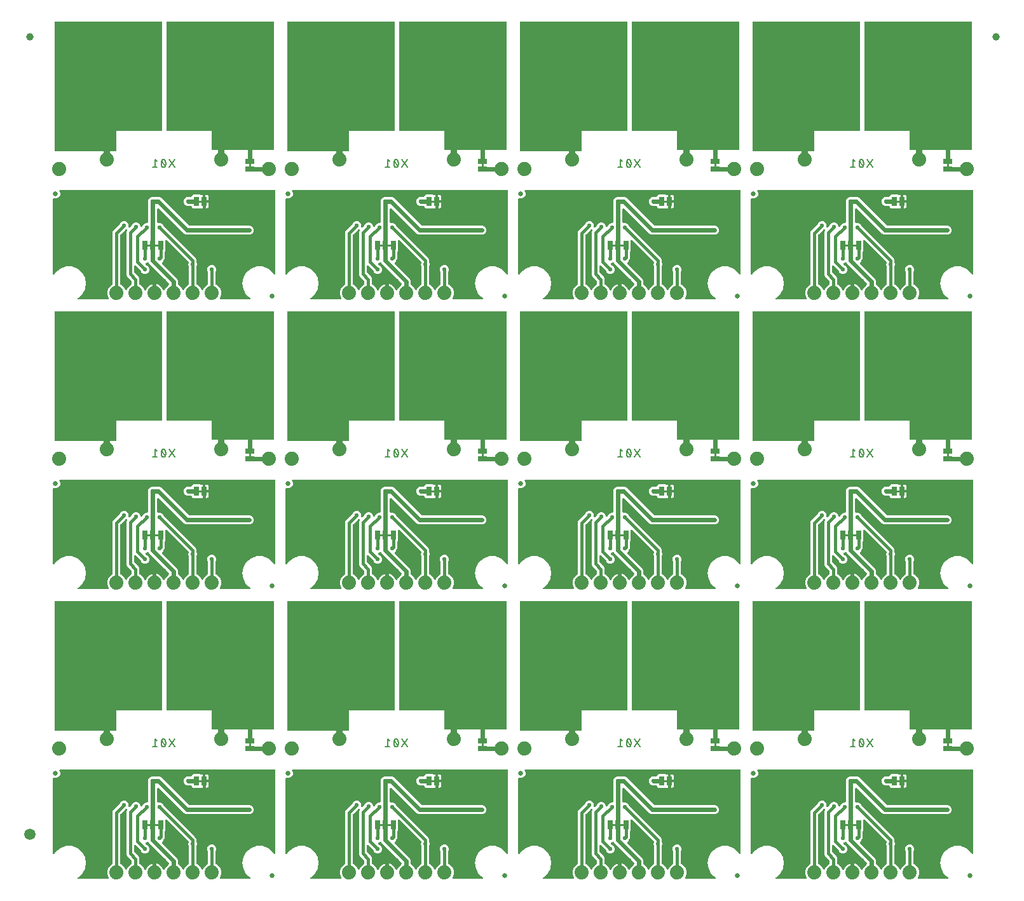
<source format=gbl>
G04 EAGLE Gerber RS-274X export*
G75*
%MOMM*%
%FSLAX34Y34*%
%LPD*%
%INBottom Copper*%
%IPPOS*%
%AMOC8*
5,1,8,0,0,1.08239X$1,22.5*%
G01*
%ADD10C,0.203200*%
%ADD11C,0.635000*%
%ADD12C,1.879600*%
%ADD13R,0.660400X1.270000*%
%ADD14C,10.160000*%
%ADD15C,0.559975*%
%ADD16C,0.812800*%
%ADD17R,1.270000X0.660400*%
%ADD18C,1.000000*%
%ADD19C,1.500000*%
%ADD20C,0.609600*%
%ADD21C,0.406400*%

G36*
X77154Y4071D02*
X77154Y4071D01*
X77204Y4069D01*
X77311Y4091D01*
X77421Y4105D01*
X77467Y4123D01*
X77515Y4133D01*
X77614Y4181D01*
X77716Y4222D01*
X77756Y4251D01*
X77801Y4273D01*
X77885Y4344D01*
X77974Y4408D01*
X78005Y4447D01*
X78043Y4479D01*
X78106Y4569D01*
X78176Y4653D01*
X78198Y4698D01*
X78226Y4739D01*
X78265Y4842D01*
X78312Y4941D01*
X78321Y4990D01*
X78339Y5036D01*
X78351Y5146D01*
X78372Y5253D01*
X78369Y5303D01*
X78374Y5352D01*
X78359Y5461D01*
X78352Y5571D01*
X78337Y5618D01*
X78330Y5667D01*
X78278Y5820D01*
X76453Y10224D01*
X76453Y15176D01*
X78348Y19750D01*
X81850Y23252D01*
X83036Y23743D01*
X83061Y23758D01*
X83089Y23767D01*
X83199Y23836D01*
X83312Y23901D01*
X83333Y23921D01*
X83358Y23937D01*
X83447Y24032D01*
X83540Y24122D01*
X83556Y24147D01*
X83576Y24169D01*
X83639Y24283D01*
X83707Y24393D01*
X83715Y24421D01*
X83730Y24447D01*
X83762Y24573D01*
X83800Y24697D01*
X83802Y24727D01*
X83809Y24755D01*
X83819Y24916D01*
X83819Y93721D01*
X84593Y95588D01*
X93155Y104151D01*
X93161Y104158D01*
X93168Y104164D01*
X93258Y104283D01*
X93350Y104402D01*
X93354Y104410D01*
X93360Y104418D01*
X93431Y104562D01*
X94102Y106183D01*
X95747Y107828D01*
X97897Y108719D01*
X100223Y108719D01*
X102373Y107828D01*
X104018Y106183D01*
X104909Y104033D01*
X104909Y101707D01*
X104817Y101486D01*
X104799Y101418D01*
X104771Y101354D01*
X104757Y101265D01*
X104733Y101179D01*
X104732Y101109D01*
X104721Y101040D01*
X104729Y100951D01*
X104728Y100861D01*
X104744Y100793D01*
X104751Y100724D01*
X104781Y100639D01*
X104802Y100552D01*
X104835Y100490D01*
X104858Y100424D01*
X104909Y100350D01*
X104951Y100271D01*
X104998Y100219D01*
X105037Y100161D01*
X105104Y100102D01*
X105165Y100035D01*
X105223Y99997D01*
X105275Y99951D01*
X105356Y99910D01*
X105430Y99860D01*
X105497Y99838D01*
X105559Y99806D01*
X105646Y99786D01*
X105731Y99757D01*
X105801Y99752D01*
X105869Y99736D01*
X105959Y99739D01*
X106048Y99732D01*
X106117Y99744D01*
X106187Y99746D01*
X106273Y99771D01*
X106362Y99786D01*
X106425Y99815D01*
X106492Y99834D01*
X106570Y99880D01*
X106652Y99917D01*
X106706Y99961D01*
X106766Y99996D01*
X106887Y100102D01*
X109030Y102246D01*
X109036Y102253D01*
X109043Y102259D01*
X109133Y102378D01*
X109225Y102497D01*
X109229Y102505D01*
X109235Y102513D01*
X109306Y102657D01*
X109977Y104278D01*
X111622Y105923D01*
X113772Y106814D01*
X116098Y106814D01*
X118248Y105923D01*
X119893Y104278D01*
X120784Y102128D01*
X120784Y102051D01*
X120801Y101913D01*
X120814Y101775D01*
X120821Y101755D01*
X120823Y101735D01*
X120875Y101606D01*
X120922Y101475D01*
X120933Y101459D01*
X120940Y101440D01*
X121022Y101327D01*
X121100Y101212D01*
X121115Y101199D01*
X121127Y101182D01*
X121235Y101094D01*
X121339Y101002D01*
X121357Y100993D01*
X121372Y100980D01*
X121498Y100920D01*
X121622Y100857D01*
X121642Y100853D01*
X121660Y100844D01*
X121796Y100818D01*
X121932Y100787D01*
X121952Y100788D01*
X121972Y100784D01*
X122111Y100793D01*
X122250Y100797D01*
X122270Y100803D01*
X122290Y100804D01*
X122422Y100847D01*
X122556Y100886D01*
X122573Y100896D01*
X122592Y100902D01*
X122710Y100976D01*
X122830Y101047D01*
X122851Y101066D01*
X122861Y101072D01*
X122875Y101087D01*
X122950Y101153D01*
X123408Y101611D01*
X123413Y101618D01*
X123421Y101624D01*
X123511Y101743D01*
X123602Y101862D01*
X123606Y101870D01*
X123612Y101878D01*
X123683Y102022D01*
X124354Y103643D01*
X125999Y105288D01*
X128149Y106179D01*
X129794Y106179D01*
X129912Y106194D01*
X130031Y106201D01*
X130069Y106213D01*
X130110Y106218D01*
X130220Y106262D01*
X130333Y106299D01*
X130368Y106321D01*
X130405Y106335D01*
X130501Y106405D01*
X130602Y106469D01*
X130630Y106499D01*
X130663Y106522D01*
X130739Y106614D01*
X130820Y106701D01*
X130840Y106736D01*
X130865Y106767D01*
X130916Y106875D01*
X130974Y106979D01*
X130984Y107018D01*
X131001Y107055D01*
X131023Y107172D01*
X131053Y107287D01*
X131057Y107347D01*
X131061Y107367D01*
X131059Y107388D01*
X131063Y107448D01*
X131063Y135833D01*
X131991Y138074D01*
X133706Y139789D01*
X135947Y140717D01*
X145993Y140717D01*
X148234Y139789D01*
X150127Y137895D01*
X185034Y102988D01*
X185112Y102928D01*
X185184Y102860D01*
X185237Y102831D01*
X185285Y102794D01*
X185376Y102754D01*
X185462Y102706D01*
X185521Y102691D01*
X185577Y102667D01*
X185675Y102652D01*
X185770Y102627D01*
X185870Y102621D01*
X185891Y102617D01*
X185903Y102619D01*
X185931Y102617D01*
X266643Y102617D01*
X268884Y101689D01*
X270599Y99974D01*
X271527Y97733D01*
X271527Y95307D01*
X270599Y93066D01*
X268884Y91351D01*
X266643Y90423D01*
X181667Y90423D01*
X179426Y91351D01*
X145423Y125354D01*
X145314Y125440D01*
X145207Y125528D01*
X145188Y125537D01*
X145172Y125549D01*
X145044Y125605D01*
X144919Y125664D01*
X144899Y125668D01*
X144880Y125676D01*
X144742Y125698D01*
X144606Y125724D01*
X144586Y125722D01*
X144566Y125726D01*
X144427Y125712D01*
X144289Y125704D01*
X144270Y125698D01*
X144250Y125696D01*
X144118Y125649D01*
X143987Y125606D01*
X143969Y125595D01*
X143950Y125588D01*
X143835Y125510D01*
X143718Y125436D01*
X143704Y125421D01*
X143687Y125410D01*
X143595Y125306D01*
X143500Y125204D01*
X143490Y125186D01*
X143477Y125171D01*
X143413Y125047D01*
X143346Y124926D01*
X143341Y124906D01*
X143332Y124888D01*
X143302Y124752D01*
X143267Y124618D01*
X143265Y124590D01*
X143262Y124578D01*
X143263Y124557D01*
X143257Y124457D01*
X143257Y107403D01*
X143263Y107354D01*
X143261Y107304D01*
X143283Y107196D01*
X143297Y107087D01*
X143315Y107041D01*
X143325Y106992D01*
X143373Y106894D01*
X143414Y106792D01*
X143443Y106751D01*
X143465Y106707D01*
X143536Y106623D01*
X143600Y106534D01*
X143639Y106503D01*
X143671Y106465D01*
X143761Y106402D01*
X143845Y106332D01*
X143890Y106310D01*
X143931Y106282D01*
X144034Y106243D01*
X144133Y106196D01*
X144182Y106187D01*
X144229Y106169D01*
X144338Y106157D01*
X144445Y106136D01*
X144495Y106139D01*
X144545Y106134D01*
X144654Y106149D01*
X144763Y106156D01*
X144810Y106171D01*
X144860Y106178D01*
X144860Y106179D01*
X147213Y106179D01*
X149363Y105288D01*
X151008Y103643D01*
X151679Y102022D01*
X151684Y102014D01*
X151687Y102005D01*
X151762Y101877D01*
X151837Y101746D01*
X151843Y101740D01*
X151848Y101731D01*
X151955Y101611D01*
X193199Y60366D01*
X193200Y60366D01*
X194807Y58758D01*
X195581Y56891D01*
X195581Y54070D01*
X195582Y54060D01*
X195581Y54051D01*
X195602Y53902D01*
X195621Y53754D01*
X195624Y53745D01*
X195625Y53736D01*
X195677Y53584D01*
X196349Y51963D01*
X196349Y49637D01*
X195677Y48016D01*
X195675Y48007D01*
X195670Y47999D01*
X195633Y47854D01*
X195593Y47709D01*
X195593Y47700D01*
X195591Y47691D01*
X195581Y47530D01*
X195581Y24916D01*
X195584Y24887D01*
X195582Y24857D01*
X195604Y24729D01*
X195621Y24600D01*
X195631Y24573D01*
X195636Y24544D01*
X195690Y24425D01*
X195738Y24305D01*
X195755Y24281D01*
X195767Y24254D01*
X195848Y24152D01*
X195924Y24047D01*
X195947Y24028D01*
X195966Y24005D01*
X196069Y23927D01*
X196169Y23844D01*
X196196Y23832D01*
X196220Y23814D01*
X196364Y23743D01*
X197550Y23252D01*
X201052Y19750D01*
X202027Y17395D01*
X202096Y17275D01*
X202161Y17152D01*
X202175Y17137D01*
X202185Y17119D01*
X202282Y17019D01*
X202375Y16916D01*
X202392Y16905D01*
X202406Y16891D01*
X202524Y16818D01*
X202641Y16742D01*
X202660Y16735D01*
X202677Y16724D01*
X202810Y16684D01*
X202942Y16638D01*
X202962Y16637D01*
X202981Y16631D01*
X203120Y16624D01*
X203259Y16613D01*
X203279Y16617D01*
X203299Y16616D01*
X203435Y16644D01*
X203572Y16668D01*
X203591Y16676D01*
X203610Y16680D01*
X203735Y16741D01*
X203862Y16798D01*
X203878Y16811D01*
X203896Y16820D01*
X204002Y16910D01*
X204110Y16997D01*
X204123Y17013D01*
X204138Y17026D01*
X204218Y17140D01*
X204302Y17251D01*
X204314Y17276D01*
X204321Y17286D01*
X204328Y17305D01*
X204373Y17395D01*
X205348Y19750D01*
X208850Y23252D01*
X210036Y23743D01*
X210061Y23758D01*
X210089Y23767D01*
X210199Y23836D01*
X210312Y23901D01*
X210333Y23921D01*
X210358Y23937D01*
X210447Y24032D01*
X210540Y24122D01*
X210556Y24147D01*
X210576Y24169D01*
X210639Y24283D01*
X210707Y24393D01*
X210715Y24421D01*
X210730Y24447D01*
X210762Y24573D01*
X210800Y24697D01*
X210802Y24727D01*
X210809Y24755D01*
X210819Y24916D01*
X210819Y40698D01*
X210818Y40708D01*
X210819Y40717D01*
X210798Y40866D01*
X210779Y41014D01*
X210776Y41023D01*
X210775Y41032D01*
X210723Y41184D01*
X210051Y42805D01*
X210051Y45132D01*
X210942Y47281D01*
X212587Y48926D01*
X214737Y49817D01*
X217063Y49817D01*
X219213Y48926D01*
X220858Y47281D01*
X221749Y45132D01*
X221749Y42805D01*
X221077Y41184D01*
X221075Y41175D01*
X221070Y41167D01*
X221033Y41022D01*
X220993Y40877D01*
X220993Y40868D01*
X220991Y40859D01*
X220981Y40698D01*
X220981Y24916D01*
X220984Y24887D01*
X220982Y24857D01*
X221004Y24729D01*
X221021Y24600D01*
X221031Y24573D01*
X221036Y24544D01*
X221090Y24425D01*
X221138Y24305D01*
X221155Y24281D01*
X221167Y24254D01*
X221248Y24152D01*
X221324Y24047D01*
X221347Y24028D01*
X221366Y24005D01*
X221469Y23927D01*
X221569Y23844D01*
X221596Y23832D01*
X221620Y23814D01*
X221764Y23743D01*
X222950Y23252D01*
X226452Y19750D01*
X228347Y15176D01*
X228347Y10224D01*
X226522Y5820D01*
X226509Y5772D01*
X226488Y5727D01*
X226467Y5619D01*
X226438Y5513D01*
X226438Y5463D01*
X226428Y5414D01*
X226435Y5305D01*
X226433Y5195D01*
X226445Y5147D01*
X226448Y5097D01*
X226482Y4993D01*
X226507Y4886D01*
X226531Y4842D01*
X226546Y4795D01*
X226605Y4702D01*
X226656Y4605D01*
X226690Y4568D01*
X226716Y4526D01*
X226796Y4451D01*
X226870Y4369D01*
X226912Y4342D01*
X226948Y4308D01*
X227044Y4255D01*
X227136Y4195D01*
X227183Y4178D01*
X227226Y4154D01*
X227333Y4127D01*
X227437Y4091D01*
X227486Y4087D01*
X227534Y4075D01*
X227695Y4065D01*
X266169Y4065D01*
X266205Y4069D01*
X266240Y4067D01*
X266362Y4089D01*
X266485Y4105D01*
X266518Y4118D01*
X266553Y4124D01*
X266665Y4176D01*
X266781Y4222D01*
X266809Y4242D01*
X266841Y4257D01*
X266938Y4336D01*
X267038Y4408D01*
X267061Y4436D01*
X267088Y4458D01*
X267161Y4558D01*
X267241Y4653D01*
X267256Y4685D01*
X267277Y4714D01*
X267323Y4829D01*
X267376Y4941D01*
X267383Y4976D01*
X267396Y5009D01*
X267413Y5132D01*
X267436Y5253D01*
X267434Y5289D01*
X267439Y5324D01*
X267424Y5447D01*
X267416Y5571D01*
X267405Y5605D01*
X267401Y5640D01*
X267356Y5755D01*
X267318Y5873D01*
X267299Y5903D01*
X267287Y5936D01*
X267215Y6037D01*
X267148Y6142D01*
X267122Y6166D01*
X267102Y6195D01*
X266985Y6306D01*
X261815Y10645D01*
X257829Y17549D01*
X256445Y25400D01*
X257829Y33251D01*
X261815Y40155D01*
X267922Y45280D01*
X275414Y48007D01*
X283386Y48007D01*
X290878Y45280D01*
X296985Y40156D01*
X298367Y37762D01*
X298455Y37646D01*
X298540Y37528D01*
X298551Y37519D01*
X298559Y37509D01*
X298673Y37418D01*
X298785Y37325D01*
X298798Y37319D01*
X298808Y37311D01*
X298942Y37251D01*
X299073Y37190D01*
X299086Y37187D01*
X299099Y37182D01*
X299243Y37157D01*
X299386Y37130D01*
X299399Y37131D01*
X299412Y37128D01*
X299558Y37141D01*
X299703Y37150D01*
X299716Y37154D01*
X299729Y37155D01*
X299867Y37203D01*
X300005Y37248D01*
X300017Y37255D01*
X300030Y37259D01*
X300151Y37340D01*
X300274Y37418D01*
X300283Y37428D01*
X300295Y37435D01*
X300392Y37543D01*
X300492Y37649D01*
X300499Y37661D01*
X300508Y37671D01*
X300575Y37801D01*
X300646Y37928D01*
X300649Y37941D01*
X300655Y37953D01*
X300689Y38095D01*
X300725Y38236D01*
X300726Y38254D01*
X300728Y38263D01*
X300728Y38280D01*
X300735Y38397D01*
X300735Y148590D01*
X300720Y148708D01*
X300713Y148827D01*
X300700Y148865D01*
X300695Y148906D01*
X300652Y149016D01*
X300615Y149129D01*
X300593Y149164D01*
X300578Y149201D01*
X300509Y149297D01*
X300445Y149398D01*
X300415Y149426D01*
X300392Y149459D01*
X300300Y149535D01*
X300213Y149616D01*
X300178Y149636D01*
X300147Y149661D01*
X300039Y149712D01*
X299935Y149770D01*
X299895Y149780D01*
X299859Y149797D01*
X299742Y149819D01*
X299627Y149849D01*
X299567Y149853D01*
X299547Y149857D01*
X299526Y149855D01*
X299466Y149859D01*
X14152Y149859D01*
X14103Y149853D01*
X14053Y149855D01*
X13946Y149833D01*
X13837Y149819D01*
X13790Y149801D01*
X13742Y149791D01*
X13643Y149743D01*
X13541Y149702D01*
X13501Y149673D01*
X13456Y149651D01*
X13372Y149580D01*
X13284Y149516D01*
X13252Y149477D01*
X13214Y149445D01*
X13151Y149355D01*
X13081Y149271D01*
X13060Y149226D01*
X13031Y149185D01*
X12992Y149082D01*
X12945Y148983D01*
X12936Y148934D01*
X12918Y148888D01*
X12906Y148778D01*
X12885Y148671D01*
X12889Y148621D01*
X12883Y148572D01*
X12898Y148463D01*
X12905Y148353D01*
X12921Y148306D01*
X12927Y148257D01*
X12980Y148104D01*
X13844Y146018D01*
X13844Y143542D01*
X12896Y141255D01*
X11145Y139504D01*
X8858Y138556D01*
X6382Y138556D01*
X5820Y138789D01*
X5772Y138802D01*
X5727Y138823D01*
X5619Y138844D01*
X5513Y138873D01*
X5463Y138874D01*
X5414Y138883D01*
X5305Y138876D01*
X5195Y138878D01*
X5147Y138867D01*
X5097Y138864D01*
X4993Y138830D01*
X4886Y138804D01*
X4842Y138781D01*
X4795Y138765D01*
X4702Y138707D01*
X4605Y138655D01*
X4568Y138622D01*
X4526Y138595D01*
X4451Y138515D01*
X4369Y138441D01*
X4342Y138400D01*
X4308Y138364D01*
X4255Y138267D01*
X4195Y138176D01*
X4178Y138129D01*
X4154Y138085D01*
X4127Y137979D01*
X4091Y137875D01*
X4087Y137825D01*
X4075Y137777D01*
X4065Y137617D01*
X4065Y38397D01*
X4083Y38252D01*
X4098Y38107D01*
X4103Y38094D01*
X4105Y38081D01*
X4158Y37946D01*
X4209Y37809D01*
X4217Y37798D01*
X4222Y37785D01*
X4307Y37668D01*
X4390Y37548D01*
X4401Y37539D01*
X4408Y37528D01*
X4521Y37435D01*
X4631Y37340D01*
X4643Y37334D01*
X4653Y37325D01*
X4785Y37263D01*
X4916Y37198D01*
X4929Y37195D01*
X4941Y37190D01*
X5083Y37162D01*
X5227Y37132D01*
X5240Y37132D01*
X5253Y37130D01*
X5398Y37139D01*
X5544Y37145D01*
X5558Y37149D01*
X5571Y37150D01*
X5709Y37194D01*
X5849Y37237D01*
X5861Y37244D01*
X5873Y37248D01*
X5996Y37325D01*
X6121Y37401D01*
X6131Y37411D01*
X6142Y37418D01*
X6242Y37524D01*
X6344Y37628D01*
X6354Y37643D01*
X6360Y37649D01*
X6368Y37664D01*
X6433Y37762D01*
X7815Y40155D01*
X13922Y45280D01*
X21414Y48007D01*
X29386Y48007D01*
X36878Y45280D01*
X42985Y40156D01*
X46971Y33251D01*
X48355Y25400D01*
X46971Y17549D01*
X42985Y10645D01*
X37815Y6306D01*
X37791Y6280D01*
X37762Y6260D01*
X37683Y6164D01*
X37599Y6073D01*
X37582Y6042D01*
X37559Y6015D01*
X37506Y5902D01*
X37447Y5793D01*
X37439Y5759D01*
X37424Y5727D01*
X37401Y5605D01*
X37370Y5485D01*
X37371Y5449D01*
X37364Y5414D01*
X37372Y5291D01*
X37373Y5167D01*
X37382Y5132D01*
X37384Y5097D01*
X37422Y4979D01*
X37454Y4859D01*
X37471Y4828D01*
X37482Y4795D01*
X37548Y4690D01*
X37609Y4581D01*
X37633Y4556D01*
X37652Y4526D01*
X37742Y4441D01*
X37828Y4351D01*
X37858Y4332D01*
X37884Y4308D01*
X37992Y4248D01*
X38097Y4182D01*
X38131Y4171D01*
X38162Y4154D01*
X38282Y4123D01*
X38400Y4086D01*
X38436Y4084D01*
X38470Y4075D01*
X38631Y4065D01*
X77105Y4065D01*
X77154Y4071D01*
G37*
G36*
X77154Y390151D02*
X77154Y390151D01*
X77204Y390149D01*
X77311Y390171D01*
X77421Y390185D01*
X77467Y390203D01*
X77515Y390213D01*
X77614Y390261D01*
X77716Y390302D01*
X77756Y390331D01*
X77801Y390353D01*
X77885Y390424D01*
X77974Y390488D01*
X78005Y390527D01*
X78043Y390559D01*
X78106Y390649D01*
X78176Y390733D01*
X78198Y390778D01*
X78226Y390819D01*
X78265Y390922D01*
X78312Y391021D01*
X78321Y391070D01*
X78339Y391116D01*
X78351Y391226D01*
X78372Y391333D01*
X78369Y391383D01*
X78374Y391432D01*
X78359Y391541D01*
X78352Y391651D01*
X78337Y391698D01*
X78330Y391747D01*
X78278Y391900D01*
X76453Y396304D01*
X76453Y401256D01*
X78348Y405830D01*
X81850Y409332D01*
X83036Y409823D01*
X83061Y409838D01*
X83089Y409847D01*
X83199Y409916D01*
X83312Y409981D01*
X83333Y410001D01*
X83358Y410017D01*
X83447Y410112D01*
X83540Y410202D01*
X83556Y410227D01*
X83576Y410249D01*
X83639Y410363D01*
X83707Y410473D01*
X83715Y410501D01*
X83730Y410527D01*
X83762Y410653D01*
X83800Y410777D01*
X83802Y410807D01*
X83809Y410835D01*
X83819Y410996D01*
X83819Y479801D01*
X84593Y481668D01*
X93155Y490231D01*
X93161Y490238D01*
X93168Y490244D01*
X93258Y490363D01*
X93350Y490482D01*
X93354Y490490D01*
X93360Y490498D01*
X93431Y490642D01*
X94102Y492263D01*
X95747Y493908D01*
X97897Y494799D01*
X100223Y494799D01*
X102373Y493908D01*
X104018Y492263D01*
X104909Y490113D01*
X104909Y487787D01*
X104817Y487566D01*
X104799Y487498D01*
X104771Y487434D01*
X104757Y487345D01*
X104733Y487259D01*
X104732Y487189D01*
X104721Y487120D01*
X104730Y487031D01*
X104728Y486941D01*
X104744Y486873D01*
X104751Y486804D01*
X104781Y486719D01*
X104802Y486632D01*
X104835Y486570D01*
X104858Y486504D01*
X104909Y486430D01*
X104951Y486351D01*
X104998Y486299D01*
X105037Y486241D01*
X105104Y486182D01*
X105165Y486115D01*
X105223Y486077D01*
X105276Y486031D01*
X105355Y485990D01*
X105431Y485940D01*
X105497Y485918D01*
X105559Y485886D01*
X105646Y485866D01*
X105731Y485837D01*
X105801Y485832D01*
X105869Y485816D01*
X105959Y485819D01*
X106048Y485812D01*
X106117Y485824D01*
X106187Y485826D01*
X106273Y485851D01*
X106362Y485866D01*
X106425Y485895D01*
X106492Y485914D01*
X106570Y485960D01*
X106652Y485997D01*
X106706Y486041D01*
X106766Y486076D01*
X106887Y486182D01*
X109030Y488326D01*
X109036Y488333D01*
X109043Y488339D01*
X109133Y488458D01*
X109225Y488577D01*
X109229Y488585D01*
X109235Y488593D01*
X109306Y488737D01*
X109977Y490358D01*
X111622Y492003D01*
X113772Y492894D01*
X116098Y492894D01*
X118248Y492003D01*
X119893Y490358D01*
X120784Y488208D01*
X120784Y488131D01*
X120801Y487993D01*
X120814Y487855D01*
X120821Y487835D01*
X120823Y487815D01*
X120875Y487686D01*
X120922Y487555D01*
X120933Y487539D01*
X120940Y487520D01*
X121022Y487407D01*
X121100Y487292D01*
X121115Y487279D01*
X121127Y487262D01*
X121235Y487174D01*
X121339Y487082D01*
X121357Y487073D01*
X121372Y487060D01*
X121498Y487000D01*
X121622Y486937D01*
X121642Y486933D01*
X121660Y486924D01*
X121796Y486898D01*
X121932Y486867D01*
X121952Y486868D01*
X121972Y486864D01*
X122111Y486873D01*
X122250Y486877D01*
X122270Y486883D01*
X122290Y486884D01*
X122422Y486927D01*
X122556Y486966D01*
X122573Y486976D01*
X122592Y486982D01*
X122710Y487056D01*
X122830Y487127D01*
X122851Y487146D01*
X122861Y487152D01*
X122875Y487167D01*
X122950Y487233D01*
X123408Y487691D01*
X123413Y487698D01*
X123421Y487704D01*
X123511Y487823D01*
X123602Y487942D01*
X123606Y487950D01*
X123612Y487958D01*
X123683Y488102D01*
X124354Y489723D01*
X125999Y491368D01*
X128149Y492259D01*
X129794Y492259D01*
X129912Y492274D01*
X130031Y492281D01*
X130069Y492293D01*
X130110Y492298D01*
X130220Y492342D01*
X130333Y492379D01*
X130368Y492401D01*
X130405Y492415D01*
X130501Y492485D01*
X130602Y492549D01*
X130630Y492579D01*
X130663Y492602D01*
X130739Y492694D01*
X130820Y492781D01*
X130840Y492816D01*
X130865Y492847D01*
X130916Y492955D01*
X130974Y493059D01*
X130984Y493098D01*
X131001Y493135D01*
X131023Y493252D01*
X131053Y493367D01*
X131057Y493427D01*
X131061Y493447D01*
X131059Y493468D01*
X131063Y493528D01*
X131063Y521913D01*
X131991Y524154D01*
X133706Y525869D01*
X135947Y526797D01*
X145993Y526797D01*
X148234Y525869D01*
X185034Y489068D01*
X185112Y489008D01*
X185184Y488940D01*
X185237Y488911D01*
X185285Y488874D01*
X185376Y488834D01*
X185462Y488786D01*
X185521Y488771D01*
X185577Y488747D01*
X185675Y488732D01*
X185770Y488707D01*
X185870Y488701D01*
X185891Y488697D01*
X185903Y488699D01*
X185931Y488697D01*
X266643Y488697D01*
X268884Y487769D01*
X270599Y486054D01*
X271527Y483813D01*
X271527Y481387D01*
X270599Y479146D01*
X268884Y477431D01*
X266643Y476503D01*
X181667Y476503D01*
X179426Y477431D01*
X145423Y511434D01*
X145314Y511520D01*
X145207Y511608D01*
X145188Y511617D01*
X145172Y511629D01*
X145044Y511685D01*
X144919Y511744D01*
X144899Y511748D01*
X144880Y511756D01*
X144742Y511778D01*
X144606Y511804D01*
X144586Y511802D01*
X144566Y511806D01*
X144427Y511792D01*
X144289Y511784D01*
X144270Y511778D01*
X144250Y511776D01*
X144118Y511729D01*
X143987Y511686D01*
X143969Y511675D01*
X143950Y511668D01*
X143835Y511590D01*
X143718Y511516D01*
X143704Y511501D01*
X143687Y511490D01*
X143595Y511386D01*
X143500Y511284D01*
X143490Y511266D01*
X143477Y511251D01*
X143413Y511127D01*
X143346Y511006D01*
X143341Y510986D01*
X143332Y510968D01*
X143302Y510832D01*
X143267Y510698D01*
X143265Y510670D01*
X143262Y510658D01*
X143263Y510637D01*
X143257Y510537D01*
X143257Y493483D01*
X143263Y493434D01*
X143261Y493384D01*
X143283Y493276D01*
X143297Y493167D01*
X143315Y493121D01*
X143325Y493072D01*
X143373Y492974D01*
X143414Y492872D01*
X143443Y492831D01*
X143465Y492787D01*
X143536Y492703D01*
X143600Y492614D01*
X143639Y492583D01*
X143671Y492545D01*
X143761Y492482D01*
X143845Y492412D01*
X143890Y492390D01*
X143931Y492362D01*
X144034Y492323D01*
X144133Y492276D01*
X144182Y492267D01*
X144229Y492249D01*
X144338Y492237D01*
X144445Y492216D01*
X144495Y492219D01*
X144545Y492214D01*
X144654Y492229D01*
X144763Y492236D01*
X144810Y492251D01*
X144860Y492258D01*
X144860Y492259D01*
X147213Y492259D01*
X149363Y491368D01*
X151008Y489723D01*
X151679Y488102D01*
X151684Y488094D01*
X151687Y488085D01*
X151762Y487957D01*
X151837Y487826D01*
X151843Y487820D01*
X151848Y487811D01*
X151955Y487691D01*
X194807Y444838D01*
X195581Y442971D01*
X195581Y440150D01*
X195582Y440140D01*
X195581Y440131D01*
X195602Y439982D01*
X195621Y439834D01*
X195624Y439825D01*
X195625Y439816D01*
X195677Y439664D01*
X196349Y438043D01*
X196349Y435717D01*
X195677Y434096D01*
X195675Y434087D01*
X195670Y434079D01*
X195633Y433934D01*
X195593Y433789D01*
X195593Y433780D01*
X195591Y433771D01*
X195581Y433610D01*
X195581Y410996D01*
X195584Y410967D01*
X195582Y410937D01*
X195604Y410809D01*
X195621Y410680D01*
X195631Y410653D01*
X195636Y410624D01*
X195690Y410505D01*
X195738Y410385D01*
X195755Y410361D01*
X195767Y410334D01*
X195848Y410232D01*
X195924Y410127D01*
X195947Y410108D01*
X195966Y410085D01*
X196069Y410007D01*
X196169Y409924D01*
X196196Y409912D01*
X196220Y409894D01*
X196364Y409823D01*
X197550Y409332D01*
X201052Y405830D01*
X202027Y403475D01*
X202096Y403355D01*
X202161Y403232D01*
X202175Y403217D01*
X202185Y403199D01*
X202282Y403099D01*
X202375Y402996D01*
X202392Y402985D01*
X202406Y402971D01*
X202524Y402898D01*
X202641Y402822D01*
X202660Y402815D01*
X202677Y402804D01*
X202810Y402764D01*
X202942Y402718D01*
X202962Y402717D01*
X202981Y402711D01*
X203120Y402704D01*
X203259Y402693D01*
X203279Y402697D01*
X203299Y402696D01*
X203435Y402724D01*
X203572Y402748D01*
X203591Y402756D01*
X203610Y402760D01*
X203735Y402821D01*
X203862Y402878D01*
X203878Y402891D01*
X203896Y402900D01*
X204002Y402990D01*
X204110Y403077D01*
X204123Y403093D01*
X204138Y403106D01*
X204218Y403220D01*
X204302Y403331D01*
X204314Y403356D01*
X204321Y403366D01*
X204328Y403385D01*
X204373Y403475D01*
X205348Y405830D01*
X208850Y409332D01*
X210036Y409823D01*
X210061Y409838D01*
X210089Y409847D01*
X210199Y409916D01*
X210312Y409981D01*
X210333Y410001D01*
X210358Y410017D01*
X210447Y410112D01*
X210540Y410202D01*
X210556Y410227D01*
X210576Y410249D01*
X210639Y410363D01*
X210707Y410473D01*
X210715Y410501D01*
X210730Y410527D01*
X210762Y410653D01*
X210800Y410777D01*
X210802Y410807D01*
X210809Y410835D01*
X210819Y410996D01*
X210819Y426778D01*
X210818Y426788D01*
X210819Y426797D01*
X210798Y426946D01*
X210779Y427094D01*
X210776Y427103D01*
X210775Y427112D01*
X210723Y427264D01*
X210051Y428885D01*
X210051Y431212D01*
X210942Y433361D01*
X212587Y435006D01*
X214737Y435897D01*
X217063Y435897D01*
X219213Y435006D01*
X220858Y433361D01*
X221749Y431212D01*
X221749Y428885D01*
X221077Y427264D01*
X221075Y427255D01*
X221070Y427247D01*
X221033Y427102D01*
X220993Y426957D01*
X220993Y426948D01*
X220991Y426939D01*
X220981Y426778D01*
X220981Y410996D01*
X220984Y410967D01*
X220982Y410937D01*
X221004Y410809D01*
X221021Y410680D01*
X221031Y410653D01*
X221036Y410624D01*
X221090Y410505D01*
X221138Y410385D01*
X221155Y410361D01*
X221167Y410334D01*
X221248Y410232D01*
X221324Y410127D01*
X221347Y410108D01*
X221366Y410085D01*
X221469Y410007D01*
X221569Y409924D01*
X221596Y409912D01*
X221620Y409894D01*
X221764Y409823D01*
X222950Y409332D01*
X226452Y405830D01*
X228347Y401256D01*
X228347Y396304D01*
X226522Y391900D01*
X226509Y391852D01*
X226488Y391807D01*
X226467Y391699D01*
X226438Y391593D01*
X226438Y391543D01*
X226428Y391494D01*
X226435Y391385D01*
X226433Y391275D01*
X226445Y391227D01*
X226448Y391177D01*
X226482Y391073D01*
X226507Y390966D01*
X226531Y390922D01*
X226546Y390875D01*
X226605Y390782D01*
X226656Y390685D01*
X226690Y390648D01*
X226716Y390606D01*
X226796Y390531D01*
X226870Y390449D01*
X226912Y390422D01*
X226948Y390388D01*
X227044Y390335D01*
X227136Y390275D01*
X227183Y390258D01*
X227226Y390234D01*
X227333Y390207D01*
X227437Y390171D01*
X227486Y390167D01*
X227534Y390155D01*
X227695Y390145D01*
X266169Y390145D01*
X266205Y390149D01*
X266240Y390147D01*
X266362Y390169D01*
X266485Y390185D01*
X266518Y390198D01*
X266553Y390204D01*
X266665Y390256D01*
X266781Y390302D01*
X266809Y390322D01*
X266841Y390337D01*
X266938Y390416D01*
X267038Y390488D01*
X267061Y390516D01*
X267088Y390538D01*
X267161Y390638D01*
X267241Y390733D01*
X267256Y390765D01*
X267277Y390794D01*
X267323Y390909D01*
X267376Y391021D01*
X267383Y391056D01*
X267396Y391089D01*
X267413Y391212D01*
X267436Y391333D01*
X267434Y391369D01*
X267439Y391404D01*
X267424Y391527D01*
X267416Y391651D01*
X267405Y391685D01*
X267401Y391720D01*
X267356Y391836D01*
X267318Y391953D01*
X267299Y391983D01*
X267287Y392016D01*
X267214Y392117D01*
X267148Y392222D01*
X267122Y392246D01*
X267102Y392275D01*
X266985Y392386D01*
X261815Y396724D01*
X257829Y403629D01*
X256445Y411480D01*
X257829Y419331D01*
X261815Y426235D01*
X267922Y431360D01*
X275414Y434087D01*
X283386Y434087D01*
X290878Y431360D01*
X296985Y426236D01*
X298367Y423842D01*
X298455Y423726D01*
X298540Y423608D01*
X298551Y423599D01*
X298559Y423589D01*
X298673Y423498D01*
X298785Y423405D01*
X298798Y423399D01*
X298808Y423391D01*
X298942Y423331D01*
X299073Y423270D01*
X299086Y423267D01*
X299099Y423262D01*
X299243Y423237D01*
X299386Y423210D01*
X299399Y423211D01*
X299412Y423208D01*
X299558Y423221D01*
X299703Y423230D01*
X299716Y423234D01*
X299729Y423235D01*
X299867Y423283D01*
X300005Y423328D01*
X300017Y423335D01*
X300030Y423339D01*
X300151Y423420D01*
X300274Y423498D01*
X300283Y423508D01*
X300295Y423515D01*
X300392Y423623D01*
X300492Y423729D01*
X300499Y423741D01*
X300508Y423751D01*
X300575Y423881D01*
X300646Y424008D01*
X300649Y424021D01*
X300655Y424033D01*
X300689Y424175D01*
X300725Y424316D01*
X300726Y424334D01*
X300728Y424343D01*
X300728Y424360D01*
X300735Y424477D01*
X300735Y534670D01*
X300720Y534788D01*
X300713Y534907D01*
X300700Y534945D01*
X300695Y534986D01*
X300652Y535096D01*
X300615Y535209D01*
X300593Y535244D01*
X300578Y535281D01*
X300509Y535377D01*
X300445Y535478D01*
X300415Y535506D01*
X300392Y535539D01*
X300300Y535615D01*
X300213Y535696D01*
X300178Y535716D01*
X300147Y535741D01*
X300039Y535792D01*
X299935Y535850D01*
X299895Y535860D01*
X299859Y535877D01*
X299742Y535899D01*
X299627Y535929D01*
X299567Y535933D01*
X299547Y535937D01*
X299526Y535935D01*
X299466Y535939D01*
X14152Y535939D01*
X14103Y535933D01*
X14053Y535935D01*
X13946Y535913D01*
X13837Y535899D01*
X13790Y535881D01*
X13742Y535871D01*
X13643Y535823D01*
X13541Y535782D01*
X13501Y535753D01*
X13456Y535731D01*
X13372Y535660D01*
X13284Y535596D01*
X13252Y535557D01*
X13214Y535525D01*
X13151Y535435D01*
X13081Y535351D01*
X13060Y535306D01*
X13031Y535265D01*
X12992Y535162D01*
X12945Y535063D01*
X12936Y535014D01*
X12918Y534968D01*
X12906Y534858D01*
X12885Y534751D01*
X12889Y534701D01*
X12883Y534652D01*
X12898Y534543D01*
X12905Y534433D01*
X12921Y534386D01*
X12927Y534337D01*
X12980Y534184D01*
X13844Y532098D01*
X13844Y529622D01*
X12896Y527335D01*
X11145Y525584D01*
X8858Y524636D01*
X6382Y524636D01*
X5820Y524869D01*
X5772Y524882D01*
X5727Y524903D01*
X5619Y524924D01*
X5513Y524953D01*
X5463Y524954D01*
X5414Y524963D01*
X5305Y524956D01*
X5195Y524958D01*
X5147Y524947D01*
X5097Y524944D01*
X4993Y524910D01*
X4886Y524884D01*
X4842Y524861D01*
X4795Y524845D01*
X4702Y524787D01*
X4605Y524735D01*
X4568Y524702D01*
X4526Y524675D01*
X4451Y524595D01*
X4369Y524521D01*
X4342Y524480D01*
X4308Y524444D01*
X4255Y524347D01*
X4195Y524256D01*
X4178Y524209D01*
X4154Y524165D01*
X4127Y524059D01*
X4091Y523955D01*
X4087Y523905D01*
X4075Y523857D01*
X4065Y523697D01*
X4065Y424477D01*
X4083Y424332D01*
X4098Y424187D01*
X4103Y424174D01*
X4105Y424161D01*
X4158Y424026D01*
X4209Y423889D01*
X4217Y423878D01*
X4222Y423865D01*
X4307Y423748D01*
X4390Y423628D01*
X4401Y423619D01*
X4408Y423608D01*
X4521Y423515D01*
X4631Y423420D01*
X4643Y423414D01*
X4653Y423405D01*
X4785Y423343D01*
X4916Y423278D01*
X4929Y423275D01*
X4941Y423270D01*
X5083Y423242D01*
X5227Y423212D01*
X5240Y423212D01*
X5253Y423210D01*
X5398Y423219D01*
X5544Y423225D01*
X5558Y423229D01*
X5571Y423230D01*
X5709Y423274D01*
X5849Y423317D01*
X5861Y423324D01*
X5873Y423328D01*
X5996Y423405D01*
X6121Y423481D01*
X6131Y423491D01*
X6142Y423498D01*
X6242Y423604D01*
X6344Y423708D01*
X6354Y423723D01*
X6360Y423729D01*
X6368Y423744D01*
X6433Y423842D01*
X7815Y426235D01*
X13922Y431360D01*
X21414Y434087D01*
X29386Y434087D01*
X36878Y431360D01*
X42985Y426235D01*
X46971Y419331D01*
X48355Y411480D01*
X46971Y403629D01*
X42985Y396724D01*
X37815Y392386D01*
X37791Y392360D01*
X37762Y392340D01*
X37683Y392244D01*
X37599Y392153D01*
X37582Y392122D01*
X37559Y392095D01*
X37506Y391982D01*
X37447Y391873D01*
X37439Y391839D01*
X37424Y391807D01*
X37401Y391685D01*
X37370Y391565D01*
X37371Y391529D01*
X37364Y391494D01*
X37372Y391371D01*
X37373Y391247D01*
X37382Y391212D01*
X37384Y391177D01*
X37422Y391059D01*
X37454Y390939D01*
X37471Y390908D01*
X37482Y390875D01*
X37548Y390770D01*
X37609Y390661D01*
X37633Y390636D01*
X37652Y390606D01*
X37742Y390521D01*
X37828Y390431D01*
X37858Y390412D01*
X37884Y390388D01*
X37992Y390328D01*
X38097Y390262D01*
X38131Y390251D01*
X38162Y390234D01*
X38282Y390203D01*
X38400Y390166D01*
X38436Y390164D01*
X38470Y390155D01*
X38631Y390145D01*
X77105Y390145D01*
X77154Y390151D01*
G37*
G36*
X387034Y4071D02*
X387034Y4071D01*
X387084Y4069D01*
X387191Y4091D01*
X387301Y4105D01*
X387347Y4123D01*
X387395Y4133D01*
X387494Y4181D01*
X387596Y4222D01*
X387636Y4251D01*
X387681Y4273D01*
X387765Y4344D01*
X387854Y4408D01*
X387885Y4447D01*
X387923Y4479D01*
X387986Y4569D01*
X388056Y4653D01*
X388078Y4698D01*
X388106Y4739D01*
X388145Y4842D01*
X388192Y4941D01*
X388201Y4990D01*
X388219Y5036D01*
X388231Y5146D01*
X388252Y5253D01*
X388249Y5303D01*
X388254Y5352D01*
X388239Y5461D01*
X388232Y5571D01*
X388217Y5618D01*
X388210Y5667D01*
X388158Y5820D01*
X386333Y10224D01*
X386333Y15176D01*
X388228Y19750D01*
X391730Y23252D01*
X392916Y23743D01*
X392941Y23758D01*
X392969Y23767D01*
X393079Y23836D01*
X393192Y23901D01*
X393213Y23921D01*
X393238Y23937D01*
X393327Y24032D01*
X393420Y24122D01*
X393436Y24147D01*
X393456Y24169D01*
X393519Y24283D01*
X393587Y24393D01*
X393595Y24421D01*
X393610Y24447D01*
X393642Y24573D01*
X393680Y24697D01*
X393682Y24727D01*
X393689Y24755D01*
X393699Y24916D01*
X393699Y93721D01*
X394473Y95588D01*
X403035Y104151D01*
X403041Y104158D01*
X403048Y104164D01*
X403138Y104283D01*
X403230Y104402D01*
X403234Y104410D01*
X403240Y104418D01*
X403311Y104562D01*
X403982Y106183D01*
X405627Y107828D01*
X407777Y108719D01*
X410103Y108719D01*
X412253Y107828D01*
X413898Y106183D01*
X414789Y104033D01*
X414789Y101707D01*
X414697Y101486D01*
X414679Y101418D01*
X414651Y101354D01*
X414637Y101265D01*
X414613Y101179D01*
X414612Y101109D01*
X414601Y101040D01*
X414609Y100951D01*
X414608Y100861D01*
X414624Y100793D01*
X414631Y100724D01*
X414661Y100639D01*
X414682Y100552D01*
X414715Y100490D01*
X414738Y100424D01*
X414789Y100350D01*
X414831Y100271D01*
X414878Y100219D01*
X414917Y100161D01*
X414984Y100102D01*
X415045Y100035D01*
X415103Y99997D01*
X415155Y99951D01*
X415236Y99910D01*
X415311Y99860D01*
X415376Y99838D01*
X415439Y99806D01*
X415526Y99786D01*
X415611Y99757D01*
X415681Y99752D01*
X415749Y99736D01*
X415839Y99739D01*
X415928Y99732D01*
X415997Y99744D01*
X416067Y99746D01*
X416153Y99771D01*
X416242Y99786D01*
X416305Y99815D01*
X416372Y99834D01*
X416450Y99880D01*
X416532Y99917D01*
X416586Y99961D01*
X416646Y99996D01*
X416767Y100102D01*
X418910Y102246D01*
X418916Y102253D01*
X418923Y102259D01*
X419013Y102378D01*
X419105Y102497D01*
X419109Y102505D01*
X419115Y102513D01*
X419186Y102657D01*
X419857Y104278D01*
X421502Y105923D01*
X423652Y106814D01*
X425978Y106814D01*
X428128Y105923D01*
X429773Y104278D01*
X430664Y102128D01*
X430664Y102051D01*
X430681Y101913D01*
X430694Y101775D01*
X430701Y101755D01*
X430703Y101735D01*
X430755Y101606D01*
X430802Y101475D01*
X430813Y101459D01*
X430820Y101440D01*
X430902Y101327D01*
X430980Y101212D01*
X430995Y101199D01*
X431007Y101182D01*
X431115Y101094D01*
X431219Y101002D01*
X431237Y100993D01*
X431252Y100980D01*
X431378Y100920D01*
X431502Y100857D01*
X431522Y100853D01*
X431540Y100844D01*
X431676Y100818D01*
X431812Y100787D01*
X431832Y100788D01*
X431852Y100784D01*
X431991Y100793D01*
X432130Y100797D01*
X432150Y100803D01*
X432170Y100804D01*
X432302Y100847D01*
X432436Y100886D01*
X432453Y100896D01*
X432472Y100902D01*
X432590Y100976D01*
X432710Y101047D01*
X432731Y101066D01*
X432741Y101072D01*
X432755Y101087D01*
X432830Y101153D01*
X433288Y101611D01*
X433293Y101618D01*
X433301Y101624D01*
X433391Y101743D01*
X433482Y101862D01*
X433486Y101870D01*
X433492Y101878D01*
X433563Y102022D01*
X434234Y103643D01*
X435879Y105288D01*
X438029Y106179D01*
X439674Y106179D01*
X439792Y106194D01*
X439911Y106201D01*
X439949Y106213D01*
X439990Y106218D01*
X440100Y106262D01*
X440213Y106299D01*
X440248Y106321D01*
X440285Y106335D01*
X440381Y106405D01*
X440482Y106469D01*
X440510Y106499D01*
X440543Y106522D01*
X440619Y106614D01*
X440700Y106701D01*
X440720Y106736D01*
X440745Y106767D01*
X440796Y106875D01*
X440854Y106979D01*
X440864Y107018D01*
X440881Y107055D01*
X440903Y107172D01*
X440933Y107287D01*
X440937Y107347D01*
X440941Y107367D01*
X440939Y107388D01*
X440943Y107448D01*
X440943Y135833D01*
X441871Y138074D01*
X443586Y139789D01*
X445827Y140717D01*
X455873Y140717D01*
X458114Y139789D01*
X460007Y137895D01*
X494914Y102988D01*
X494992Y102928D01*
X495064Y102860D01*
X495117Y102831D01*
X495165Y102794D01*
X495256Y102754D01*
X495342Y102706D01*
X495401Y102691D01*
X495457Y102667D01*
X495555Y102652D01*
X495650Y102627D01*
X495750Y102621D01*
X495771Y102617D01*
X495783Y102619D01*
X495811Y102617D01*
X576523Y102617D01*
X578764Y101689D01*
X580479Y99974D01*
X581407Y97733D01*
X581407Y95307D01*
X580479Y93066D01*
X578764Y91351D01*
X576523Y90423D01*
X491547Y90423D01*
X489306Y91351D01*
X455303Y125354D01*
X455194Y125440D01*
X455087Y125528D01*
X455068Y125537D01*
X455052Y125549D01*
X454924Y125605D01*
X454799Y125664D01*
X454779Y125668D01*
X454760Y125676D01*
X454622Y125698D01*
X454486Y125724D01*
X454466Y125722D01*
X454446Y125726D01*
X454307Y125712D01*
X454169Y125704D01*
X454150Y125698D01*
X454130Y125696D01*
X453998Y125649D01*
X453867Y125606D01*
X453849Y125595D01*
X453830Y125588D01*
X453715Y125510D01*
X453598Y125436D01*
X453584Y125421D01*
X453567Y125410D01*
X453475Y125306D01*
X453380Y125204D01*
X453370Y125186D01*
X453357Y125171D01*
X453293Y125047D01*
X453226Y124926D01*
X453221Y124906D01*
X453212Y124888D01*
X453182Y124752D01*
X453147Y124618D01*
X453145Y124590D01*
X453142Y124578D01*
X453143Y124557D01*
X453137Y124457D01*
X453137Y107403D01*
X453143Y107354D01*
X453141Y107304D01*
X453163Y107197D01*
X453177Y107088D01*
X453195Y107041D01*
X453205Y106993D01*
X453253Y106894D01*
X453294Y106792D01*
X453323Y106752D01*
X453345Y106707D01*
X453416Y106623D01*
X453480Y106534D01*
X453519Y106503D01*
X453551Y106465D01*
X453641Y106402D01*
X453725Y106332D01*
X453770Y106311D01*
X453811Y106282D01*
X453914Y106243D01*
X454013Y106196D01*
X454062Y106187D01*
X454108Y106169D01*
X454218Y106157D01*
X454325Y106136D01*
X454375Y106139D01*
X454424Y106134D01*
X454533Y106149D01*
X454643Y106156D01*
X454690Y106171D01*
X454739Y106178D01*
X454740Y106179D01*
X457093Y106179D01*
X459243Y105288D01*
X460888Y103643D01*
X461559Y102022D01*
X461564Y102014D01*
X461567Y102005D01*
X461642Y101877D01*
X461717Y101746D01*
X461723Y101740D01*
X461728Y101731D01*
X461835Y101611D01*
X504687Y58758D01*
X505461Y56891D01*
X505461Y54070D01*
X505462Y54060D01*
X505461Y54051D01*
X505482Y53902D01*
X505501Y53754D01*
X505504Y53745D01*
X505505Y53736D01*
X505557Y53584D01*
X506229Y51963D01*
X506229Y49637D01*
X505557Y48016D01*
X505555Y48007D01*
X505550Y47999D01*
X505513Y47854D01*
X505473Y47709D01*
X505473Y47700D01*
X505471Y47691D01*
X505461Y47530D01*
X505461Y24916D01*
X505464Y24887D01*
X505462Y24857D01*
X505484Y24729D01*
X505501Y24600D01*
X505511Y24573D01*
X505516Y24544D01*
X505570Y24425D01*
X505618Y24305D01*
X505635Y24281D01*
X505647Y24254D01*
X505728Y24152D01*
X505804Y24047D01*
X505827Y24028D01*
X505846Y24005D01*
X505949Y23927D01*
X506049Y23844D01*
X506076Y23832D01*
X506100Y23814D01*
X506244Y23743D01*
X507430Y23252D01*
X510932Y19751D01*
X511907Y17395D01*
X511976Y17274D01*
X512041Y17152D01*
X512055Y17137D01*
X512065Y17119D01*
X512162Y17019D01*
X512255Y16916D01*
X512272Y16905D01*
X512286Y16891D01*
X512404Y16818D01*
X512521Y16742D01*
X512540Y16735D01*
X512557Y16724D01*
X512690Y16684D01*
X512822Y16638D01*
X512842Y16637D01*
X512861Y16631D01*
X513000Y16624D01*
X513139Y16613D01*
X513159Y16617D01*
X513179Y16616D01*
X513315Y16644D01*
X513452Y16668D01*
X513471Y16676D01*
X513490Y16680D01*
X513615Y16741D01*
X513742Y16798D01*
X513758Y16811D01*
X513776Y16820D01*
X513882Y16910D01*
X513990Y16997D01*
X514003Y17013D01*
X514018Y17026D01*
X514098Y17140D01*
X514182Y17251D01*
X514194Y17276D01*
X514201Y17286D01*
X514208Y17305D01*
X514253Y17395D01*
X515228Y19750D01*
X518730Y23252D01*
X519916Y23743D01*
X519941Y23758D01*
X519969Y23767D01*
X520079Y23836D01*
X520192Y23901D01*
X520213Y23921D01*
X520238Y23937D01*
X520327Y24032D01*
X520420Y24122D01*
X520436Y24147D01*
X520456Y24169D01*
X520519Y24283D01*
X520587Y24393D01*
X520595Y24421D01*
X520610Y24447D01*
X520642Y24573D01*
X520680Y24697D01*
X520682Y24727D01*
X520689Y24755D01*
X520699Y24916D01*
X520699Y40698D01*
X520698Y40708D01*
X520699Y40717D01*
X520678Y40866D01*
X520659Y41014D01*
X520656Y41023D01*
X520655Y41032D01*
X520603Y41184D01*
X519931Y42805D01*
X519931Y45132D01*
X520822Y47281D01*
X522467Y48926D01*
X524617Y49817D01*
X526943Y49817D01*
X529093Y48926D01*
X530738Y47281D01*
X531629Y45132D01*
X531629Y42805D01*
X530957Y41184D01*
X530955Y41175D01*
X530950Y41167D01*
X530913Y41022D01*
X530873Y40877D01*
X530873Y40868D01*
X530871Y40859D01*
X530861Y40698D01*
X530861Y24916D01*
X530864Y24887D01*
X530862Y24857D01*
X530884Y24729D01*
X530901Y24600D01*
X530911Y24573D01*
X530916Y24544D01*
X530970Y24425D01*
X531018Y24305D01*
X531035Y24281D01*
X531047Y24254D01*
X531128Y24152D01*
X531204Y24047D01*
X531227Y24028D01*
X531246Y24005D01*
X531349Y23927D01*
X531449Y23844D01*
X531476Y23832D01*
X531500Y23814D01*
X531644Y23743D01*
X532830Y23252D01*
X536332Y19750D01*
X538227Y15176D01*
X538227Y10224D01*
X536402Y5820D01*
X536389Y5772D01*
X536368Y5727D01*
X536347Y5619D01*
X536318Y5513D01*
X536318Y5463D01*
X536308Y5414D01*
X536315Y5305D01*
X536313Y5195D01*
X536325Y5147D01*
X536328Y5097D01*
X536362Y4993D01*
X536387Y4886D01*
X536411Y4842D01*
X536426Y4795D01*
X536485Y4702D01*
X536536Y4605D01*
X536570Y4568D01*
X536596Y4526D01*
X536676Y4451D01*
X536750Y4369D01*
X536792Y4342D01*
X536828Y4308D01*
X536924Y4255D01*
X537016Y4195D01*
X537063Y4178D01*
X537106Y4154D01*
X537213Y4127D01*
X537317Y4091D01*
X537366Y4087D01*
X537414Y4075D01*
X537575Y4065D01*
X576049Y4065D01*
X576085Y4069D01*
X576120Y4067D01*
X576242Y4089D01*
X576365Y4105D01*
X576398Y4118D01*
X576433Y4124D01*
X576545Y4176D01*
X576661Y4222D01*
X576689Y4242D01*
X576721Y4257D01*
X576818Y4336D01*
X576918Y4408D01*
X576941Y4436D01*
X576968Y4458D01*
X577041Y4558D01*
X577121Y4653D01*
X577136Y4685D01*
X577157Y4714D01*
X577203Y4829D01*
X577256Y4941D01*
X577263Y4976D01*
X577276Y5009D01*
X577293Y5132D01*
X577316Y5253D01*
X577314Y5289D01*
X577319Y5324D01*
X577304Y5447D01*
X577296Y5571D01*
X577285Y5605D01*
X577281Y5640D01*
X577236Y5756D01*
X577198Y5873D01*
X577179Y5903D01*
X577167Y5936D01*
X577094Y6037D01*
X577028Y6142D01*
X577002Y6166D01*
X576982Y6195D01*
X576865Y6306D01*
X571695Y10644D01*
X567709Y17549D01*
X566325Y25400D01*
X567709Y33251D01*
X571695Y40155D01*
X577802Y45280D01*
X585294Y48007D01*
X593266Y48007D01*
X600758Y45280D01*
X606865Y40156D01*
X608247Y37762D01*
X608335Y37646D01*
X608420Y37528D01*
X608431Y37519D01*
X608439Y37509D01*
X608553Y37418D01*
X608665Y37325D01*
X608678Y37319D01*
X608688Y37311D01*
X608822Y37251D01*
X608953Y37190D01*
X608966Y37187D01*
X608979Y37182D01*
X609123Y37157D01*
X609266Y37130D01*
X609279Y37131D01*
X609292Y37128D01*
X609438Y37141D01*
X609583Y37150D01*
X609596Y37154D01*
X609609Y37155D01*
X609747Y37203D01*
X609885Y37248D01*
X609897Y37255D01*
X609910Y37259D01*
X610031Y37340D01*
X610154Y37418D01*
X610163Y37428D01*
X610175Y37435D01*
X610272Y37543D01*
X610372Y37649D01*
X610379Y37661D01*
X610388Y37671D01*
X610455Y37801D01*
X610526Y37928D01*
X610529Y37941D01*
X610535Y37953D01*
X610569Y38095D01*
X610605Y38236D01*
X610606Y38254D01*
X610608Y38263D01*
X610608Y38280D01*
X610615Y38397D01*
X610615Y148590D01*
X610600Y148708D01*
X610593Y148827D01*
X610580Y148865D01*
X610575Y148906D01*
X610532Y149016D01*
X610495Y149129D01*
X610473Y149164D01*
X610458Y149201D01*
X610389Y149297D01*
X610325Y149398D01*
X610295Y149426D01*
X610272Y149459D01*
X610180Y149535D01*
X610093Y149616D01*
X610058Y149636D01*
X610027Y149661D01*
X609919Y149712D01*
X609815Y149770D01*
X609775Y149780D01*
X609739Y149797D01*
X609622Y149819D01*
X609507Y149849D01*
X609447Y149853D01*
X609427Y149857D01*
X609406Y149855D01*
X609346Y149859D01*
X324032Y149859D01*
X323983Y149853D01*
X323933Y149855D01*
X323826Y149833D01*
X323717Y149819D01*
X323670Y149801D01*
X323622Y149791D01*
X323523Y149743D01*
X323421Y149702D01*
X323381Y149673D01*
X323336Y149651D01*
X323252Y149580D01*
X323164Y149516D01*
X323132Y149477D01*
X323094Y149445D01*
X323031Y149355D01*
X322961Y149271D01*
X322940Y149226D01*
X322911Y149185D01*
X322872Y149082D01*
X322825Y148983D01*
X322816Y148934D01*
X322798Y148888D01*
X322786Y148778D01*
X322765Y148671D01*
X322769Y148621D01*
X322763Y148572D01*
X322778Y148463D01*
X322785Y148353D01*
X322801Y148306D01*
X322807Y148257D01*
X322860Y148104D01*
X323724Y146018D01*
X323724Y143542D01*
X322776Y141255D01*
X321025Y139504D01*
X318738Y138556D01*
X316262Y138556D01*
X315700Y138789D01*
X315652Y138802D01*
X315607Y138823D01*
X315499Y138844D01*
X315393Y138873D01*
X315343Y138874D01*
X315294Y138883D01*
X315185Y138876D01*
X315075Y138878D01*
X315027Y138867D01*
X314977Y138864D01*
X314873Y138830D01*
X314766Y138804D01*
X314722Y138781D01*
X314675Y138765D01*
X314582Y138707D01*
X314485Y138655D01*
X314448Y138622D01*
X314406Y138595D01*
X314331Y138515D01*
X314249Y138441D01*
X314222Y138400D01*
X314188Y138364D01*
X314135Y138267D01*
X314075Y138176D01*
X314058Y138129D01*
X314034Y138085D01*
X314007Y137979D01*
X313971Y137875D01*
X313967Y137825D01*
X313955Y137777D01*
X313945Y137617D01*
X313945Y38397D01*
X313963Y38252D01*
X313978Y38107D01*
X313983Y38094D01*
X313985Y38081D01*
X314038Y37946D01*
X314089Y37809D01*
X314097Y37798D01*
X314102Y37785D01*
X314187Y37668D01*
X314270Y37548D01*
X314281Y37539D01*
X314288Y37528D01*
X314401Y37435D01*
X314511Y37340D01*
X314523Y37334D01*
X314533Y37325D01*
X314665Y37263D01*
X314796Y37198D01*
X314809Y37195D01*
X314821Y37190D01*
X314963Y37162D01*
X315107Y37132D01*
X315120Y37132D01*
X315133Y37130D01*
X315278Y37139D01*
X315424Y37145D01*
X315438Y37149D01*
X315451Y37150D01*
X315589Y37194D01*
X315729Y37237D01*
X315741Y37244D01*
X315753Y37248D01*
X315876Y37325D01*
X316001Y37401D01*
X316011Y37411D01*
X316022Y37418D01*
X316122Y37524D01*
X316224Y37628D01*
X316234Y37643D01*
X316240Y37649D01*
X316248Y37664D01*
X316313Y37762D01*
X317695Y40155D01*
X323802Y45280D01*
X331294Y48007D01*
X339266Y48007D01*
X346758Y45280D01*
X352865Y40156D01*
X356851Y33251D01*
X358235Y25400D01*
X356851Y17549D01*
X352865Y10645D01*
X347695Y6306D01*
X347671Y6280D01*
X347642Y6260D01*
X347563Y6164D01*
X347479Y6073D01*
X347462Y6042D01*
X347439Y6015D01*
X347386Y5902D01*
X347327Y5793D01*
X347319Y5759D01*
X347304Y5727D01*
X347281Y5605D01*
X347250Y5485D01*
X347251Y5449D01*
X347244Y5414D01*
X347252Y5291D01*
X347253Y5167D01*
X347262Y5132D01*
X347264Y5097D01*
X347302Y4979D01*
X347334Y4859D01*
X347351Y4828D01*
X347362Y4795D01*
X347428Y4690D01*
X347489Y4581D01*
X347513Y4556D01*
X347532Y4526D01*
X347622Y4441D01*
X347708Y4351D01*
X347738Y4332D01*
X347764Y4308D01*
X347872Y4248D01*
X347977Y4182D01*
X348011Y4171D01*
X348042Y4154D01*
X348162Y4123D01*
X348280Y4086D01*
X348316Y4084D01*
X348350Y4075D01*
X348511Y4065D01*
X386985Y4065D01*
X387034Y4071D01*
G37*
G36*
X1006794Y776231D02*
X1006794Y776231D01*
X1006844Y776229D01*
X1006951Y776251D01*
X1007061Y776265D01*
X1007107Y776283D01*
X1007155Y776293D01*
X1007254Y776341D01*
X1007356Y776382D01*
X1007396Y776411D01*
X1007441Y776433D01*
X1007525Y776504D01*
X1007614Y776568D01*
X1007645Y776607D01*
X1007683Y776639D01*
X1007746Y776729D01*
X1007816Y776813D01*
X1007838Y776858D01*
X1007866Y776899D01*
X1007905Y777002D01*
X1007952Y777101D01*
X1007961Y777150D01*
X1007979Y777196D01*
X1007991Y777306D01*
X1008012Y777413D01*
X1008009Y777463D01*
X1008014Y777512D01*
X1007999Y777621D01*
X1007992Y777731D01*
X1007977Y777778D01*
X1007970Y777827D01*
X1007918Y777980D01*
X1006093Y782384D01*
X1006093Y787336D01*
X1007988Y791910D01*
X1011490Y795412D01*
X1012676Y795903D01*
X1012701Y795918D01*
X1012729Y795927D01*
X1012839Y795996D01*
X1012952Y796061D01*
X1012973Y796081D01*
X1012998Y796097D01*
X1013087Y796192D01*
X1013180Y796282D01*
X1013196Y796307D01*
X1013216Y796329D01*
X1013279Y796443D01*
X1013347Y796553D01*
X1013355Y796581D01*
X1013370Y796607D01*
X1013402Y796733D01*
X1013440Y796857D01*
X1013442Y796887D01*
X1013449Y796915D01*
X1013459Y797076D01*
X1013459Y865881D01*
X1014233Y867748D01*
X1022795Y876311D01*
X1022801Y876318D01*
X1022808Y876324D01*
X1022898Y876443D01*
X1022990Y876562D01*
X1022994Y876570D01*
X1023000Y876578D01*
X1023071Y876722D01*
X1023742Y878343D01*
X1025387Y879988D01*
X1027537Y880879D01*
X1029863Y880879D01*
X1032013Y879988D01*
X1033658Y878343D01*
X1034549Y876193D01*
X1034549Y873867D01*
X1034457Y873646D01*
X1034439Y873578D01*
X1034411Y873514D01*
X1034397Y873425D01*
X1034373Y873339D01*
X1034372Y873269D01*
X1034361Y873200D01*
X1034369Y873111D01*
X1034368Y873021D01*
X1034384Y872953D01*
X1034391Y872884D01*
X1034421Y872799D01*
X1034442Y872712D01*
X1034475Y872650D01*
X1034498Y872584D01*
X1034549Y872510D01*
X1034591Y872431D01*
X1034638Y872379D01*
X1034677Y872321D01*
X1034744Y872262D01*
X1034805Y872195D01*
X1034863Y872157D01*
X1034915Y872111D01*
X1034996Y872070D01*
X1035071Y872020D01*
X1035136Y871998D01*
X1035199Y871966D01*
X1035286Y871946D01*
X1035371Y871917D01*
X1035441Y871912D01*
X1035509Y871896D01*
X1035599Y871899D01*
X1035688Y871892D01*
X1035757Y871904D01*
X1035827Y871906D01*
X1035913Y871931D01*
X1036002Y871946D01*
X1036065Y871975D01*
X1036132Y871994D01*
X1036210Y872040D01*
X1036292Y872077D01*
X1036346Y872121D01*
X1036406Y872156D01*
X1036527Y872262D01*
X1038670Y874406D01*
X1038676Y874413D01*
X1038683Y874419D01*
X1038773Y874538D01*
X1038865Y874657D01*
X1038869Y874665D01*
X1038875Y874673D01*
X1038946Y874817D01*
X1039617Y876438D01*
X1041262Y878083D01*
X1043412Y878974D01*
X1045738Y878974D01*
X1047888Y878083D01*
X1049533Y876438D01*
X1050424Y874288D01*
X1050424Y874211D01*
X1050441Y874073D01*
X1050454Y873935D01*
X1050461Y873915D01*
X1050463Y873895D01*
X1050515Y873766D01*
X1050562Y873635D01*
X1050573Y873619D01*
X1050580Y873600D01*
X1050662Y873487D01*
X1050740Y873372D01*
X1050755Y873359D01*
X1050767Y873342D01*
X1050875Y873254D01*
X1050979Y873162D01*
X1050997Y873153D01*
X1051012Y873140D01*
X1051138Y873080D01*
X1051262Y873017D01*
X1051282Y873013D01*
X1051300Y873004D01*
X1051436Y872978D01*
X1051572Y872947D01*
X1051592Y872948D01*
X1051612Y872944D01*
X1051751Y872953D01*
X1051890Y872957D01*
X1051910Y872963D01*
X1051930Y872964D01*
X1052062Y873007D01*
X1052196Y873046D01*
X1052213Y873056D01*
X1052232Y873062D01*
X1052350Y873136D01*
X1052470Y873207D01*
X1052491Y873226D01*
X1052501Y873232D01*
X1052515Y873247D01*
X1052590Y873313D01*
X1053048Y873771D01*
X1053053Y873778D01*
X1053061Y873784D01*
X1053151Y873903D01*
X1053242Y874022D01*
X1053246Y874030D01*
X1053252Y874038D01*
X1053323Y874182D01*
X1053994Y875803D01*
X1055639Y877448D01*
X1057789Y878339D01*
X1059434Y878339D01*
X1059552Y878354D01*
X1059671Y878361D01*
X1059709Y878373D01*
X1059750Y878378D01*
X1059860Y878422D01*
X1059973Y878459D01*
X1060008Y878481D01*
X1060045Y878495D01*
X1060141Y878565D01*
X1060242Y878629D01*
X1060270Y878659D01*
X1060303Y878682D01*
X1060379Y878774D01*
X1060460Y878861D01*
X1060480Y878896D01*
X1060505Y878927D01*
X1060556Y879035D01*
X1060614Y879139D01*
X1060624Y879178D01*
X1060641Y879215D01*
X1060663Y879332D01*
X1060693Y879447D01*
X1060697Y879507D01*
X1060701Y879527D01*
X1060699Y879548D01*
X1060703Y879608D01*
X1060703Y907993D01*
X1061631Y910234D01*
X1063346Y911949D01*
X1065587Y912877D01*
X1075633Y912877D01*
X1077874Y911949D01*
X1079767Y910055D01*
X1114674Y875148D01*
X1114752Y875088D01*
X1114824Y875020D01*
X1114877Y874991D01*
X1114925Y874954D01*
X1115016Y874914D01*
X1115102Y874866D01*
X1115161Y874851D01*
X1115217Y874827D01*
X1115315Y874812D01*
X1115410Y874787D01*
X1115510Y874781D01*
X1115531Y874777D01*
X1115543Y874779D01*
X1115571Y874777D01*
X1196283Y874777D01*
X1198524Y873849D01*
X1200239Y872134D01*
X1201167Y869893D01*
X1201167Y867467D01*
X1200239Y865226D01*
X1198524Y863511D01*
X1196283Y862583D01*
X1111307Y862583D01*
X1109066Y863511D01*
X1075063Y897514D01*
X1074954Y897600D01*
X1074847Y897688D01*
X1074828Y897697D01*
X1074812Y897709D01*
X1074684Y897765D01*
X1074559Y897824D01*
X1074539Y897828D01*
X1074520Y897836D01*
X1074382Y897858D01*
X1074246Y897884D01*
X1074226Y897882D01*
X1074206Y897886D01*
X1074067Y897872D01*
X1073929Y897864D01*
X1073910Y897858D01*
X1073890Y897856D01*
X1073758Y897809D01*
X1073627Y897766D01*
X1073609Y897755D01*
X1073590Y897748D01*
X1073475Y897670D01*
X1073358Y897596D01*
X1073344Y897581D01*
X1073327Y897570D01*
X1073235Y897466D01*
X1073140Y897364D01*
X1073130Y897346D01*
X1073117Y897331D01*
X1073053Y897207D01*
X1072986Y897086D01*
X1072981Y897066D01*
X1072972Y897048D01*
X1072942Y896912D01*
X1072907Y896778D01*
X1072905Y896750D01*
X1072902Y896738D01*
X1072903Y896717D01*
X1072897Y896617D01*
X1072897Y879563D01*
X1072903Y879514D01*
X1072901Y879464D01*
X1072923Y879357D01*
X1072937Y879248D01*
X1072955Y879201D01*
X1072965Y879153D01*
X1073013Y879054D01*
X1073054Y878952D01*
X1073083Y878912D01*
X1073105Y878867D01*
X1073176Y878783D01*
X1073240Y878694D01*
X1073279Y878663D01*
X1073311Y878625D01*
X1073401Y878562D01*
X1073485Y878492D01*
X1073530Y878471D01*
X1073571Y878442D01*
X1073674Y878403D01*
X1073773Y878356D01*
X1073822Y878347D01*
X1073868Y878329D01*
X1073978Y878317D01*
X1074085Y878296D01*
X1074135Y878299D01*
X1074184Y878294D01*
X1074293Y878309D01*
X1074403Y878316D01*
X1074450Y878331D01*
X1074499Y878338D01*
X1074500Y878339D01*
X1076853Y878339D01*
X1079003Y877448D01*
X1080648Y875803D01*
X1081319Y874182D01*
X1081324Y874174D01*
X1081327Y874165D01*
X1081402Y874037D01*
X1081477Y873906D01*
X1081483Y873900D01*
X1081488Y873891D01*
X1081595Y873771D01*
X1124447Y830918D01*
X1125221Y829051D01*
X1125221Y826230D01*
X1125222Y826220D01*
X1125221Y826211D01*
X1125242Y826062D01*
X1125261Y825914D01*
X1125264Y825905D01*
X1125265Y825896D01*
X1125317Y825744D01*
X1125989Y824123D01*
X1125989Y821797D01*
X1125317Y820176D01*
X1125315Y820167D01*
X1125310Y820159D01*
X1125273Y820014D01*
X1125233Y819869D01*
X1125233Y819860D01*
X1125231Y819851D01*
X1125221Y819690D01*
X1125221Y797076D01*
X1125224Y797047D01*
X1125222Y797017D01*
X1125244Y796889D01*
X1125261Y796760D01*
X1125271Y796733D01*
X1125276Y796704D01*
X1125330Y796585D01*
X1125378Y796465D01*
X1125395Y796441D01*
X1125407Y796414D01*
X1125488Y796312D01*
X1125564Y796207D01*
X1125587Y796188D01*
X1125606Y796165D01*
X1125709Y796087D01*
X1125809Y796004D01*
X1125836Y795992D01*
X1125860Y795974D01*
X1126004Y795903D01*
X1127190Y795412D01*
X1130692Y791910D01*
X1131667Y789555D01*
X1131736Y789435D01*
X1131801Y789312D01*
X1131815Y789297D01*
X1131825Y789279D01*
X1131922Y789179D01*
X1132015Y789076D01*
X1132032Y789065D01*
X1132046Y789051D01*
X1132165Y788978D01*
X1132281Y788902D01*
X1132300Y788895D01*
X1132317Y788884D01*
X1132450Y788844D01*
X1132582Y788798D01*
X1132602Y788797D01*
X1132621Y788791D01*
X1132760Y788784D01*
X1132899Y788773D01*
X1132919Y788777D01*
X1132939Y788776D01*
X1133075Y788804D01*
X1133212Y788828D01*
X1133231Y788836D01*
X1133250Y788840D01*
X1133375Y788901D01*
X1133502Y788958D01*
X1133518Y788971D01*
X1133536Y788980D01*
X1133642Y789070D01*
X1133750Y789157D01*
X1133763Y789173D01*
X1133778Y789186D01*
X1133858Y789300D01*
X1133942Y789411D01*
X1133954Y789436D01*
X1133961Y789446D01*
X1133968Y789465D01*
X1134013Y789555D01*
X1134988Y791910D01*
X1138490Y795412D01*
X1139676Y795903D01*
X1139701Y795918D01*
X1139729Y795927D01*
X1139839Y795996D01*
X1139952Y796061D01*
X1139973Y796081D01*
X1139998Y796097D01*
X1140087Y796192D01*
X1140180Y796282D01*
X1140196Y796307D01*
X1140216Y796329D01*
X1140279Y796443D01*
X1140347Y796553D01*
X1140355Y796581D01*
X1140370Y796607D01*
X1140402Y796733D01*
X1140440Y796857D01*
X1140442Y796887D01*
X1140449Y796915D01*
X1140459Y797076D01*
X1140459Y812858D01*
X1140458Y812868D01*
X1140459Y812877D01*
X1140438Y813026D01*
X1140419Y813174D01*
X1140416Y813183D01*
X1140415Y813192D01*
X1140363Y813344D01*
X1139691Y814965D01*
X1139691Y817292D01*
X1140582Y819441D01*
X1142227Y821086D01*
X1144377Y821977D01*
X1146703Y821977D01*
X1148853Y821086D01*
X1150498Y819441D01*
X1151389Y817292D01*
X1151389Y814965D01*
X1150717Y813344D01*
X1150715Y813335D01*
X1150710Y813327D01*
X1150673Y813182D01*
X1150633Y813037D01*
X1150633Y813028D01*
X1150631Y813019D01*
X1150621Y812858D01*
X1150621Y797076D01*
X1150624Y797047D01*
X1150622Y797017D01*
X1150644Y796889D01*
X1150661Y796760D01*
X1150671Y796733D01*
X1150676Y796704D01*
X1150730Y796585D01*
X1150778Y796465D01*
X1150795Y796441D01*
X1150807Y796414D01*
X1150888Y796312D01*
X1150964Y796207D01*
X1150987Y796188D01*
X1151006Y796165D01*
X1151109Y796087D01*
X1151209Y796004D01*
X1151236Y795992D01*
X1151260Y795974D01*
X1151404Y795903D01*
X1152590Y795412D01*
X1156092Y791910D01*
X1157987Y787336D01*
X1157987Y782384D01*
X1156162Y777980D01*
X1156149Y777932D01*
X1156128Y777887D01*
X1156107Y777779D01*
X1156078Y777673D01*
X1156078Y777623D01*
X1156068Y777574D01*
X1156075Y777465D01*
X1156073Y777355D01*
X1156085Y777307D01*
X1156088Y777257D01*
X1156122Y777153D01*
X1156147Y777046D01*
X1156171Y777002D01*
X1156186Y776955D01*
X1156245Y776862D01*
X1156296Y776765D01*
X1156330Y776728D01*
X1156356Y776686D01*
X1156436Y776611D01*
X1156510Y776529D01*
X1156552Y776502D01*
X1156588Y776468D01*
X1156684Y776415D01*
X1156776Y776355D01*
X1156823Y776338D01*
X1156866Y776314D01*
X1156973Y776287D01*
X1157077Y776251D01*
X1157126Y776247D01*
X1157174Y776235D01*
X1157335Y776225D01*
X1195809Y776225D01*
X1195845Y776229D01*
X1195880Y776227D01*
X1196002Y776249D01*
X1196125Y776265D01*
X1196158Y776278D01*
X1196193Y776284D01*
X1196305Y776336D01*
X1196421Y776382D01*
X1196449Y776402D01*
X1196481Y776417D01*
X1196578Y776496D01*
X1196678Y776568D01*
X1196701Y776596D01*
X1196728Y776618D01*
X1196801Y776718D01*
X1196881Y776813D01*
X1196896Y776845D01*
X1196917Y776874D01*
X1196963Y776989D01*
X1197016Y777101D01*
X1197023Y777136D01*
X1197036Y777169D01*
X1197053Y777292D01*
X1197076Y777413D01*
X1197074Y777449D01*
X1197079Y777484D01*
X1197064Y777607D01*
X1197056Y777731D01*
X1197045Y777765D01*
X1197041Y777800D01*
X1196996Y777916D01*
X1196958Y778033D01*
X1196939Y778063D01*
X1196927Y778096D01*
X1196854Y778197D01*
X1196788Y778302D01*
X1196762Y778326D01*
X1196742Y778355D01*
X1196625Y778466D01*
X1191455Y782804D01*
X1187469Y789709D01*
X1186085Y797560D01*
X1187469Y805411D01*
X1191455Y812315D01*
X1197562Y817440D01*
X1205054Y820167D01*
X1213026Y820167D01*
X1220518Y817440D01*
X1226625Y812316D01*
X1228007Y809922D01*
X1228095Y809806D01*
X1228180Y809688D01*
X1228191Y809679D01*
X1228199Y809669D01*
X1228313Y809578D01*
X1228425Y809485D01*
X1228438Y809479D01*
X1228448Y809471D01*
X1228582Y809411D01*
X1228713Y809350D01*
X1228726Y809347D01*
X1228739Y809342D01*
X1228883Y809317D01*
X1229026Y809290D01*
X1229039Y809291D01*
X1229052Y809288D01*
X1229198Y809301D01*
X1229343Y809310D01*
X1229356Y809314D01*
X1229369Y809315D01*
X1229507Y809363D01*
X1229645Y809408D01*
X1229657Y809415D01*
X1229670Y809419D01*
X1229791Y809500D01*
X1229914Y809578D01*
X1229923Y809588D01*
X1229935Y809595D01*
X1230032Y809703D01*
X1230132Y809809D01*
X1230139Y809821D01*
X1230148Y809831D01*
X1230215Y809961D01*
X1230286Y810088D01*
X1230289Y810101D01*
X1230295Y810113D01*
X1230329Y810255D01*
X1230365Y810396D01*
X1230366Y810414D01*
X1230368Y810423D01*
X1230368Y810440D01*
X1230375Y810557D01*
X1230375Y920750D01*
X1230360Y920868D01*
X1230353Y920987D01*
X1230340Y921025D01*
X1230335Y921066D01*
X1230292Y921176D01*
X1230255Y921289D01*
X1230233Y921324D01*
X1230218Y921361D01*
X1230149Y921457D01*
X1230085Y921558D01*
X1230055Y921586D01*
X1230032Y921619D01*
X1229940Y921695D01*
X1229853Y921776D01*
X1229818Y921796D01*
X1229787Y921821D01*
X1229679Y921872D01*
X1229575Y921930D01*
X1229535Y921940D01*
X1229499Y921957D01*
X1229382Y921979D01*
X1229267Y922009D01*
X1229207Y922013D01*
X1229187Y922017D01*
X1229166Y922015D01*
X1229106Y922019D01*
X943792Y922019D01*
X943743Y922013D01*
X943693Y922015D01*
X943586Y921993D01*
X943477Y921979D01*
X943430Y921961D01*
X943382Y921951D01*
X943283Y921903D01*
X943181Y921862D01*
X943141Y921833D01*
X943096Y921811D01*
X943012Y921740D01*
X942924Y921676D01*
X942892Y921637D01*
X942854Y921605D01*
X942791Y921515D01*
X942721Y921431D01*
X942700Y921386D01*
X942671Y921345D01*
X942632Y921242D01*
X942585Y921143D01*
X942576Y921094D01*
X942558Y921048D01*
X942546Y920938D01*
X942525Y920831D01*
X942529Y920781D01*
X942523Y920732D01*
X942538Y920623D01*
X942545Y920513D01*
X942561Y920466D01*
X942567Y920417D01*
X942620Y920264D01*
X943484Y918178D01*
X943484Y915702D01*
X942536Y913415D01*
X940785Y911664D01*
X938498Y910716D01*
X936022Y910716D01*
X935460Y910949D01*
X935412Y910962D01*
X935367Y910983D01*
X935259Y911004D01*
X935153Y911033D01*
X935103Y911034D01*
X935054Y911043D01*
X934945Y911036D01*
X934835Y911038D01*
X934787Y911027D01*
X934737Y911024D01*
X934633Y910990D01*
X934526Y910964D01*
X934482Y910941D01*
X934435Y910925D01*
X934342Y910867D01*
X934245Y910815D01*
X934208Y910782D01*
X934166Y910755D01*
X934091Y910675D01*
X934009Y910601D01*
X933982Y910560D01*
X933948Y910524D01*
X933895Y910427D01*
X933835Y910336D01*
X933818Y910289D01*
X933794Y910245D01*
X933767Y910139D01*
X933731Y910035D01*
X933727Y909985D01*
X933715Y909937D01*
X933705Y909777D01*
X933705Y810557D01*
X933723Y810412D01*
X933738Y810267D01*
X933743Y810254D01*
X933745Y810241D01*
X933798Y810106D01*
X933849Y809969D01*
X933857Y809958D01*
X933862Y809945D01*
X933947Y809828D01*
X934030Y809708D01*
X934041Y809699D01*
X934048Y809688D01*
X934161Y809595D01*
X934271Y809500D01*
X934283Y809494D01*
X934293Y809485D01*
X934425Y809423D01*
X934556Y809358D01*
X934569Y809355D01*
X934581Y809350D01*
X934723Y809322D01*
X934867Y809292D01*
X934880Y809292D01*
X934893Y809290D01*
X935038Y809299D01*
X935184Y809305D01*
X935198Y809309D01*
X935211Y809310D01*
X935349Y809354D01*
X935489Y809397D01*
X935501Y809404D01*
X935513Y809408D01*
X935636Y809485D01*
X935761Y809561D01*
X935771Y809571D01*
X935782Y809578D01*
X935882Y809684D01*
X935984Y809788D01*
X935994Y809803D01*
X936000Y809809D01*
X936008Y809824D01*
X936073Y809922D01*
X937455Y812315D01*
X943562Y817440D01*
X951054Y820167D01*
X959026Y820167D01*
X966518Y817440D01*
X972625Y812316D01*
X976611Y805411D01*
X977995Y797560D01*
X976611Y789709D01*
X972625Y782805D01*
X967455Y778466D01*
X967431Y778440D01*
X967402Y778420D01*
X967323Y778324D01*
X967239Y778233D01*
X967222Y778202D01*
X967199Y778175D01*
X967146Y778062D01*
X967087Y777953D01*
X967079Y777919D01*
X967064Y777887D01*
X967041Y777765D01*
X967010Y777645D01*
X967011Y777609D01*
X967004Y777574D01*
X967012Y777451D01*
X967013Y777327D01*
X967022Y777292D01*
X967024Y777257D01*
X967062Y777139D01*
X967094Y777019D01*
X967111Y776988D01*
X967122Y776955D01*
X967188Y776850D01*
X967249Y776741D01*
X967273Y776716D01*
X967292Y776686D01*
X967382Y776601D01*
X967468Y776511D01*
X967498Y776492D01*
X967524Y776468D01*
X967632Y776408D01*
X967737Y776342D01*
X967771Y776331D01*
X967802Y776314D01*
X967922Y776283D01*
X968040Y776246D01*
X968076Y776244D01*
X968110Y776235D01*
X968271Y776225D01*
X1006745Y776225D01*
X1006794Y776231D01*
G37*
G36*
X1006794Y390151D02*
X1006794Y390151D01*
X1006844Y390149D01*
X1006951Y390171D01*
X1007061Y390185D01*
X1007107Y390203D01*
X1007155Y390213D01*
X1007254Y390261D01*
X1007356Y390302D01*
X1007396Y390331D01*
X1007441Y390353D01*
X1007525Y390424D01*
X1007614Y390488D01*
X1007645Y390527D01*
X1007683Y390559D01*
X1007746Y390649D01*
X1007816Y390733D01*
X1007838Y390778D01*
X1007866Y390819D01*
X1007905Y390922D01*
X1007952Y391021D01*
X1007961Y391070D01*
X1007979Y391116D01*
X1007991Y391226D01*
X1008012Y391333D01*
X1008009Y391383D01*
X1008014Y391432D01*
X1007999Y391541D01*
X1007992Y391651D01*
X1007977Y391698D01*
X1007970Y391747D01*
X1007918Y391900D01*
X1006093Y396304D01*
X1006093Y401256D01*
X1007988Y405830D01*
X1011490Y409332D01*
X1012676Y409823D01*
X1012701Y409838D01*
X1012729Y409847D01*
X1012839Y409916D01*
X1012952Y409981D01*
X1012973Y410001D01*
X1012998Y410017D01*
X1013087Y410112D01*
X1013180Y410202D01*
X1013196Y410227D01*
X1013216Y410249D01*
X1013279Y410363D01*
X1013347Y410473D01*
X1013355Y410501D01*
X1013370Y410527D01*
X1013402Y410653D01*
X1013440Y410777D01*
X1013442Y410807D01*
X1013449Y410835D01*
X1013459Y410996D01*
X1013459Y479801D01*
X1014233Y481668D01*
X1022795Y490231D01*
X1022801Y490238D01*
X1022808Y490244D01*
X1022898Y490363D01*
X1022990Y490482D01*
X1022994Y490490D01*
X1023000Y490498D01*
X1023071Y490642D01*
X1023742Y492263D01*
X1025387Y493908D01*
X1027537Y494799D01*
X1029863Y494799D01*
X1032013Y493908D01*
X1033658Y492263D01*
X1034549Y490113D01*
X1034549Y487787D01*
X1034457Y487566D01*
X1034439Y487498D01*
X1034411Y487434D01*
X1034397Y487345D01*
X1034373Y487259D01*
X1034372Y487189D01*
X1034361Y487120D01*
X1034369Y487031D01*
X1034368Y486941D01*
X1034384Y486873D01*
X1034391Y486804D01*
X1034421Y486719D01*
X1034442Y486632D01*
X1034475Y486570D01*
X1034498Y486504D01*
X1034549Y486430D01*
X1034591Y486351D01*
X1034638Y486299D01*
X1034677Y486241D01*
X1034744Y486182D01*
X1034805Y486115D01*
X1034863Y486077D01*
X1034915Y486031D01*
X1034996Y485990D01*
X1035070Y485940D01*
X1035137Y485918D01*
X1035199Y485886D01*
X1035286Y485866D01*
X1035371Y485837D01*
X1035441Y485832D01*
X1035509Y485816D01*
X1035599Y485819D01*
X1035688Y485812D01*
X1035757Y485824D01*
X1035827Y485826D01*
X1035913Y485851D01*
X1036002Y485866D01*
X1036065Y485895D01*
X1036132Y485914D01*
X1036210Y485960D01*
X1036292Y485997D01*
X1036346Y486041D01*
X1036406Y486076D01*
X1036527Y486182D01*
X1038670Y488326D01*
X1038676Y488333D01*
X1038683Y488339D01*
X1038773Y488458D01*
X1038865Y488577D01*
X1038869Y488585D01*
X1038875Y488593D01*
X1038946Y488737D01*
X1039617Y490358D01*
X1041262Y492003D01*
X1043412Y492894D01*
X1045738Y492894D01*
X1047888Y492003D01*
X1049533Y490358D01*
X1050424Y488208D01*
X1050424Y488131D01*
X1050441Y487993D01*
X1050454Y487855D01*
X1050461Y487835D01*
X1050463Y487815D01*
X1050515Y487686D01*
X1050562Y487555D01*
X1050573Y487539D01*
X1050580Y487520D01*
X1050662Y487407D01*
X1050740Y487292D01*
X1050755Y487279D01*
X1050767Y487262D01*
X1050875Y487174D01*
X1050979Y487082D01*
X1050997Y487073D01*
X1051012Y487060D01*
X1051138Y487000D01*
X1051262Y486937D01*
X1051282Y486933D01*
X1051300Y486924D01*
X1051436Y486898D01*
X1051572Y486867D01*
X1051592Y486868D01*
X1051612Y486864D01*
X1051751Y486873D01*
X1051890Y486877D01*
X1051910Y486883D01*
X1051930Y486884D01*
X1052062Y486927D01*
X1052196Y486966D01*
X1052213Y486976D01*
X1052232Y486982D01*
X1052350Y487056D01*
X1052470Y487127D01*
X1052491Y487146D01*
X1052501Y487152D01*
X1052515Y487167D01*
X1052590Y487233D01*
X1053048Y487691D01*
X1053053Y487698D01*
X1053061Y487704D01*
X1053151Y487823D01*
X1053242Y487942D01*
X1053246Y487950D01*
X1053252Y487958D01*
X1053323Y488102D01*
X1053994Y489723D01*
X1055639Y491368D01*
X1057789Y492259D01*
X1059434Y492259D01*
X1059552Y492274D01*
X1059671Y492281D01*
X1059709Y492293D01*
X1059750Y492298D01*
X1059860Y492342D01*
X1059973Y492379D01*
X1060008Y492401D01*
X1060045Y492415D01*
X1060141Y492485D01*
X1060242Y492549D01*
X1060270Y492579D01*
X1060303Y492602D01*
X1060379Y492694D01*
X1060460Y492781D01*
X1060480Y492816D01*
X1060505Y492847D01*
X1060556Y492955D01*
X1060614Y493059D01*
X1060624Y493098D01*
X1060641Y493135D01*
X1060663Y493252D01*
X1060693Y493367D01*
X1060697Y493427D01*
X1060701Y493447D01*
X1060699Y493468D01*
X1060703Y493528D01*
X1060703Y521913D01*
X1061631Y524154D01*
X1063346Y525869D01*
X1065587Y526797D01*
X1075633Y526797D01*
X1077874Y525869D01*
X1079767Y523975D01*
X1114674Y489068D01*
X1114752Y489008D01*
X1114824Y488940D01*
X1114877Y488911D01*
X1114925Y488874D01*
X1115016Y488834D01*
X1115102Y488786D01*
X1115161Y488771D01*
X1115217Y488747D01*
X1115315Y488732D01*
X1115410Y488707D01*
X1115510Y488701D01*
X1115531Y488697D01*
X1115543Y488699D01*
X1115571Y488697D01*
X1196283Y488697D01*
X1198524Y487769D01*
X1200239Y486054D01*
X1201167Y483813D01*
X1201167Y481387D01*
X1200239Y479146D01*
X1198524Y477431D01*
X1196283Y476503D01*
X1111307Y476503D01*
X1109066Y477431D01*
X1075063Y511434D01*
X1074954Y511520D01*
X1074847Y511608D01*
X1074828Y511617D01*
X1074812Y511629D01*
X1074684Y511685D01*
X1074559Y511744D01*
X1074539Y511748D01*
X1074520Y511756D01*
X1074382Y511778D01*
X1074246Y511804D01*
X1074226Y511802D01*
X1074206Y511806D01*
X1074067Y511792D01*
X1073929Y511784D01*
X1073910Y511778D01*
X1073890Y511776D01*
X1073758Y511729D01*
X1073627Y511686D01*
X1073609Y511675D01*
X1073590Y511668D01*
X1073475Y511590D01*
X1073358Y511516D01*
X1073344Y511501D01*
X1073327Y511490D01*
X1073235Y511386D01*
X1073140Y511284D01*
X1073130Y511266D01*
X1073117Y511251D01*
X1073053Y511127D01*
X1072986Y511006D01*
X1072981Y510986D01*
X1072972Y510968D01*
X1072942Y510832D01*
X1072907Y510698D01*
X1072905Y510670D01*
X1072902Y510658D01*
X1072903Y510637D01*
X1072897Y510537D01*
X1072897Y493483D01*
X1072903Y493434D01*
X1072901Y493384D01*
X1072923Y493276D01*
X1072937Y493167D01*
X1072955Y493121D01*
X1072965Y493072D01*
X1073013Y492974D01*
X1073054Y492872D01*
X1073083Y492831D01*
X1073105Y492787D01*
X1073176Y492703D01*
X1073240Y492614D01*
X1073279Y492583D01*
X1073311Y492545D01*
X1073401Y492482D01*
X1073485Y492412D01*
X1073530Y492390D01*
X1073571Y492362D01*
X1073674Y492323D01*
X1073773Y492276D01*
X1073822Y492267D01*
X1073869Y492249D01*
X1073978Y492237D01*
X1074085Y492216D01*
X1074135Y492219D01*
X1074185Y492214D01*
X1074294Y492229D01*
X1074403Y492236D01*
X1074450Y492251D01*
X1074500Y492258D01*
X1074500Y492259D01*
X1076853Y492259D01*
X1079003Y491368D01*
X1080648Y489723D01*
X1081319Y488102D01*
X1081324Y488094D01*
X1081327Y488085D01*
X1081402Y487957D01*
X1081477Y487826D01*
X1081483Y487820D01*
X1081488Y487811D01*
X1081595Y487691D01*
X1124447Y444838D01*
X1125221Y442971D01*
X1125221Y440150D01*
X1125222Y440140D01*
X1125221Y440131D01*
X1125242Y439982D01*
X1125261Y439834D01*
X1125264Y439825D01*
X1125265Y439816D01*
X1125317Y439664D01*
X1125989Y438043D01*
X1125989Y435717D01*
X1125317Y434096D01*
X1125315Y434087D01*
X1125310Y434079D01*
X1125273Y433934D01*
X1125233Y433789D01*
X1125233Y433780D01*
X1125231Y433771D01*
X1125221Y433610D01*
X1125221Y410996D01*
X1125224Y410967D01*
X1125222Y410937D01*
X1125244Y410809D01*
X1125261Y410680D01*
X1125271Y410653D01*
X1125276Y410624D01*
X1125330Y410505D01*
X1125378Y410385D01*
X1125395Y410361D01*
X1125407Y410334D01*
X1125488Y410232D01*
X1125564Y410127D01*
X1125587Y410108D01*
X1125606Y410085D01*
X1125709Y410007D01*
X1125809Y409924D01*
X1125836Y409912D01*
X1125860Y409894D01*
X1126004Y409823D01*
X1127190Y409332D01*
X1130692Y405830D01*
X1131667Y403475D01*
X1131736Y403355D01*
X1131801Y403232D01*
X1131815Y403217D01*
X1131825Y403199D01*
X1131922Y403099D01*
X1132015Y402996D01*
X1132032Y402985D01*
X1132046Y402971D01*
X1132165Y402898D01*
X1132281Y402822D01*
X1132300Y402815D01*
X1132317Y402804D01*
X1132450Y402764D01*
X1132582Y402718D01*
X1132602Y402717D01*
X1132621Y402711D01*
X1132760Y402704D01*
X1132899Y402693D01*
X1132919Y402697D01*
X1132939Y402696D01*
X1133075Y402724D01*
X1133212Y402748D01*
X1133231Y402756D01*
X1133250Y402760D01*
X1133375Y402821D01*
X1133502Y402878D01*
X1133518Y402891D01*
X1133536Y402900D01*
X1133642Y402990D01*
X1133750Y403077D01*
X1133763Y403093D01*
X1133778Y403106D01*
X1133858Y403220D01*
X1133942Y403331D01*
X1133954Y403356D01*
X1133961Y403366D01*
X1133968Y403385D01*
X1134013Y403475D01*
X1134988Y405830D01*
X1138490Y409332D01*
X1139676Y409823D01*
X1139701Y409838D01*
X1139729Y409847D01*
X1139839Y409916D01*
X1139952Y409981D01*
X1139973Y410001D01*
X1139998Y410017D01*
X1140087Y410112D01*
X1140180Y410202D01*
X1140196Y410227D01*
X1140216Y410249D01*
X1140279Y410363D01*
X1140347Y410473D01*
X1140355Y410501D01*
X1140370Y410527D01*
X1140402Y410653D01*
X1140440Y410777D01*
X1140442Y410807D01*
X1140449Y410835D01*
X1140459Y410996D01*
X1140459Y426778D01*
X1140458Y426788D01*
X1140459Y426797D01*
X1140438Y426946D01*
X1140419Y427094D01*
X1140416Y427103D01*
X1140415Y427112D01*
X1140363Y427264D01*
X1139691Y428885D01*
X1139691Y431212D01*
X1140582Y433361D01*
X1142227Y435006D01*
X1144377Y435897D01*
X1146703Y435897D01*
X1148853Y435006D01*
X1150498Y433361D01*
X1151389Y431212D01*
X1151389Y428885D01*
X1150717Y427264D01*
X1150715Y427255D01*
X1150710Y427247D01*
X1150673Y427102D01*
X1150633Y426957D01*
X1150633Y426948D01*
X1150631Y426939D01*
X1150621Y426778D01*
X1150621Y410996D01*
X1150624Y410967D01*
X1150622Y410937D01*
X1150644Y410809D01*
X1150661Y410680D01*
X1150671Y410653D01*
X1150676Y410624D01*
X1150730Y410505D01*
X1150778Y410385D01*
X1150795Y410361D01*
X1150807Y410334D01*
X1150888Y410232D01*
X1150964Y410127D01*
X1150987Y410108D01*
X1151006Y410085D01*
X1151109Y410007D01*
X1151209Y409924D01*
X1151236Y409912D01*
X1151260Y409894D01*
X1151404Y409823D01*
X1152590Y409332D01*
X1156092Y405830D01*
X1157987Y401256D01*
X1157987Y396304D01*
X1156162Y391900D01*
X1156149Y391852D01*
X1156128Y391807D01*
X1156107Y391699D01*
X1156078Y391593D01*
X1156078Y391543D01*
X1156068Y391494D01*
X1156075Y391385D01*
X1156073Y391275D01*
X1156085Y391227D01*
X1156088Y391177D01*
X1156122Y391073D01*
X1156147Y390966D01*
X1156171Y390922D01*
X1156186Y390875D01*
X1156245Y390782D01*
X1156296Y390685D01*
X1156330Y390648D01*
X1156356Y390606D01*
X1156436Y390531D01*
X1156510Y390449D01*
X1156552Y390422D01*
X1156588Y390388D01*
X1156684Y390335D01*
X1156776Y390275D01*
X1156823Y390258D01*
X1156866Y390234D01*
X1156973Y390207D01*
X1157077Y390171D01*
X1157126Y390167D01*
X1157174Y390155D01*
X1157335Y390145D01*
X1195809Y390145D01*
X1195845Y390149D01*
X1195880Y390147D01*
X1196002Y390169D01*
X1196125Y390185D01*
X1196158Y390198D01*
X1196193Y390204D01*
X1196305Y390256D01*
X1196421Y390302D01*
X1196449Y390322D01*
X1196481Y390337D01*
X1196578Y390416D01*
X1196678Y390488D01*
X1196701Y390516D01*
X1196728Y390538D01*
X1196801Y390638D01*
X1196881Y390733D01*
X1196896Y390765D01*
X1196917Y390794D01*
X1196963Y390909D01*
X1197016Y391021D01*
X1197023Y391056D01*
X1197036Y391089D01*
X1197053Y391212D01*
X1197076Y391333D01*
X1197074Y391369D01*
X1197079Y391404D01*
X1197064Y391527D01*
X1197056Y391651D01*
X1197045Y391685D01*
X1197041Y391720D01*
X1196996Y391836D01*
X1196958Y391953D01*
X1196939Y391983D01*
X1196927Y392016D01*
X1196854Y392117D01*
X1196788Y392222D01*
X1196762Y392246D01*
X1196742Y392275D01*
X1196625Y392386D01*
X1191455Y396724D01*
X1187469Y403629D01*
X1186085Y411480D01*
X1187469Y419331D01*
X1191455Y426235D01*
X1197562Y431360D01*
X1205054Y434087D01*
X1213026Y434087D01*
X1220518Y431360D01*
X1226625Y426236D01*
X1228007Y423842D01*
X1228095Y423726D01*
X1228180Y423608D01*
X1228191Y423599D01*
X1228199Y423589D01*
X1228313Y423498D01*
X1228425Y423405D01*
X1228438Y423399D01*
X1228448Y423391D01*
X1228582Y423331D01*
X1228713Y423270D01*
X1228726Y423267D01*
X1228739Y423262D01*
X1228883Y423237D01*
X1229026Y423210D01*
X1229039Y423211D01*
X1229052Y423208D01*
X1229198Y423221D01*
X1229343Y423230D01*
X1229356Y423234D01*
X1229369Y423235D01*
X1229507Y423283D01*
X1229645Y423328D01*
X1229657Y423335D01*
X1229670Y423339D01*
X1229791Y423420D01*
X1229914Y423498D01*
X1229923Y423508D01*
X1229935Y423515D01*
X1230032Y423623D01*
X1230132Y423729D01*
X1230139Y423741D01*
X1230148Y423751D01*
X1230215Y423881D01*
X1230286Y424008D01*
X1230289Y424021D01*
X1230295Y424033D01*
X1230329Y424175D01*
X1230365Y424316D01*
X1230366Y424334D01*
X1230368Y424343D01*
X1230368Y424360D01*
X1230375Y424477D01*
X1230375Y534670D01*
X1230360Y534788D01*
X1230353Y534907D01*
X1230340Y534945D01*
X1230335Y534986D01*
X1230292Y535096D01*
X1230255Y535209D01*
X1230233Y535244D01*
X1230218Y535281D01*
X1230149Y535377D01*
X1230085Y535478D01*
X1230055Y535506D01*
X1230032Y535539D01*
X1229940Y535615D01*
X1229853Y535696D01*
X1229818Y535716D01*
X1229787Y535741D01*
X1229679Y535792D01*
X1229575Y535850D01*
X1229535Y535860D01*
X1229499Y535877D01*
X1229382Y535899D01*
X1229267Y535929D01*
X1229207Y535933D01*
X1229187Y535937D01*
X1229166Y535935D01*
X1229106Y535939D01*
X943792Y535939D01*
X943743Y535933D01*
X943693Y535935D01*
X943586Y535913D01*
X943477Y535899D01*
X943430Y535881D01*
X943382Y535871D01*
X943283Y535823D01*
X943181Y535782D01*
X943141Y535753D01*
X943096Y535731D01*
X943012Y535660D01*
X942924Y535596D01*
X942892Y535557D01*
X942854Y535525D01*
X942791Y535435D01*
X942721Y535351D01*
X942700Y535306D01*
X942671Y535265D01*
X942632Y535162D01*
X942585Y535063D01*
X942576Y535014D01*
X942558Y534968D01*
X942546Y534858D01*
X942525Y534751D01*
X942529Y534701D01*
X942523Y534652D01*
X942538Y534543D01*
X942545Y534433D01*
X942561Y534386D01*
X942567Y534337D01*
X942620Y534184D01*
X943484Y532098D01*
X943484Y529622D01*
X942536Y527335D01*
X940785Y525584D01*
X938498Y524636D01*
X936022Y524636D01*
X935460Y524869D01*
X935412Y524882D01*
X935367Y524903D01*
X935259Y524924D01*
X935153Y524953D01*
X935103Y524954D01*
X935054Y524963D01*
X934945Y524956D01*
X934835Y524958D01*
X934787Y524947D01*
X934737Y524944D01*
X934633Y524910D01*
X934526Y524884D01*
X934482Y524861D01*
X934435Y524845D01*
X934342Y524787D01*
X934245Y524735D01*
X934208Y524702D01*
X934166Y524675D01*
X934091Y524595D01*
X934009Y524521D01*
X933982Y524480D01*
X933948Y524444D01*
X933895Y524347D01*
X933835Y524256D01*
X933818Y524209D01*
X933794Y524165D01*
X933767Y524059D01*
X933731Y523955D01*
X933727Y523905D01*
X933715Y523857D01*
X933705Y523697D01*
X933705Y424477D01*
X933723Y424332D01*
X933738Y424187D01*
X933743Y424174D01*
X933745Y424161D01*
X933798Y424026D01*
X933849Y423889D01*
X933857Y423878D01*
X933862Y423865D01*
X933947Y423747D01*
X934030Y423628D01*
X934040Y423619D01*
X934048Y423608D01*
X934161Y423515D01*
X934271Y423420D01*
X934283Y423414D01*
X934293Y423405D01*
X934425Y423343D01*
X934556Y423278D01*
X934569Y423275D01*
X934581Y423270D01*
X934723Y423243D01*
X934867Y423212D01*
X934880Y423212D01*
X934893Y423210D01*
X935038Y423219D01*
X935184Y423225D01*
X935197Y423229D01*
X935211Y423230D01*
X935349Y423274D01*
X935489Y423317D01*
X935501Y423324D01*
X935513Y423328D01*
X935636Y423405D01*
X935761Y423481D01*
X935771Y423491D01*
X935782Y423498D01*
X935882Y423604D01*
X935984Y423708D01*
X935994Y423723D01*
X936000Y423729D01*
X936008Y423744D01*
X936073Y423842D01*
X937455Y426235D01*
X943562Y431360D01*
X951054Y434087D01*
X959026Y434087D01*
X966518Y431360D01*
X972625Y426236D01*
X976611Y419331D01*
X977995Y411480D01*
X976611Y403629D01*
X972625Y396725D01*
X967455Y392386D01*
X967431Y392360D01*
X967402Y392340D01*
X967323Y392244D01*
X967239Y392153D01*
X967222Y392122D01*
X967199Y392095D01*
X967146Y391982D01*
X967087Y391873D01*
X967079Y391839D01*
X967064Y391807D01*
X967041Y391685D01*
X967010Y391565D01*
X967011Y391529D01*
X967004Y391494D01*
X967012Y391371D01*
X967013Y391247D01*
X967022Y391212D01*
X967024Y391177D01*
X967062Y391059D01*
X967094Y390939D01*
X967111Y390908D01*
X967122Y390875D01*
X967188Y390770D01*
X967249Y390661D01*
X967273Y390636D01*
X967292Y390606D01*
X967382Y390521D01*
X967468Y390431D01*
X967498Y390412D01*
X967524Y390388D01*
X967632Y390328D01*
X967737Y390262D01*
X967771Y390251D01*
X967802Y390234D01*
X967922Y390203D01*
X968040Y390166D01*
X968076Y390164D01*
X968110Y390155D01*
X968271Y390145D01*
X1006745Y390145D01*
X1006794Y390151D01*
G37*
G36*
X696914Y390151D02*
X696914Y390151D01*
X696964Y390149D01*
X697071Y390171D01*
X697181Y390185D01*
X697227Y390203D01*
X697275Y390213D01*
X697374Y390261D01*
X697476Y390302D01*
X697516Y390331D01*
X697561Y390353D01*
X697645Y390424D01*
X697734Y390488D01*
X697765Y390527D01*
X697803Y390559D01*
X697866Y390649D01*
X697936Y390733D01*
X697958Y390778D01*
X697986Y390819D01*
X698025Y390922D01*
X698072Y391021D01*
X698081Y391070D01*
X698099Y391116D01*
X698111Y391226D01*
X698132Y391333D01*
X698129Y391383D01*
X698134Y391432D01*
X698119Y391541D01*
X698112Y391651D01*
X698097Y391698D01*
X698090Y391747D01*
X698038Y391900D01*
X696213Y396304D01*
X696213Y401256D01*
X698108Y405830D01*
X701610Y409332D01*
X702796Y409823D01*
X702821Y409838D01*
X702849Y409847D01*
X702959Y409916D01*
X703072Y409981D01*
X703093Y410001D01*
X703118Y410017D01*
X703207Y410112D01*
X703300Y410202D01*
X703316Y410227D01*
X703336Y410249D01*
X703399Y410363D01*
X703467Y410473D01*
X703475Y410501D01*
X703490Y410527D01*
X703522Y410653D01*
X703560Y410777D01*
X703562Y410807D01*
X703569Y410835D01*
X703579Y410996D01*
X703579Y479801D01*
X704353Y481668D01*
X712915Y490231D01*
X712921Y490238D01*
X712928Y490244D01*
X713018Y490363D01*
X713110Y490482D01*
X713114Y490490D01*
X713120Y490498D01*
X713191Y490642D01*
X713862Y492263D01*
X715507Y493908D01*
X717657Y494799D01*
X719983Y494799D01*
X722133Y493908D01*
X723778Y492263D01*
X724669Y490113D01*
X724669Y487787D01*
X724577Y487566D01*
X724559Y487498D01*
X724531Y487434D01*
X724517Y487345D01*
X724493Y487259D01*
X724492Y487189D01*
X724481Y487120D01*
X724489Y487031D01*
X724488Y486941D01*
X724504Y486873D01*
X724511Y486804D01*
X724541Y486719D01*
X724562Y486632D01*
X724595Y486570D01*
X724618Y486504D01*
X724669Y486430D01*
X724711Y486351D01*
X724758Y486299D01*
X724797Y486241D01*
X724864Y486182D01*
X724925Y486115D01*
X724983Y486077D01*
X725035Y486031D01*
X725116Y485990D01*
X725191Y485940D01*
X725256Y485918D01*
X725319Y485886D01*
X725406Y485866D01*
X725491Y485837D01*
X725561Y485832D01*
X725629Y485816D01*
X725719Y485819D01*
X725808Y485812D01*
X725877Y485824D01*
X725947Y485826D01*
X726033Y485851D01*
X726122Y485866D01*
X726185Y485895D01*
X726252Y485914D01*
X726330Y485960D01*
X726412Y485997D01*
X726466Y486041D01*
X726526Y486076D01*
X726647Y486182D01*
X728790Y488326D01*
X728796Y488333D01*
X728803Y488339D01*
X728893Y488458D01*
X728985Y488577D01*
X728989Y488585D01*
X728995Y488593D01*
X729066Y488737D01*
X729737Y490358D01*
X731382Y492003D01*
X733532Y492894D01*
X735858Y492894D01*
X738008Y492003D01*
X739653Y490358D01*
X740544Y488208D01*
X740544Y488131D01*
X740561Y487993D01*
X740574Y487855D01*
X740581Y487835D01*
X740583Y487815D01*
X740635Y487686D01*
X740682Y487555D01*
X740693Y487539D01*
X740700Y487520D01*
X740782Y487407D01*
X740860Y487292D01*
X740875Y487279D01*
X740887Y487262D01*
X740995Y487174D01*
X741099Y487082D01*
X741117Y487073D01*
X741132Y487060D01*
X741258Y487000D01*
X741382Y486937D01*
X741402Y486933D01*
X741420Y486924D01*
X741556Y486898D01*
X741692Y486867D01*
X741712Y486868D01*
X741732Y486864D01*
X741871Y486873D01*
X742010Y486877D01*
X742030Y486883D01*
X742050Y486884D01*
X742182Y486927D01*
X742316Y486966D01*
X742333Y486976D01*
X742352Y486982D01*
X742470Y487056D01*
X742590Y487127D01*
X742611Y487146D01*
X742621Y487152D01*
X742635Y487167D01*
X742710Y487233D01*
X743168Y487691D01*
X743173Y487698D01*
X743181Y487704D01*
X743271Y487823D01*
X743362Y487942D01*
X743366Y487950D01*
X743372Y487958D01*
X743443Y488102D01*
X744114Y489723D01*
X745759Y491368D01*
X747909Y492259D01*
X749554Y492259D01*
X749672Y492274D01*
X749791Y492281D01*
X749829Y492293D01*
X749870Y492298D01*
X749980Y492342D01*
X750093Y492379D01*
X750128Y492401D01*
X750165Y492415D01*
X750261Y492485D01*
X750362Y492549D01*
X750390Y492579D01*
X750423Y492602D01*
X750499Y492694D01*
X750580Y492781D01*
X750600Y492816D01*
X750625Y492847D01*
X750676Y492955D01*
X750734Y493059D01*
X750744Y493098D01*
X750761Y493135D01*
X750783Y493252D01*
X750813Y493367D01*
X750817Y493427D01*
X750821Y493447D01*
X750819Y493468D01*
X750823Y493528D01*
X750823Y521913D01*
X751751Y524154D01*
X753466Y525869D01*
X755707Y526797D01*
X765753Y526797D01*
X767994Y525869D01*
X769887Y523975D01*
X804794Y489068D01*
X804872Y489008D01*
X804944Y488940D01*
X804997Y488911D01*
X805045Y488874D01*
X805136Y488834D01*
X805222Y488786D01*
X805281Y488771D01*
X805337Y488747D01*
X805435Y488732D01*
X805530Y488707D01*
X805630Y488701D01*
X805651Y488697D01*
X805663Y488699D01*
X805691Y488697D01*
X886403Y488697D01*
X888644Y487769D01*
X890359Y486054D01*
X891287Y483813D01*
X891287Y481387D01*
X890359Y479146D01*
X888644Y477431D01*
X886403Y476503D01*
X801427Y476503D01*
X799186Y477431D01*
X765183Y511434D01*
X765074Y511520D01*
X764967Y511608D01*
X764948Y511617D01*
X764932Y511629D01*
X764804Y511685D01*
X764679Y511744D01*
X764659Y511748D01*
X764640Y511756D01*
X764502Y511778D01*
X764366Y511804D01*
X764346Y511802D01*
X764326Y511806D01*
X764187Y511792D01*
X764049Y511784D01*
X764030Y511778D01*
X764010Y511776D01*
X763878Y511729D01*
X763747Y511686D01*
X763729Y511675D01*
X763710Y511668D01*
X763595Y511590D01*
X763478Y511516D01*
X763464Y511501D01*
X763447Y511490D01*
X763355Y511386D01*
X763260Y511284D01*
X763250Y511266D01*
X763237Y511251D01*
X763173Y511127D01*
X763106Y511006D01*
X763101Y510986D01*
X763092Y510968D01*
X763062Y510832D01*
X763027Y510698D01*
X763025Y510670D01*
X763022Y510658D01*
X763023Y510637D01*
X763017Y510537D01*
X763017Y493483D01*
X763023Y493434D01*
X763021Y493384D01*
X763043Y493277D01*
X763057Y493168D01*
X763075Y493121D01*
X763085Y493073D01*
X763133Y492974D01*
X763174Y492872D01*
X763203Y492832D01*
X763225Y492787D01*
X763296Y492703D01*
X763360Y492614D01*
X763399Y492583D01*
X763431Y492545D01*
X763521Y492482D01*
X763605Y492412D01*
X763650Y492391D01*
X763691Y492362D01*
X763794Y492323D01*
X763893Y492276D01*
X763942Y492267D01*
X763988Y492249D01*
X764098Y492237D01*
X764205Y492216D01*
X764255Y492219D01*
X764304Y492214D01*
X764413Y492229D01*
X764523Y492236D01*
X764570Y492251D01*
X764619Y492258D01*
X764620Y492259D01*
X766973Y492259D01*
X769123Y491368D01*
X770768Y489723D01*
X771439Y488102D01*
X771444Y488094D01*
X771447Y488085D01*
X771522Y487957D01*
X771597Y487826D01*
X771603Y487820D01*
X771608Y487811D01*
X771715Y487691D01*
X814567Y444838D01*
X815341Y442971D01*
X815341Y440150D01*
X815342Y440140D01*
X815341Y440131D01*
X815362Y439982D01*
X815381Y439834D01*
X815384Y439825D01*
X815385Y439816D01*
X815437Y439664D01*
X816109Y438043D01*
X816109Y435717D01*
X815437Y434096D01*
X815435Y434087D01*
X815430Y434079D01*
X815393Y433934D01*
X815353Y433789D01*
X815353Y433780D01*
X815351Y433771D01*
X815341Y433610D01*
X815341Y410996D01*
X815344Y410967D01*
X815342Y410937D01*
X815364Y410809D01*
X815381Y410680D01*
X815391Y410653D01*
X815396Y410624D01*
X815450Y410505D01*
X815498Y410385D01*
X815515Y410361D01*
X815527Y410334D01*
X815608Y410232D01*
X815684Y410127D01*
X815707Y410108D01*
X815726Y410085D01*
X815829Y410007D01*
X815929Y409924D01*
X815956Y409912D01*
X815980Y409894D01*
X816124Y409823D01*
X817310Y409332D01*
X820812Y405831D01*
X821787Y403475D01*
X821856Y403354D01*
X821921Y403232D01*
X821935Y403217D01*
X821945Y403199D01*
X822042Y403099D01*
X822135Y402996D01*
X822152Y402985D01*
X822166Y402971D01*
X822284Y402898D01*
X822401Y402822D01*
X822420Y402815D01*
X822437Y402804D01*
X822570Y402764D01*
X822702Y402718D01*
X822722Y402717D01*
X822741Y402711D01*
X822880Y402704D01*
X823019Y402693D01*
X823039Y402697D01*
X823059Y402696D01*
X823195Y402724D01*
X823332Y402748D01*
X823351Y402756D01*
X823370Y402760D01*
X823495Y402821D01*
X823622Y402878D01*
X823638Y402891D01*
X823656Y402900D01*
X823762Y402990D01*
X823870Y403077D01*
X823883Y403093D01*
X823898Y403106D01*
X823978Y403220D01*
X824062Y403331D01*
X824074Y403356D01*
X824081Y403366D01*
X824088Y403385D01*
X824133Y403475D01*
X825108Y405830D01*
X828610Y409332D01*
X829796Y409823D01*
X829821Y409838D01*
X829849Y409847D01*
X829959Y409916D01*
X830072Y409981D01*
X830093Y410001D01*
X830118Y410017D01*
X830207Y410112D01*
X830300Y410202D01*
X830316Y410227D01*
X830336Y410249D01*
X830399Y410363D01*
X830467Y410473D01*
X830475Y410501D01*
X830490Y410527D01*
X830522Y410653D01*
X830560Y410777D01*
X830562Y410807D01*
X830569Y410835D01*
X830579Y410996D01*
X830579Y426778D01*
X830578Y426788D01*
X830579Y426797D01*
X830558Y426946D01*
X830539Y427094D01*
X830536Y427103D01*
X830535Y427112D01*
X830483Y427264D01*
X829811Y428885D01*
X829811Y431212D01*
X830702Y433361D01*
X832347Y435006D01*
X834497Y435897D01*
X836823Y435897D01*
X838973Y435006D01*
X840618Y433361D01*
X841509Y431212D01*
X841509Y428885D01*
X840837Y427264D01*
X840835Y427255D01*
X840830Y427247D01*
X840793Y427102D01*
X840753Y426957D01*
X840753Y426948D01*
X840751Y426939D01*
X840741Y426778D01*
X840741Y410996D01*
X840744Y410967D01*
X840742Y410937D01*
X840764Y410809D01*
X840781Y410680D01*
X840791Y410653D01*
X840796Y410624D01*
X840850Y410505D01*
X840898Y410385D01*
X840915Y410361D01*
X840927Y410334D01*
X841008Y410232D01*
X841084Y410127D01*
X841107Y410108D01*
X841126Y410085D01*
X841229Y410007D01*
X841329Y409924D01*
X841356Y409912D01*
X841380Y409894D01*
X841524Y409823D01*
X842710Y409332D01*
X846212Y405830D01*
X848107Y401256D01*
X848107Y396304D01*
X846282Y391900D01*
X846269Y391852D01*
X846248Y391807D01*
X846227Y391699D01*
X846198Y391593D01*
X846198Y391543D01*
X846188Y391494D01*
X846195Y391385D01*
X846193Y391275D01*
X846205Y391227D01*
X846208Y391177D01*
X846242Y391073D01*
X846267Y390966D01*
X846291Y390922D01*
X846306Y390875D01*
X846365Y390782D01*
X846416Y390685D01*
X846450Y390648D01*
X846476Y390606D01*
X846556Y390531D01*
X846630Y390449D01*
X846672Y390422D01*
X846708Y390388D01*
X846804Y390335D01*
X846896Y390275D01*
X846943Y390258D01*
X846986Y390234D01*
X847093Y390207D01*
X847197Y390171D01*
X847246Y390167D01*
X847294Y390155D01*
X847455Y390145D01*
X885929Y390145D01*
X885964Y390149D01*
X886000Y390147D01*
X886122Y390169D01*
X886245Y390185D01*
X886278Y390198D01*
X886313Y390204D01*
X886425Y390256D01*
X886541Y390302D01*
X886569Y390322D01*
X886601Y390337D01*
X886698Y390416D01*
X886798Y390488D01*
X886820Y390516D01*
X886848Y390538D01*
X886921Y390638D01*
X887001Y390733D01*
X887016Y390765D01*
X887037Y390794D01*
X887083Y390909D01*
X887136Y391021D01*
X887143Y391056D01*
X887156Y391089D01*
X887173Y391212D01*
X887196Y391333D01*
X887194Y391369D01*
X887199Y391404D01*
X887184Y391527D01*
X887176Y391651D01*
X887165Y391685D01*
X887161Y391720D01*
X887116Y391835D01*
X887078Y391953D01*
X887059Y391983D01*
X887046Y392016D01*
X886975Y392117D01*
X886908Y392222D01*
X886882Y392246D01*
X886862Y392275D01*
X886745Y392386D01*
X881575Y396724D01*
X877589Y403629D01*
X876205Y411480D01*
X877589Y419331D01*
X881575Y426235D01*
X887682Y431360D01*
X895174Y434087D01*
X903146Y434087D01*
X910638Y431360D01*
X916745Y426236D01*
X918127Y423842D01*
X918215Y423726D01*
X918300Y423608D01*
X918311Y423599D01*
X918319Y423589D01*
X918433Y423498D01*
X918545Y423405D01*
X918558Y423399D01*
X918568Y423391D01*
X918702Y423331D01*
X918833Y423270D01*
X918846Y423267D01*
X918859Y423262D01*
X919003Y423237D01*
X919146Y423210D01*
X919159Y423211D01*
X919172Y423208D01*
X919318Y423221D01*
X919463Y423230D01*
X919476Y423234D01*
X919489Y423235D01*
X919627Y423283D01*
X919765Y423328D01*
X919777Y423335D01*
X919790Y423339D01*
X919911Y423420D01*
X920034Y423498D01*
X920043Y423508D01*
X920055Y423515D01*
X920152Y423623D01*
X920252Y423729D01*
X920259Y423741D01*
X920268Y423751D01*
X920335Y423881D01*
X920406Y424008D01*
X920409Y424021D01*
X920415Y424033D01*
X920449Y424175D01*
X920485Y424316D01*
X920486Y424334D01*
X920488Y424343D01*
X920488Y424360D01*
X920495Y424477D01*
X920495Y534670D01*
X920480Y534788D01*
X920473Y534907D01*
X920460Y534945D01*
X920455Y534986D01*
X920412Y535096D01*
X920375Y535209D01*
X920353Y535244D01*
X920338Y535281D01*
X920269Y535377D01*
X920205Y535478D01*
X920175Y535506D01*
X920152Y535539D01*
X920060Y535615D01*
X919973Y535696D01*
X919938Y535716D01*
X919907Y535741D01*
X919799Y535792D01*
X919695Y535850D01*
X919655Y535860D01*
X919619Y535877D01*
X919502Y535899D01*
X919387Y535929D01*
X919327Y535933D01*
X919307Y535937D01*
X919286Y535935D01*
X919226Y535939D01*
X633912Y535939D01*
X633863Y535933D01*
X633813Y535935D01*
X633706Y535913D01*
X633597Y535899D01*
X633550Y535881D01*
X633502Y535871D01*
X633403Y535823D01*
X633301Y535782D01*
X633261Y535753D01*
X633216Y535731D01*
X633132Y535660D01*
X633044Y535596D01*
X633012Y535557D01*
X632974Y535525D01*
X632911Y535435D01*
X632841Y535351D01*
X632820Y535306D01*
X632791Y535265D01*
X632752Y535162D01*
X632705Y535063D01*
X632696Y535014D01*
X632678Y534968D01*
X632666Y534858D01*
X632645Y534751D01*
X632649Y534701D01*
X632643Y534652D01*
X632658Y534543D01*
X632665Y534433D01*
X632681Y534386D01*
X632687Y534337D01*
X632740Y534184D01*
X633604Y532098D01*
X633604Y529622D01*
X632656Y527335D01*
X630905Y525584D01*
X628618Y524636D01*
X626142Y524636D01*
X625580Y524869D01*
X625532Y524882D01*
X625487Y524903D01*
X625379Y524924D01*
X625273Y524953D01*
X625223Y524954D01*
X625174Y524963D01*
X625065Y524956D01*
X624955Y524958D01*
X624907Y524947D01*
X624857Y524944D01*
X624753Y524910D01*
X624646Y524884D01*
X624602Y524861D01*
X624555Y524845D01*
X624462Y524787D01*
X624365Y524735D01*
X624328Y524702D01*
X624286Y524675D01*
X624211Y524595D01*
X624129Y524521D01*
X624102Y524480D01*
X624068Y524444D01*
X624015Y524347D01*
X623955Y524256D01*
X623938Y524209D01*
X623914Y524165D01*
X623887Y524059D01*
X623851Y523955D01*
X623847Y523905D01*
X623835Y523857D01*
X623825Y523697D01*
X623825Y424477D01*
X623843Y424332D01*
X623858Y424187D01*
X623863Y424174D01*
X623865Y424161D01*
X623918Y424026D01*
X623969Y423889D01*
X623977Y423878D01*
X623982Y423865D01*
X624067Y423747D01*
X624150Y423628D01*
X624160Y423619D01*
X624168Y423608D01*
X624281Y423515D01*
X624391Y423420D01*
X624403Y423414D01*
X624413Y423405D01*
X624545Y423343D01*
X624676Y423278D01*
X624689Y423275D01*
X624701Y423270D01*
X624843Y423243D01*
X624987Y423212D01*
X625000Y423212D01*
X625013Y423210D01*
X625158Y423219D01*
X625304Y423225D01*
X625317Y423229D01*
X625331Y423230D01*
X625469Y423274D01*
X625609Y423317D01*
X625621Y423324D01*
X625633Y423328D01*
X625756Y423405D01*
X625881Y423481D01*
X625891Y423491D01*
X625902Y423498D01*
X626002Y423604D01*
X626104Y423708D01*
X626114Y423723D01*
X626120Y423729D01*
X626128Y423744D01*
X626193Y423842D01*
X627575Y426235D01*
X633682Y431360D01*
X641174Y434087D01*
X649146Y434087D01*
X656638Y431360D01*
X662745Y426236D01*
X666731Y419331D01*
X668115Y411480D01*
X666731Y403629D01*
X662745Y396725D01*
X657575Y392386D01*
X657551Y392360D01*
X657522Y392340D01*
X657443Y392244D01*
X657359Y392153D01*
X657342Y392122D01*
X657319Y392095D01*
X657266Y391982D01*
X657207Y391873D01*
X657199Y391839D01*
X657184Y391807D01*
X657161Y391685D01*
X657130Y391565D01*
X657131Y391529D01*
X657124Y391494D01*
X657132Y391371D01*
X657133Y391247D01*
X657142Y391212D01*
X657144Y391177D01*
X657182Y391059D01*
X657214Y390939D01*
X657231Y390908D01*
X657242Y390875D01*
X657308Y390770D01*
X657369Y390661D01*
X657393Y390636D01*
X657412Y390606D01*
X657502Y390521D01*
X657588Y390431D01*
X657618Y390412D01*
X657644Y390388D01*
X657752Y390328D01*
X657857Y390262D01*
X657891Y390251D01*
X657922Y390234D01*
X658042Y390203D01*
X658160Y390166D01*
X658196Y390164D01*
X658230Y390155D01*
X658391Y390145D01*
X696865Y390145D01*
X696914Y390151D01*
G37*
G36*
X387034Y390151D02*
X387034Y390151D01*
X387084Y390149D01*
X387191Y390171D01*
X387301Y390185D01*
X387347Y390203D01*
X387395Y390213D01*
X387494Y390261D01*
X387596Y390302D01*
X387636Y390331D01*
X387681Y390353D01*
X387765Y390424D01*
X387854Y390488D01*
X387885Y390527D01*
X387923Y390559D01*
X387986Y390649D01*
X388056Y390733D01*
X388078Y390778D01*
X388106Y390819D01*
X388145Y390922D01*
X388192Y391021D01*
X388201Y391070D01*
X388219Y391116D01*
X388231Y391226D01*
X388252Y391333D01*
X388249Y391383D01*
X388254Y391432D01*
X388239Y391541D01*
X388232Y391651D01*
X388217Y391698D01*
X388210Y391747D01*
X388158Y391900D01*
X386333Y396304D01*
X386333Y401256D01*
X388228Y405830D01*
X391730Y409332D01*
X392916Y409823D01*
X392941Y409838D01*
X392969Y409847D01*
X393079Y409916D01*
X393192Y409981D01*
X393213Y410001D01*
X393238Y410017D01*
X393327Y410112D01*
X393420Y410202D01*
X393436Y410227D01*
X393456Y410249D01*
X393519Y410363D01*
X393587Y410473D01*
X393595Y410501D01*
X393610Y410527D01*
X393642Y410653D01*
X393680Y410777D01*
X393682Y410807D01*
X393689Y410835D01*
X393699Y410996D01*
X393699Y479801D01*
X394473Y481668D01*
X403035Y490231D01*
X403041Y490238D01*
X403048Y490244D01*
X403138Y490363D01*
X403230Y490482D01*
X403234Y490490D01*
X403240Y490498D01*
X403311Y490642D01*
X403982Y492263D01*
X405627Y493908D01*
X407777Y494799D01*
X410103Y494799D01*
X412253Y493908D01*
X413898Y492263D01*
X414789Y490113D01*
X414789Y487787D01*
X414697Y487566D01*
X414679Y487498D01*
X414651Y487434D01*
X414637Y487345D01*
X414613Y487259D01*
X414612Y487189D01*
X414601Y487120D01*
X414609Y487031D01*
X414608Y486941D01*
X414624Y486873D01*
X414631Y486804D01*
X414661Y486719D01*
X414682Y486632D01*
X414715Y486570D01*
X414738Y486504D01*
X414789Y486430D01*
X414831Y486351D01*
X414878Y486299D01*
X414917Y486241D01*
X414984Y486182D01*
X415045Y486115D01*
X415103Y486077D01*
X415155Y486031D01*
X415236Y485990D01*
X415310Y485940D01*
X415377Y485918D01*
X415439Y485886D01*
X415526Y485866D01*
X415611Y485837D01*
X415681Y485832D01*
X415749Y485816D01*
X415839Y485819D01*
X415928Y485812D01*
X415997Y485824D01*
X416067Y485826D01*
X416153Y485851D01*
X416242Y485866D01*
X416305Y485895D01*
X416372Y485914D01*
X416450Y485960D01*
X416532Y485997D01*
X416586Y486041D01*
X416646Y486076D01*
X416767Y486182D01*
X418910Y488326D01*
X418916Y488333D01*
X418923Y488339D01*
X419013Y488458D01*
X419105Y488577D01*
X419109Y488585D01*
X419115Y488593D01*
X419186Y488737D01*
X419857Y490358D01*
X421502Y492003D01*
X423652Y492894D01*
X425978Y492894D01*
X428128Y492003D01*
X429773Y490358D01*
X430664Y488208D01*
X430664Y488131D01*
X430681Y487993D01*
X430694Y487855D01*
X430701Y487835D01*
X430703Y487815D01*
X430755Y487686D01*
X430802Y487555D01*
X430813Y487539D01*
X430820Y487520D01*
X430902Y487407D01*
X430980Y487292D01*
X430995Y487279D01*
X431007Y487262D01*
X431115Y487174D01*
X431219Y487082D01*
X431237Y487073D01*
X431252Y487060D01*
X431378Y487000D01*
X431502Y486937D01*
X431522Y486933D01*
X431540Y486924D01*
X431676Y486898D01*
X431812Y486867D01*
X431832Y486868D01*
X431852Y486864D01*
X431991Y486873D01*
X432130Y486877D01*
X432150Y486883D01*
X432170Y486884D01*
X432302Y486927D01*
X432436Y486966D01*
X432453Y486976D01*
X432472Y486982D01*
X432590Y487056D01*
X432710Y487127D01*
X432731Y487146D01*
X432741Y487152D01*
X432755Y487167D01*
X432830Y487233D01*
X433288Y487691D01*
X433293Y487698D01*
X433301Y487704D01*
X433391Y487823D01*
X433482Y487942D01*
X433486Y487950D01*
X433492Y487958D01*
X433563Y488102D01*
X434234Y489723D01*
X435879Y491368D01*
X438029Y492259D01*
X439674Y492259D01*
X439792Y492274D01*
X439911Y492281D01*
X439949Y492293D01*
X439990Y492298D01*
X440100Y492342D01*
X440213Y492379D01*
X440248Y492401D01*
X440285Y492415D01*
X440381Y492485D01*
X440482Y492549D01*
X440510Y492579D01*
X440543Y492602D01*
X440619Y492694D01*
X440700Y492781D01*
X440720Y492816D01*
X440745Y492847D01*
X440796Y492955D01*
X440854Y493059D01*
X440864Y493098D01*
X440881Y493135D01*
X440903Y493252D01*
X440933Y493367D01*
X440937Y493427D01*
X440941Y493447D01*
X440939Y493468D01*
X440943Y493528D01*
X440943Y521913D01*
X441871Y524154D01*
X443586Y525869D01*
X445827Y526797D01*
X455873Y526797D01*
X458114Y525869D01*
X460007Y523975D01*
X494914Y489068D01*
X494992Y489008D01*
X495064Y488940D01*
X495117Y488911D01*
X495165Y488874D01*
X495256Y488834D01*
X495342Y488786D01*
X495401Y488771D01*
X495457Y488747D01*
X495555Y488732D01*
X495650Y488707D01*
X495750Y488701D01*
X495771Y488697D01*
X495783Y488699D01*
X495811Y488697D01*
X576523Y488697D01*
X578764Y487769D01*
X580479Y486054D01*
X581407Y483813D01*
X581407Y481387D01*
X580479Y479146D01*
X578764Y477431D01*
X576523Y476503D01*
X491547Y476503D01*
X489306Y477431D01*
X455303Y511434D01*
X455194Y511520D01*
X455087Y511608D01*
X455068Y511617D01*
X455052Y511629D01*
X454924Y511685D01*
X454799Y511744D01*
X454779Y511748D01*
X454760Y511756D01*
X454622Y511778D01*
X454486Y511804D01*
X454466Y511802D01*
X454446Y511806D01*
X454307Y511792D01*
X454169Y511784D01*
X454150Y511778D01*
X454130Y511776D01*
X453998Y511729D01*
X453867Y511686D01*
X453849Y511675D01*
X453830Y511668D01*
X453715Y511590D01*
X453598Y511516D01*
X453584Y511501D01*
X453567Y511490D01*
X453475Y511386D01*
X453380Y511284D01*
X453370Y511266D01*
X453357Y511251D01*
X453293Y511127D01*
X453226Y511006D01*
X453221Y510986D01*
X453212Y510968D01*
X453182Y510832D01*
X453147Y510698D01*
X453145Y510670D01*
X453142Y510658D01*
X453143Y510637D01*
X453137Y510537D01*
X453137Y493483D01*
X453143Y493434D01*
X453141Y493384D01*
X453163Y493276D01*
X453177Y493167D01*
X453195Y493121D01*
X453205Y493072D01*
X453253Y492974D01*
X453294Y492872D01*
X453323Y492831D01*
X453345Y492787D01*
X453416Y492703D01*
X453480Y492614D01*
X453519Y492583D01*
X453551Y492545D01*
X453641Y492482D01*
X453725Y492412D01*
X453770Y492390D01*
X453811Y492362D01*
X453914Y492323D01*
X454013Y492276D01*
X454062Y492267D01*
X454109Y492249D01*
X454218Y492237D01*
X454325Y492216D01*
X454375Y492219D01*
X454425Y492214D01*
X454534Y492229D01*
X454643Y492236D01*
X454690Y492251D01*
X454740Y492258D01*
X454740Y492259D01*
X457093Y492259D01*
X459243Y491368D01*
X460888Y489723D01*
X461559Y488102D01*
X461564Y488094D01*
X461567Y488085D01*
X461642Y487957D01*
X461717Y487826D01*
X461723Y487820D01*
X461728Y487811D01*
X461835Y487691D01*
X504687Y444838D01*
X505461Y442971D01*
X505461Y440150D01*
X505462Y440140D01*
X505461Y440131D01*
X505482Y439982D01*
X505501Y439834D01*
X505504Y439825D01*
X505505Y439816D01*
X505557Y439664D01*
X506229Y438043D01*
X506229Y435717D01*
X505557Y434096D01*
X505555Y434087D01*
X505550Y434079D01*
X505513Y433934D01*
X505473Y433789D01*
X505473Y433780D01*
X505471Y433771D01*
X505461Y433610D01*
X505461Y410996D01*
X505464Y410967D01*
X505462Y410937D01*
X505484Y410809D01*
X505501Y410680D01*
X505511Y410653D01*
X505516Y410624D01*
X505570Y410505D01*
X505618Y410385D01*
X505635Y410361D01*
X505647Y410334D01*
X505728Y410232D01*
X505804Y410127D01*
X505827Y410108D01*
X505846Y410085D01*
X505949Y410007D01*
X506049Y409924D01*
X506076Y409912D01*
X506100Y409894D01*
X506244Y409823D01*
X507430Y409332D01*
X510932Y405831D01*
X511907Y403475D01*
X511976Y403354D01*
X512041Y403232D01*
X512055Y403217D01*
X512065Y403199D01*
X512162Y403099D01*
X512255Y402996D01*
X512272Y402985D01*
X512286Y402971D01*
X512404Y402898D01*
X512521Y402822D01*
X512540Y402815D01*
X512557Y402804D01*
X512690Y402764D01*
X512822Y402718D01*
X512842Y402717D01*
X512861Y402711D01*
X513000Y402704D01*
X513139Y402693D01*
X513159Y402697D01*
X513179Y402696D01*
X513315Y402724D01*
X513452Y402748D01*
X513471Y402756D01*
X513490Y402760D01*
X513615Y402821D01*
X513742Y402878D01*
X513758Y402891D01*
X513776Y402900D01*
X513882Y402990D01*
X513990Y403077D01*
X514003Y403093D01*
X514018Y403106D01*
X514098Y403220D01*
X514182Y403331D01*
X514194Y403356D01*
X514201Y403366D01*
X514208Y403385D01*
X514253Y403475D01*
X515228Y405830D01*
X518730Y409332D01*
X519916Y409823D01*
X519941Y409838D01*
X519969Y409847D01*
X520079Y409916D01*
X520192Y409981D01*
X520213Y410001D01*
X520238Y410017D01*
X520327Y410112D01*
X520420Y410202D01*
X520436Y410227D01*
X520456Y410249D01*
X520519Y410363D01*
X520587Y410473D01*
X520595Y410501D01*
X520610Y410527D01*
X520642Y410653D01*
X520680Y410777D01*
X520682Y410807D01*
X520689Y410835D01*
X520699Y410996D01*
X520699Y426778D01*
X520698Y426788D01*
X520699Y426797D01*
X520678Y426946D01*
X520659Y427094D01*
X520656Y427103D01*
X520655Y427112D01*
X520603Y427264D01*
X519931Y428885D01*
X519931Y431212D01*
X520822Y433361D01*
X522467Y435006D01*
X524617Y435897D01*
X526943Y435897D01*
X529093Y435006D01*
X530738Y433361D01*
X531629Y431212D01*
X531629Y428885D01*
X530957Y427264D01*
X530955Y427255D01*
X530950Y427247D01*
X530913Y427102D01*
X530873Y426957D01*
X530873Y426948D01*
X530871Y426939D01*
X530861Y426778D01*
X530861Y410996D01*
X530864Y410967D01*
X530862Y410937D01*
X530884Y410809D01*
X530901Y410680D01*
X530911Y410653D01*
X530916Y410624D01*
X530970Y410505D01*
X531018Y410385D01*
X531035Y410361D01*
X531047Y410334D01*
X531128Y410232D01*
X531204Y410127D01*
X531227Y410108D01*
X531246Y410085D01*
X531349Y410007D01*
X531449Y409924D01*
X531476Y409912D01*
X531500Y409894D01*
X531644Y409823D01*
X532830Y409332D01*
X536332Y405830D01*
X538227Y401256D01*
X538227Y396304D01*
X536402Y391900D01*
X536389Y391852D01*
X536368Y391807D01*
X536347Y391699D01*
X536318Y391593D01*
X536318Y391543D01*
X536308Y391494D01*
X536315Y391385D01*
X536313Y391275D01*
X536325Y391227D01*
X536328Y391177D01*
X536362Y391073D01*
X536387Y390966D01*
X536411Y390922D01*
X536426Y390875D01*
X536485Y390782D01*
X536536Y390685D01*
X536570Y390648D01*
X536596Y390606D01*
X536676Y390531D01*
X536750Y390449D01*
X536792Y390422D01*
X536828Y390388D01*
X536924Y390335D01*
X537016Y390275D01*
X537063Y390258D01*
X537106Y390234D01*
X537213Y390207D01*
X537317Y390171D01*
X537366Y390167D01*
X537414Y390155D01*
X537575Y390145D01*
X576049Y390145D01*
X576084Y390149D01*
X576120Y390147D01*
X576242Y390169D01*
X576365Y390185D01*
X576398Y390198D01*
X576433Y390204D01*
X576545Y390256D01*
X576661Y390302D01*
X576689Y390322D01*
X576721Y390337D01*
X576818Y390416D01*
X576918Y390488D01*
X576940Y390516D01*
X576968Y390538D01*
X577041Y390638D01*
X577121Y390733D01*
X577136Y390765D01*
X577157Y390794D01*
X577203Y390909D01*
X577256Y391021D01*
X577263Y391056D01*
X577276Y391089D01*
X577293Y391212D01*
X577316Y391333D01*
X577314Y391369D01*
X577319Y391404D01*
X577304Y391527D01*
X577296Y391651D01*
X577285Y391685D01*
X577281Y391720D01*
X577236Y391835D01*
X577198Y391953D01*
X577179Y391983D01*
X577166Y392016D01*
X577095Y392117D01*
X577028Y392222D01*
X577002Y392246D01*
X576982Y392275D01*
X576865Y392386D01*
X571695Y396724D01*
X567709Y403629D01*
X566325Y411480D01*
X567709Y419331D01*
X571695Y426235D01*
X577802Y431360D01*
X585294Y434087D01*
X593266Y434087D01*
X600758Y431360D01*
X606865Y426236D01*
X608247Y423842D01*
X608335Y423726D01*
X608420Y423608D01*
X608431Y423599D01*
X608439Y423589D01*
X608553Y423498D01*
X608665Y423405D01*
X608678Y423399D01*
X608688Y423391D01*
X608822Y423331D01*
X608953Y423270D01*
X608966Y423267D01*
X608979Y423262D01*
X609123Y423237D01*
X609266Y423210D01*
X609279Y423211D01*
X609292Y423208D01*
X609438Y423221D01*
X609583Y423230D01*
X609596Y423234D01*
X609609Y423235D01*
X609747Y423283D01*
X609885Y423328D01*
X609897Y423335D01*
X609910Y423339D01*
X610031Y423420D01*
X610154Y423498D01*
X610163Y423508D01*
X610175Y423515D01*
X610272Y423623D01*
X610372Y423729D01*
X610379Y423741D01*
X610388Y423751D01*
X610455Y423881D01*
X610526Y424008D01*
X610529Y424021D01*
X610535Y424033D01*
X610569Y424175D01*
X610605Y424316D01*
X610606Y424334D01*
X610608Y424343D01*
X610608Y424360D01*
X610615Y424477D01*
X610615Y534670D01*
X610600Y534788D01*
X610593Y534907D01*
X610580Y534945D01*
X610575Y534986D01*
X610532Y535096D01*
X610495Y535209D01*
X610473Y535244D01*
X610458Y535281D01*
X610389Y535377D01*
X610325Y535478D01*
X610295Y535506D01*
X610272Y535539D01*
X610180Y535615D01*
X610093Y535696D01*
X610058Y535716D01*
X610027Y535741D01*
X609919Y535792D01*
X609815Y535850D01*
X609775Y535860D01*
X609739Y535877D01*
X609622Y535899D01*
X609507Y535929D01*
X609447Y535933D01*
X609427Y535937D01*
X609406Y535935D01*
X609346Y535939D01*
X324032Y535939D01*
X323983Y535933D01*
X323933Y535935D01*
X323826Y535913D01*
X323717Y535899D01*
X323670Y535881D01*
X323622Y535871D01*
X323523Y535823D01*
X323421Y535782D01*
X323381Y535753D01*
X323336Y535731D01*
X323252Y535660D01*
X323164Y535596D01*
X323132Y535557D01*
X323094Y535525D01*
X323031Y535435D01*
X322961Y535351D01*
X322940Y535306D01*
X322911Y535265D01*
X322872Y535162D01*
X322825Y535063D01*
X322816Y535014D01*
X322798Y534968D01*
X322786Y534858D01*
X322765Y534751D01*
X322769Y534701D01*
X322763Y534652D01*
X322778Y534543D01*
X322785Y534433D01*
X322801Y534386D01*
X322807Y534337D01*
X322860Y534184D01*
X323724Y532098D01*
X323724Y529622D01*
X322776Y527335D01*
X321025Y525584D01*
X318738Y524636D01*
X316262Y524636D01*
X315700Y524869D01*
X315652Y524882D01*
X315607Y524903D01*
X315499Y524924D01*
X315393Y524953D01*
X315343Y524954D01*
X315294Y524963D01*
X315185Y524956D01*
X315075Y524958D01*
X315027Y524947D01*
X314977Y524944D01*
X314873Y524910D01*
X314766Y524884D01*
X314722Y524861D01*
X314675Y524845D01*
X314582Y524787D01*
X314485Y524735D01*
X314448Y524702D01*
X314406Y524675D01*
X314331Y524595D01*
X314249Y524521D01*
X314222Y524480D01*
X314188Y524444D01*
X314135Y524347D01*
X314075Y524256D01*
X314058Y524209D01*
X314034Y524165D01*
X314007Y524059D01*
X313971Y523955D01*
X313967Y523905D01*
X313955Y523857D01*
X313945Y523697D01*
X313945Y424477D01*
X313963Y424332D01*
X313978Y424187D01*
X313983Y424174D01*
X313985Y424161D01*
X314038Y424026D01*
X314089Y423889D01*
X314097Y423878D01*
X314102Y423865D01*
X314187Y423748D01*
X314270Y423628D01*
X314281Y423619D01*
X314288Y423608D01*
X314401Y423515D01*
X314511Y423420D01*
X314523Y423414D01*
X314533Y423405D01*
X314665Y423343D01*
X314796Y423278D01*
X314809Y423275D01*
X314821Y423270D01*
X314964Y423242D01*
X315107Y423212D01*
X315120Y423212D01*
X315133Y423210D01*
X315278Y423219D01*
X315424Y423225D01*
X315438Y423229D01*
X315451Y423230D01*
X315589Y423274D01*
X315729Y423317D01*
X315741Y423324D01*
X315753Y423328D01*
X315876Y423405D01*
X316001Y423481D01*
X316011Y423491D01*
X316022Y423498D01*
X316122Y423604D01*
X316224Y423708D01*
X316234Y423723D01*
X316240Y423729D01*
X316248Y423744D01*
X316313Y423842D01*
X317695Y426235D01*
X323802Y431360D01*
X331294Y434087D01*
X339266Y434087D01*
X346758Y431360D01*
X352865Y426236D01*
X356851Y419331D01*
X358235Y411480D01*
X356851Y403629D01*
X352865Y396725D01*
X347695Y392386D01*
X347671Y392360D01*
X347642Y392340D01*
X347563Y392244D01*
X347479Y392153D01*
X347462Y392122D01*
X347439Y392095D01*
X347386Y391982D01*
X347327Y391873D01*
X347319Y391839D01*
X347304Y391807D01*
X347281Y391685D01*
X347250Y391565D01*
X347251Y391529D01*
X347244Y391494D01*
X347252Y391371D01*
X347253Y391247D01*
X347262Y391212D01*
X347264Y391177D01*
X347302Y391059D01*
X347334Y390939D01*
X347351Y390908D01*
X347362Y390875D01*
X347428Y390770D01*
X347489Y390661D01*
X347513Y390636D01*
X347532Y390606D01*
X347622Y390521D01*
X347708Y390431D01*
X347738Y390412D01*
X347764Y390388D01*
X347872Y390328D01*
X347977Y390262D01*
X348011Y390251D01*
X348042Y390234D01*
X348162Y390203D01*
X348280Y390166D01*
X348316Y390164D01*
X348350Y390155D01*
X348511Y390145D01*
X386985Y390145D01*
X387034Y390151D01*
G37*
G36*
X696914Y4071D02*
X696914Y4071D01*
X696964Y4069D01*
X697071Y4091D01*
X697181Y4105D01*
X697227Y4123D01*
X697275Y4133D01*
X697374Y4181D01*
X697476Y4222D01*
X697516Y4251D01*
X697561Y4273D01*
X697645Y4344D01*
X697734Y4408D01*
X697765Y4447D01*
X697803Y4479D01*
X697866Y4569D01*
X697936Y4653D01*
X697958Y4698D01*
X697986Y4739D01*
X698025Y4842D01*
X698072Y4941D01*
X698081Y4990D01*
X698099Y5036D01*
X698111Y5146D01*
X698132Y5253D01*
X698129Y5303D01*
X698134Y5352D01*
X698119Y5461D01*
X698112Y5571D01*
X698097Y5618D01*
X698090Y5667D01*
X698038Y5820D01*
X696213Y10224D01*
X696213Y15176D01*
X698108Y19750D01*
X701610Y23252D01*
X702796Y23743D01*
X702821Y23758D01*
X702849Y23767D01*
X702959Y23836D01*
X703072Y23901D01*
X703093Y23921D01*
X703118Y23937D01*
X703207Y24032D01*
X703300Y24122D01*
X703316Y24147D01*
X703336Y24169D01*
X703399Y24283D01*
X703467Y24393D01*
X703475Y24421D01*
X703490Y24447D01*
X703522Y24573D01*
X703560Y24697D01*
X703562Y24727D01*
X703569Y24755D01*
X703579Y24916D01*
X703579Y93721D01*
X704353Y95588D01*
X705960Y97196D01*
X705961Y97196D01*
X712915Y104151D01*
X712921Y104158D01*
X712928Y104164D01*
X713018Y104283D01*
X713110Y104402D01*
X713114Y104410D01*
X713120Y104418D01*
X713191Y104562D01*
X713862Y106183D01*
X715507Y107828D01*
X717657Y108719D01*
X719983Y108719D01*
X722133Y107828D01*
X723778Y106183D01*
X724669Y104033D01*
X724669Y101707D01*
X724577Y101486D01*
X724559Y101418D01*
X724531Y101354D01*
X724517Y101265D01*
X724493Y101179D01*
X724492Y101109D01*
X724481Y101040D01*
X724489Y100951D01*
X724488Y100861D01*
X724504Y100793D01*
X724511Y100724D01*
X724541Y100639D01*
X724562Y100552D01*
X724595Y100490D01*
X724618Y100424D01*
X724669Y100350D01*
X724711Y100271D01*
X724758Y100219D01*
X724797Y100161D01*
X724864Y100102D01*
X724925Y100035D01*
X724983Y99997D01*
X725035Y99951D01*
X725116Y99910D01*
X725190Y99860D01*
X725257Y99838D01*
X725319Y99806D01*
X725406Y99786D01*
X725491Y99757D01*
X725561Y99752D01*
X725629Y99736D01*
X725719Y99739D01*
X725808Y99732D01*
X725877Y99744D01*
X725947Y99746D01*
X726033Y99771D01*
X726122Y99786D01*
X726185Y99815D01*
X726252Y99834D01*
X726330Y99880D01*
X726412Y99917D01*
X726466Y99961D01*
X726526Y99996D01*
X726647Y100102D01*
X728790Y102246D01*
X728796Y102253D01*
X728803Y102259D01*
X728893Y102378D01*
X728985Y102497D01*
X728989Y102505D01*
X728995Y102513D01*
X729066Y102657D01*
X729737Y104278D01*
X731382Y105923D01*
X733532Y106814D01*
X735858Y106814D01*
X738008Y105923D01*
X739653Y104278D01*
X740544Y102128D01*
X740544Y102051D01*
X740561Y101913D01*
X740574Y101775D01*
X740581Y101755D01*
X740583Y101735D01*
X740635Y101606D01*
X740682Y101475D01*
X740693Y101459D01*
X740700Y101440D01*
X740782Y101327D01*
X740860Y101212D01*
X740875Y101199D01*
X740887Y101182D01*
X740995Y101094D01*
X741099Y101002D01*
X741117Y100993D01*
X741132Y100980D01*
X741258Y100920D01*
X741382Y100857D01*
X741402Y100853D01*
X741420Y100844D01*
X741556Y100818D01*
X741692Y100787D01*
X741712Y100788D01*
X741732Y100784D01*
X741871Y100793D01*
X742010Y100797D01*
X742030Y100803D01*
X742050Y100804D01*
X742182Y100847D01*
X742316Y100886D01*
X742333Y100896D01*
X742352Y100902D01*
X742470Y100976D01*
X742590Y101047D01*
X742611Y101066D01*
X742621Y101072D01*
X742635Y101087D01*
X742710Y101153D01*
X743168Y101611D01*
X743173Y101618D01*
X743181Y101624D01*
X743271Y101743D01*
X743362Y101862D01*
X743366Y101870D01*
X743372Y101878D01*
X743443Y102022D01*
X744114Y103643D01*
X745759Y105288D01*
X747909Y106179D01*
X749554Y106179D01*
X749672Y106194D01*
X749791Y106201D01*
X749829Y106213D01*
X749870Y106218D01*
X749980Y106262D01*
X750093Y106299D01*
X750128Y106321D01*
X750165Y106335D01*
X750261Y106405D01*
X750362Y106469D01*
X750390Y106499D01*
X750423Y106522D01*
X750499Y106614D01*
X750580Y106701D01*
X750600Y106736D01*
X750625Y106767D01*
X750676Y106875D01*
X750734Y106979D01*
X750744Y107018D01*
X750761Y107055D01*
X750783Y107172D01*
X750813Y107287D01*
X750817Y107347D01*
X750821Y107367D01*
X750819Y107388D01*
X750823Y107448D01*
X750823Y135833D01*
X751751Y138074D01*
X753466Y139789D01*
X755707Y140717D01*
X765753Y140717D01*
X767994Y139789D01*
X769887Y137895D01*
X804794Y102988D01*
X804872Y102928D01*
X804944Y102860D01*
X804997Y102831D01*
X805045Y102794D01*
X805136Y102754D01*
X805222Y102706D01*
X805281Y102691D01*
X805337Y102667D01*
X805435Y102652D01*
X805530Y102627D01*
X805630Y102621D01*
X805651Y102617D01*
X805663Y102619D01*
X805691Y102617D01*
X886403Y102617D01*
X888644Y101689D01*
X890359Y99974D01*
X891287Y97733D01*
X891287Y95307D01*
X890359Y93066D01*
X888644Y91351D01*
X886403Y90423D01*
X801427Y90423D01*
X799186Y91351D01*
X765183Y125354D01*
X765074Y125440D01*
X764967Y125528D01*
X764948Y125537D01*
X764932Y125549D01*
X764804Y125605D01*
X764679Y125664D01*
X764659Y125668D01*
X764640Y125676D01*
X764502Y125698D01*
X764366Y125724D01*
X764346Y125722D01*
X764326Y125726D01*
X764187Y125712D01*
X764049Y125704D01*
X764030Y125698D01*
X764010Y125696D01*
X763878Y125649D01*
X763747Y125606D01*
X763729Y125595D01*
X763710Y125588D01*
X763595Y125510D01*
X763478Y125436D01*
X763464Y125421D01*
X763447Y125410D01*
X763355Y125306D01*
X763260Y125204D01*
X763250Y125186D01*
X763237Y125171D01*
X763173Y125047D01*
X763106Y124926D01*
X763101Y124906D01*
X763092Y124888D01*
X763062Y124752D01*
X763027Y124618D01*
X763025Y124590D01*
X763022Y124578D01*
X763023Y124557D01*
X763017Y124457D01*
X763017Y107403D01*
X763023Y107354D01*
X763021Y107304D01*
X763043Y107196D01*
X763057Y107087D01*
X763075Y107041D01*
X763085Y106992D01*
X763133Y106894D01*
X763174Y106792D01*
X763203Y106751D01*
X763225Y106707D01*
X763296Y106623D01*
X763360Y106534D01*
X763399Y106503D01*
X763431Y106465D01*
X763521Y106402D01*
X763605Y106332D01*
X763650Y106310D01*
X763691Y106282D01*
X763794Y106243D01*
X763893Y106196D01*
X763942Y106187D01*
X763989Y106169D01*
X764098Y106157D01*
X764205Y106136D01*
X764255Y106139D01*
X764305Y106134D01*
X764414Y106149D01*
X764523Y106156D01*
X764570Y106171D01*
X764620Y106178D01*
X764620Y106179D01*
X766973Y106179D01*
X769123Y105288D01*
X770768Y103643D01*
X771439Y102022D01*
X771444Y102014D01*
X771447Y102005D01*
X771522Y101877D01*
X771597Y101746D01*
X771603Y101740D01*
X771608Y101731D01*
X771715Y101611D01*
X814567Y58758D01*
X815341Y56891D01*
X815341Y54070D01*
X815342Y54060D01*
X815341Y54051D01*
X815362Y53902D01*
X815381Y53754D01*
X815384Y53745D01*
X815385Y53736D01*
X815437Y53584D01*
X816109Y51963D01*
X816109Y49637D01*
X815437Y48016D01*
X815435Y48007D01*
X815430Y47999D01*
X815393Y47854D01*
X815353Y47709D01*
X815353Y47700D01*
X815351Y47691D01*
X815341Y47530D01*
X815341Y24916D01*
X815344Y24887D01*
X815342Y24857D01*
X815364Y24729D01*
X815381Y24600D01*
X815391Y24573D01*
X815396Y24544D01*
X815450Y24425D01*
X815498Y24305D01*
X815515Y24281D01*
X815527Y24254D01*
X815608Y24152D01*
X815684Y24047D01*
X815707Y24028D01*
X815726Y24005D01*
X815829Y23927D01*
X815929Y23844D01*
X815956Y23832D01*
X815980Y23814D01*
X816124Y23743D01*
X817310Y23252D01*
X820812Y19750D01*
X821787Y17395D01*
X821856Y17275D01*
X821921Y17152D01*
X821935Y17137D01*
X821945Y17119D01*
X822042Y17019D01*
X822135Y16916D01*
X822152Y16905D01*
X822166Y16891D01*
X822285Y16818D01*
X822401Y16742D01*
X822420Y16735D01*
X822437Y16724D01*
X822570Y16684D01*
X822702Y16638D01*
X822722Y16637D01*
X822741Y16631D01*
X822880Y16624D01*
X823019Y16613D01*
X823039Y16617D01*
X823059Y16616D01*
X823195Y16644D01*
X823332Y16668D01*
X823351Y16676D01*
X823370Y16680D01*
X823495Y16741D01*
X823622Y16798D01*
X823638Y16811D01*
X823656Y16820D01*
X823762Y16910D01*
X823870Y16997D01*
X823883Y17013D01*
X823898Y17026D01*
X823978Y17140D01*
X824062Y17251D01*
X824074Y17276D01*
X824081Y17286D01*
X824088Y17305D01*
X824133Y17395D01*
X825108Y19750D01*
X828610Y23252D01*
X829796Y23743D01*
X829821Y23758D01*
X829849Y23767D01*
X829959Y23836D01*
X830072Y23901D01*
X830093Y23921D01*
X830118Y23937D01*
X830207Y24032D01*
X830300Y24122D01*
X830316Y24147D01*
X830336Y24169D01*
X830399Y24283D01*
X830467Y24393D01*
X830475Y24421D01*
X830490Y24447D01*
X830522Y24573D01*
X830560Y24697D01*
X830562Y24727D01*
X830569Y24755D01*
X830579Y24916D01*
X830579Y40698D01*
X830578Y40708D01*
X830579Y40717D01*
X830558Y40866D01*
X830539Y41014D01*
X830536Y41023D01*
X830535Y41032D01*
X830483Y41184D01*
X829811Y42805D01*
X829811Y45132D01*
X830702Y47281D01*
X832347Y48926D01*
X834497Y49817D01*
X836823Y49817D01*
X838973Y48926D01*
X840618Y47281D01*
X841509Y45132D01*
X841509Y42805D01*
X840837Y41184D01*
X840835Y41175D01*
X840830Y41167D01*
X840793Y41022D01*
X840753Y40877D01*
X840753Y40868D01*
X840751Y40859D01*
X840741Y40698D01*
X840741Y24916D01*
X840744Y24887D01*
X840742Y24857D01*
X840764Y24729D01*
X840781Y24600D01*
X840791Y24573D01*
X840796Y24544D01*
X840850Y24425D01*
X840898Y24305D01*
X840915Y24281D01*
X840927Y24254D01*
X841008Y24152D01*
X841084Y24047D01*
X841107Y24028D01*
X841126Y24005D01*
X841229Y23927D01*
X841329Y23844D01*
X841356Y23832D01*
X841380Y23814D01*
X841524Y23743D01*
X842710Y23252D01*
X846212Y19750D01*
X848107Y15176D01*
X848107Y10224D01*
X846282Y5820D01*
X846269Y5772D01*
X846248Y5727D01*
X846227Y5619D01*
X846198Y5513D01*
X846198Y5463D01*
X846188Y5414D01*
X846195Y5305D01*
X846193Y5195D01*
X846205Y5147D01*
X846208Y5097D01*
X846242Y4993D01*
X846267Y4886D01*
X846291Y4842D01*
X846306Y4795D01*
X846365Y4702D01*
X846416Y4605D01*
X846450Y4568D01*
X846476Y4526D01*
X846556Y4451D01*
X846630Y4369D01*
X846672Y4342D01*
X846708Y4308D01*
X846804Y4255D01*
X846896Y4195D01*
X846943Y4178D01*
X846986Y4154D01*
X847093Y4127D01*
X847197Y4091D01*
X847246Y4087D01*
X847294Y4075D01*
X847455Y4065D01*
X885929Y4065D01*
X885964Y4069D01*
X886000Y4067D01*
X886122Y4089D01*
X886245Y4105D01*
X886278Y4118D01*
X886313Y4124D01*
X886425Y4176D01*
X886541Y4222D01*
X886569Y4242D01*
X886601Y4257D01*
X886698Y4336D01*
X886798Y4408D01*
X886820Y4436D01*
X886848Y4458D01*
X886921Y4558D01*
X887001Y4653D01*
X887016Y4685D01*
X887037Y4714D01*
X887083Y4829D01*
X887136Y4941D01*
X887143Y4976D01*
X887156Y5009D01*
X887173Y5132D01*
X887196Y5253D01*
X887194Y5289D01*
X887199Y5324D01*
X887184Y5447D01*
X887176Y5571D01*
X887165Y5605D01*
X887161Y5640D01*
X887116Y5755D01*
X887078Y5873D01*
X887059Y5903D01*
X887046Y5936D01*
X886975Y6037D01*
X886908Y6142D01*
X886882Y6166D01*
X886862Y6195D01*
X886745Y6306D01*
X881575Y10644D01*
X877589Y17549D01*
X876205Y25400D01*
X877589Y33251D01*
X881575Y40155D01*
X887682Y45280D01*
X895174Y48007D01*
X903146Y48007D01*
X910638Y45280D01*
X916745Y40156D01*
X918127Y37762D01*
X918215Y37646D01*
X918300Y37528D01*
X918311Y37519D01*
X918319Y37509D01*
X918433Y37418D01*
X918545Y37325D01*
X918558Y37319D01*
X918568Y37311D01*
X918702Y37251D01*
X918833Y37190D01*
X918846Y37187D01*
X918859Y37182D01*
X919003Y37157D01*
X919146Y37130D01*
X919159Y37131D01*
X919172Y37128D01*
X919318Y37141D01*
X919463Y37150D01*
X919476Y37154D01*
X919489Y37155D01*
X919627Y37203D01*
X919765Y37248D01*
X919777Y37255D01*
X919790Y37259D01*
X919911Y37340D01*
X920034Y37418D01*
X920043Y37428D01*
X920055Y37435D01*
X920152Y37543D01*
X920252Y37649D01*
X920259Y37661D01*
X920268Y37671D01*
X920335Y37801D01*
X920406Y37928D01*
X920409Y37941D01*
X920415Y37953D01*
X920449Y38095D01*
X920485Y38236D01*
X920486Y38254D01*
X920488Y38263D01*
X920488Y38280D01*
X920495Y38397D01*
X920495Y148590D01*
X920480Y148708D01*
X920473Y148827D01*
X920460Y148865D01*
X920455Y148906D01*
X920412Y149016D01*
X920375Y149129D01*
X920353Y149164D01*
X920338Y149201D01*
X920269Y149297D01*
X920205Y149398D01*
X920175Y149426D01*
X920152Y149459D01*
X920060Y149535D01*
X919973Y149616D01*
X919938Y149636D01*
X919907Y149661D01*
X919799Y149712D01*
X919695Y149770D01*
X919655Y149780D01*
X919619Y149797D01*
X919502Y149819D01*
X919387Y149849D01*
X919327Y149853D01*
X919307Y149857D01*
X919286Y149855D01*
X919226Y149859D01*
X633912Y149859D01*
X633863Y149853D01*
X633813Y149855D01*
X633706Y149833D01*
X633597Y149819D01*
X633550Y149801D01*
X633502Y149791D01*
X633403Y149743D01*
X633301Y149702D01*
X633261Y149673D01*
X633216Y149651D01*
X633132Y149580D01*
X633044Y149516D01*
X633012Y149477D01*
X632974Y149445D01*
X632911Y149355D01*
X632841Y149271D01*
X632820Y149226D01*
X632791Y149185D01*
X632752Y149082D01*
X632705Y148983D01*
X632696Y148934D01*
X632678Y148888D01*
X632666Y148778D01*
X632645Y148671D01*
X632649Y148621D01*
X632643Y148572D01*
X632658Y148463D01*
X632665Y148353D01*
X632681Y148306D01*
X632687Y148257D01*
X632740Y148104D01*
X633604Y146018D01*
X633604Y143542D01*
X632656Y141255D01*
X630905Y139504D01*
X628618Y138556D01*
X626142Y138556D01*
X625580Y138789D01*
X625532Y138802D01*
X625487Y138823D01*
X625379Y138844D01*
X625273Y138873D01*
X625223Y138874D01*
X625174Y138883D01*
X625065Y138876D01*
X624955Y138878D01*
X624907Y138867D01*
X624857Y138864D01*
X624753Y138830D01*
X624646Y138804D01*
X624602Y138781D01*
X624555Y138765D01*
X624462Y138707D01*
X624365Y138655D01*
X624328Y138622D01*
X624286Y138595D01*
X624211Y138515D01*
X624129Y138441D01*
X624102Y138400D01*
X624068Y138364D01*
X624015Y138267D01*
X623955Y138176D01*
X623938Y138129D01*
X623914Y138085D01*
X623887Y137979D01*
X623851Y137875D01*
X623847Y137825D01*
X623835Y137777D01*
X623825Y137617D01*
X623825Y38397D01*
X623843Y38252D01*
X623858Y38107D01*
X623863Y38094D01*
X623865Y38081D01*
X623918Y37946D01*
X623969Y37809D01*
X623977Y37798D01*
X623982Y37785D01*
X624067Y37668D01*
X624150Y37548D01*
X624161Y37539D01*
X624168Y37528D01*
X624281Y37435D01*
X624391Y37340D01*
X624403Y37334D01*
X624413Y37325D01*
X624545Y37263D01*
X624676Y37198D01*
X624689Y37195D01*
X624701Y37190D01*
X624843Y37162D01*
X624987Y37132D01*
X625000Y37132D01*
X625013Y37130D01*
X625158Y37139D01*
X625304Y37145D01*
X625318Y37149D01*
X625331Y37150D01*
X625469Y37194D01*
X625609Y37237D01*
X625621Y37244D01*
X625633Y37248D01*
X625756Y37325D01*
X625881Y37401D01*
X625891Y37411D01*
X625902Y37418D01*
X626002Y37524D01*
X626104Y37628D01*
X626114Y37643D01*
X626120Y37649D01*
X626128Y37664D01*
X626193Y37762D01*
X627575Y40155D01*
X633682Y45280D01*
X641174Y48007D01*
X649146Y48007D01*
X656638Y45280D01*
X662745Y40156D01*
X666731Y33251D01*
X668115Y25400D01*
X666731Y17549D01*
X662745Y10645D01*
X657575Y6306D01*
X657551Y6280D01*
X657522Y6260D01*
X657443Y6164D01*
X657359Y6073D01*
X657342Y6042D01*
X657319Y6015D01*
X657266Y5902D01*
X657207Y5793D01*
X657199Y5759D01*
X657184Y5727D01*
X657161Y5605D01*
X657130Y5485D01*
X657131Y5449D01*
X657124Y5414D01*
X657132Y5291D01*
X657133Y5167D01*
X657142Y5132D01*
X657144Y5097D01*
X657182Y4979D01*
X657214Y4859D01*
X657231Y4828D01*
X657242Y4795D01*
X657308Y4690D01*
X657369Y4581D01*
X657393Y4556D01*
X657412Y4526D01*
X657502Y4441D01*
X657588Y4351D01*
X657618Y4332D01*
X657644Y4308D01*
X657752Y4248D01*
X657857Y4182D01*
X657891Y4171D01*
X657922Y4154D01*
X658042Y4123D01*
X658160Y4086D01*
X658196Y4084D01*
X658230Y4075D01*
X658391Y4065D01*
X696865Y4065D01*
X696914Y4071D01*
G37*
G36*
X696914Y776231D02*
X696914Y776231D01*
X696964Y776229D01*
X697071Y776251D01*
X697181Y776265D01*
X697227Y776283D01*
X697275Y776293D01*
X697374Y776341D01*
X697476Y776382D01*
X697516Y776411D01*
X697561Y776433D01*
X697645Y776504D01*
X697734Y776568D01*
X697765Y776607D01*
X697803Y776639D01*
X697866Y776729D01*
X697936Y776813D01*
X697958Y776858D01*
X697986Y776899D01*
X698025Y777002D01*
X698072Y777101D01*
X698081Y777150D01*
X698099Y777196D01*
X698111Y777306D01*
X698132Y777413D01*
X698129Y777463D01*
X698134Y777512D01*
X698119Y777621D01*
X698112Y777731D01*
X698097Y777778D01*
X698090Y777827D01*
X698038Y777980D01*
X696213Y782384D01*
X696213Y787336D01*
X698108Y791910D01*
X701610Y795412D01*
X702796Y795903D01*
X702821Y795918D01*
X702849Y795927D01*
X702959Y795996D01*
X703072Y796061D01*
X703093Y796081D01*
X703118Y796097D01*
X703207Y796192D01*
X703300Y796282D01*
X703316Y796307D01*
X703336Y796329D01*
X703399Y796443D01*
X703467Y796553D01*
X703475Y796581D01*
X703490Y796607D01*
X703522Y796733D01*
X703560Y796857D01*
X703562Y796887D01*
X703569Y796915D01*
X703579Y797076D01*
X703579Y865881D01*
X704353Y867748D01*
X712915Y876311D01*
X712921Y876318D01*
X712928Y876324D01*
X713018Y876443D01*
X713110Y876562D01*
X713114Y876570D01*
X713120Y876578D01*
X713191Y876722D01*
X713862Y878343D01*
X715507Y879988D01*
X717657Y880879D01*
X719983Y880879D01*
X722133Y879988D01*
X723778Y878343D01*
X724669Y876193D01*
X724669Y873867D01*
X724577Y873646D01*
X724559Y873578D01*
X724531Y873514D01*
X724517Y873425D01*
X724493Y873339D01*
X724492Y873269D01*
X724481Y873200D01*
X724489Y873111D01*
X724488Y873021D01*
X724504Y872953D01*
X724511Y872884D01*
X724541Y872799D01*
X724562Y872712D01*
X724595Y872650D01*
X724618Y872584D01*
X724669Y872510D01*
X724711Y872431D01*
X724758Y872379D01*
X724797Y872321D01*
X724864Y872262D01*
X724925Y872195D01*
X724983Y872157D01*
X725035Y872111D01*
X725116Y872070D01*
X725190Y872020D01*
X725257Y871998D01*
X725319Y871966D01*
X725406Y871946D01*
X725491Y871917D01*
X725561Y871912D01*
X725629Y871896D01*
X725719Y871899D01*
X725808Y871892D01*
X725877Y871904D01*
X725947Y871906D01*
X726033Y871931D01*
X726122Y871946D01*
X726185Y871975D01*
X726252Y871994D01*
X726330Y872040D01*
X726412Y872077D01*
X726466Y872121D01*
X726526Y872156D01*
X726647Y872262D01*
X728790Y874406D01*
X728796Y874413D01*
X728803Y874419D01*
X728893Y874538D01*
X728985Y874657D01*
X728989Y874665D01*
X728995Y874673D01*
X729066Y874817D01*
X729737Y876438D01*
X731382Y878083D01*
X733532Y878974D01*
X735858Y878974D01*
X738008Y878083D01*
X739653Y876438D01*
X740544Y874288D01*
X740544Y874211D01*
X740561Y874073D01*
X740574Y873935D01*
X740581Y873915D01*
X740583Y873895D01*
X740635Y873766D01*
X740682Y873635D01*
X740693Y873619D01*
X740700Y873600D01*
X740782Y873487D01*
X740860Y873372D01*
X740875Y873359D01*
X740887Y873342D01*
X740995Y873254D01*
X741099Y873162D01*
X741117Y873153D01*
X741132Y873140D01*
X741258Y873080D01*
X741382Y873017D01*
X741402Y873013D01*
X741420Y873004D01*
X741556Y872978D01*
X741692Y872947D01*
X741712Y872948D01*
X741732Y872944D01*
X741871Y872953D01*
X742010Y872957D01*
X742030Y872963D01*
X742050Y872964D01*
X742182Y873007D01*
X742316Y873046D01*
X742333Y873056D01*
X742352Y873062D01*
X742470Y873136D01*
X742590Y873207D01*
X742611Y873226D01*
X742621Y873232D01*
X742635Y873247D01*
X742710Y873313D01*
X743168Y873771D01*
X743173Y873778D01*
X743181Y873784D01*
X743271Y873903D01*
X743362Y874022D01*
X743366Y874030D01*
X743372Y874038D01*
X743443Y874182D01*
X744114Y875803D01*
X745759Y877448D01*
X747909Y878339D01*
X749554Y878339D01*
X749672Y878354D01*
X749791Y878361D01*
X749829Y878373D01*
X749870Y878378D01*
X749980Y878422D01*
X750093Y878459D01*
X750128Y878481D01*
X750165Y878495D01*
X750261Y878565D01*
X750362Y878629D01*
X750390Y878659D01*
X750423Y878682D01*
X750499Y878774D01*
X750580Y878861D01*
X750600Y878896D01*
X750625Y878927D01*
X750676Y879035D01*
X750734Y879139D01*
X750744Y879178D01*
X750761Y879215D01*
X750783Y879332D01*
X750813Y879447D01*
X750817Y879507D01*
X750821Y879527D01*
X750819Y879548D01*
X750823Y879608D01*
X750823Y907993D01*
X751751Y910234D01*
X753466Y911949D01*
X755707Y912877D01*
X765753Y912877D01*
X767994Y911949D01*
X769887Y910055D01*
X804794Y875148D01*
X804872Y875088D01*
X804944Y875020D01*
X804997Y874991D01*
X805045Y874954D01*
X805136Y874914D01*
X805222Y874866D01*
X805281Y874851D01*
X805337Y874827D01*
X805435Y874812D01*
X805530Y874787D01*
X805630Y874781D01*
X805651Y874777D01*
X805663Y874779D01*
X805691Y874777D01*
X886403Y874777D01*
X888644Y873849D01*
X890359Y872134D01*
X891287Y869893D01*
X891287Y867467D01*
X890359Y865226D01*
X888644Y863511D01*
X886403Y862583D01*
X801427Y862583D01*
X799186Y863511D01*
X765183Y897514D01*
X765074Y897600D01*
X764967Y897688D01*
X764948Y897697D01*
X764932Y897709D01*
X764804Y897765D01*
X764679Y897824D01*
X764659Y897828D01*
X764640Y897836D01*
X764502Y897858D01*
X764366Y897884D01*
X764346Y897882D01*
X764326Y897886D01*
X764187Y897872D01*
X764049Y897864D01*
X764030Y897858D01*
X764010Y897856D01*
X763878Y897809D01*
X763747Y897766D01*
X763729Y897755D01*
X763710Y897748D01*
X763595Y897670D01*
X763478Y897596D01*
X763464Y897581D01*
X763447Y897570D01*
X763355Y897466D01*
X763260Y897364D01*
X763250Y897346D01*
X763237Y897331D01*
X763173Y897207D01*
X763106Y897086D01*
X763101Y897066D01*
X763092Y897048D01*
X763062Y896912D01*
X763027Y896778D01*
X763025Y896750D01*
X763022Y896738D01*
X763023Y896717D01*
X763017Y896617D01*
X763017Y879563D01*
X763023Y879514D01*
X763021Y879464D01*
X763043Y879356D01*
X763057Y879247D01*
X763075Y879201D01*
X763085Y879152D01*
X763133Y879054D01*
X763174Y878952D01*
X763203Y878911D01*
X763225Y878867D01*
X763296Y878783D01*
X763360Y878694D01*
X763399Y878663D01*
X763431Y878625D01*
X763521Y878562D01*
X763605Y878492D01*
X763650Y878470D01*
X763691Y878442D01*
X763794Y878403D01*
X763893Y878356D01*
X763942Y878347D01*
X763989Y878329D01*
X764098Y878317D01*
X764205Y878296D01*
X764255Y878299D01*
X764305Y878294D01*
X764414Y878309D01*
X764523Y878316D01*
X764570Y878331D01*
X764620Y878338D01*
X764620Y878339D01*
X766973Y878339D01*
X769123Y877448D01*
X770768Y875803D01*
X771439Y874182D01*
X771444Y874174D01*
X771447Y874165D01*
X771522Y874037D01*
X771597Y873906D01*
X771603Y873900D01*
X771608Y873891D01*
X771715Y873771D01*
X814567Y830918D01*
X815341Y829051D01*
X815341Y826230D01*
X815342Y826220D01*
X815341Y826211D01*
X815362Y826062D01*
X815381Y825914D01*
X815384Y825905D01*
X815385Y825896D01*
X815437Y825744D01*
X816109Y824123D01*
X816109Y821797D01*
X815437Y820176D01*
X815435Y820167D01*
X815430Y820159D01*
X815393Y820014D01*
X815353Y819869D01*
X815353Y819860D01*
X815351Y819851D01*
X815341Y819690D01*
X815341Y797076D01*
X815344Y797047D01*
X815342Y797017D01*
X815364Y796889D01*
X815381Y796760D01*
X815391Y796733D01*
X815396Y796704D01*
X815450Y796585D01*
X815498Y796465D01*
X815515Y796441D01*
X815527Y796414D01*
X815608Y796312D01*
X815684Y796207D01*
X815707Y796188D01*
X815726Y796165D01*
X815829Y796087D01*
X815929Y796004D01*
X815956Y795992D01*
X815980Y795974D01*
X816124Y795903D01*
X817310Y795412D01*
X820812Y791911D01*
X821787Y789555D01*
X821856Y789434D01*
X821921Y789312D01*
X821935Y789297D01*
X821945Y789279D01*
X822042Y789179D01*
X822135Y789076D01*
X822152Y789065D01*
X822166Y789051D01*
X822284Y788978D01*
X822401Y788902D01*
X822420Y788895D01*
X822437Y788884D01*
X822570Y788844D01*
X822702Y788798D01*
X822722Y788797D01*
X822741Y788791D01*
X822880Y788784D01*
X823019Y788773D01*
X823039Y788777D01*
X823059Y788776D01*
X823195Y788804D01*
X823332Y788828D01*
X823351Y788836D01*
X823370Y788840D01*
X823495Y788901D01*
X823622Y788958D01*
X823638Y788971D01*
X823656Y788980D01*
X823762Y789070D01*
X823870Y789157D01*
X823883Y789173D01*
X823898Y789186D01*
X823978Y789300D01*
X824062Y789411D01*
X824074Y789436D01*
X824081Y789446D01*
X824088Y789465D01*
X824133Y789555D01*
X825108Y791910D01*
X828610Y795412D01*
X829796Y795903D01*
X829821Y795918D01*
X829849Y795927D01*
X829959Y795996D01*
X830072Y796061D01*
X830093Y796081D01*
X830118Y796097D01*
X830207Y796192D01*
X830300Y796282D01*
X830316Y796307D01*
X830336Y796329D01*
X830399Y796443D01*
X830467Y796553D01*
X830475Y796581D01*
X830490Y796607D01*
X830522Y796733D01*
X830560Y796857D01*
X830562Y796887D01*
X830569Y796915D01*
X830579Y797076D01*
X830579Y812858D01*
X830578Y812868D01*
X830579Y812877D01*
X830558Y813026D01*
X830539Y813174D01*
X830536Y813183D01*
X830535Y813192D01*
X830483Y813344D01*
X829811Y814965D01*
X829811Y817292D01*
X830702Y819441D01*
X832347Y821086D01*
X834497Y821977D01*
X836823Y821977D01*
X838973Y821086D01*
X840618Y819441D01*
X841509Y817292D01*
X841509Y814965D01*
X840837Y813344D01*
X840835Y813335D01*
X840830Y813327D01*
X840793Y813182D01*
X840753Y813037D01*
X840753Y813028D01*
X840751Y813019D01*
X840741Y812858D01*
X840741Y797076D01*
X840744Y797047D01*
X840742Y797017D01*
X840764Y796889D01*
X840781Y796760D01*
X840791Y796733D01*
X840796Y796704D01*
X840850Y796585D01*
X840898Y796465D01*
X840915Y796441D01*
X840927Y796414D01*
X841008Y796312D01*
X841084Y796207D01*
X841107Y796188D01*
X841126Y796165D01*
X841229Y796087D01*
X841329Y796004D01*
X841356Y795992D01*
X841380Y795974D01*
X841524Y795903D01*
X842710Y795412D01*
X846212Y791910D01*
X848107Y787336D01*
X848107Y782384D01*
X846282Y777980D01*
X846269Y777932D01*
X846248Y777887D01*
X846227Y777779D01*
X846198Y777673D01*
X846198Y777623D01*
X846188Y777574D01*
X846195Y777465D01*
X846193Y777355D01*
X846205Y777307D01*
X846208Y777257D01*
X846242Y777153D01*
X846267Y777046D01*
X846291Y777002D01*
X846306Y776955D01*
X846365Y776862D01*
X846416Y776765D01*
X846450Y776728D01*
X846476Y776686D01*
X846556Y776611D01*
X846630Y776529D01*
X846672Y776502D01*
X846708Y776468D01*
X846804Y776415D01*
X846896Y776355D01*
X846943Y776338D01*
X846986Y776314D01*
X847093Y776287D01*
X847197Y776251D01*
X847246Y776247D01*
X847294Y776235D01*
X847455Y776225D01*
X885929Y776225D01*
X885964Y776229D01*
X886000Y776227D01*
X886122Y776249D01*
X886245Y776265D01*
X886278Y776278D01*
X886313Y776284D01*
X886425Y776336D01*
X886541Y776382D01*
X886569Y776402D01*
X886601Y776417D01*
X886698Y776496D01*
X886798Y776568D01*
X886820Y776596D01*
X886848Y776618D01*
X886921Y776718D01*
X887001Y776813D01*
X887016Y776845D01*
X887037Y776874D01*
X887083Y776989D01*
X887136Y777101D01*
X887143Y777136D01*
X887156Y777169D01*
X887173Y777292D01*
X887196Y777413D01*
X887194Y777449D01*
X887199Y777484D01*
X887184Y777607D01*
X887176Y777731D01*
X887165Y777765D01*
X887161Y777800D01*
X887116Y777915D01*
X887078Y778033D01*
X887059Y778063D01*
X887046Y778096D01*
X886975Y778197D01*
X886908Y778302D01*
X886882Y778326D01*
X886862Y778355D01*
X886745Y778466D01*
X881575Y782804D01*
X877589Y789709D01*
X876205Y797560D01*
X877589Y805411D01*
X881575Y812315D01*
X887682Y817440D01*
X895174Y820167D01*
X903146Y820167D01*
X910638Y817440D01*
X916745Y812316D01*
X918127Y809922D01*
X918215Y809806D01*
X918300Y809688D01*
X918311Y809679D01*
X918319Y809669D01*
X918433Y809578D01*
X918545Y809485D01*
X918558Y809479D01*
X918568Y809471D01*
X918702Y809411D01*
X918833Y809350D01*
X918846Y809347D01*
X918859Y809342D01*
X919003Y809317D01*
X919146Y809290D01*
X919159Y809291D01*
X919172Y809288D01*
X919318Y809301D01*
X919463Y809310D01*
X919476Y809314D01*
X919489Y809315D01*
X919627Y809363D01*
X919765Y809408D01*
X919777Y809415D01*
X919790Y809419D01*
X919911Y809500D01*
X920034Y809578D01*
X920043Y809588D01*
X920055Y809595D01*
X920152Y809703D01*
X920252Y809809D01*
X920259Y809821D01*
X920268Y809831D01*
X920335Y809961D01*
X920406Y810088D01*
X920409Y810101D01*
X920415Y810113D01*
X920449Y810255D01*
X920485Y810396D01*
X920486Y810414D01*
X920488Y810423D01*
X920488Y810440D01*
X920495Y810557D01*
X920495Y920750D01*
X920480Y920868D01*
X920473Y920987D01*
X920460Y921025D01*
X920455Y921066D01*
X920412Y921176D01*
X920375Y921289D01*
X920353Y921324D01*
X920338Y921361D01*
X920269Y921457D01*
X920205Y921558D01*
X920175Y921586D01*
X920152Y921619D01*
X920060Y921695D01*
X919973Y921776D01*
X919938Y921796D01*
X919907Y921821D01*
X919799Y921872D01*
X919695Y921930D01*
X919655Y921940D01*
X919619Y921957D01*
X919502Y921979D01*
X919387Y922009D01*
X919327Y922013D01*
X919307Y922017D01*
X919286Y922015D01*
X919226Y922019D01*
X633912Y922019D01*
X633863Y922013D01*
X633813Y922015D01*
X633706Y921993D01*
X633597Y921979D01*
X633550Y921961D01*
X633502Y921951D01*
X633403Y921903D01*
X633301Y921862D01*
X633261Y921833D01*
X633216Y921811D01*
X633132Y921740D01*
X633044Y921676D01*
X633012Y921637D01*
X632974Y921605D01*
X632911Y921515D01*
X632841Y921431D01*
X632820Y921386D01*
X632791Y921345D01*
X632752Y921242D01*
X632705Y921143D01*
X632696Y921094D01*
X632678Y921048D01*
X632666Y920938D01*
X632645Y920831D01*
X632649Y920781D01*
X632643Y920732D01*
X632658Y920623D01*
X632665Y920513D01*
X632681Y920466D01*
X632687Y920417D01*
X632740Y920264D01*
X633604Y918178D01*
X633604Y915702D01*
X632656Y913415D01*
X630905Y911664D01*
X628618Y910716D01*
X626142Y910716D01*
X625580Y910949D01*
X625532Y910962D01*
X625487Y910983D01*
X625379Y911004D01*
X625273Y911033D01*
X625223Y911034D01*
X625174Y911043D01*
X625065Y911036D01*
X624955Y911038D01*
X624907Y911027D01*
X624857Y911023D01*
X624753Y910990D01*
X624646Y910964D01*
X624602Y910941D01*
X624555Y910925D01*
X624462Y910867D01*
X624365Y910815D01*
X624328Y910782D01*
X624286Y910755D01*
X624211Y910675D01*
X624129Y910601D01*
X624102Y910560D01*
X624068Y910524D01*
X624015Y910428D01*
X623955Y910336D01*
X623938Y910289D01*
X623914Y910245D01*
X623887Y910139D01*
X623851Y910035D01*
X623847Y909985D01*
X623835Y909937D01*
X623825Y909777D01*
X623825Y810557D01*
X623843Y810412D01*
X623858Y810267D01*
X623863Y810254D01*
X623865Y810241D01*
X623918Y810106D01*
X623969Y809969D01*
X623977Y809958D01*
X623982Y809945D01*
X624067Y809827D01*
X624150Y809708D01*
X624160Y809699D01*
X624168Y809688D01*
X624281Y809595D01*
X624391Y809500D01*
X624403Y809494D01*
X624413Y809485D01*
X624545Y809423D01*
X624676Y809358D01*
X624689Y809355D01*
X624701Y809350D01*
X624843Y809323D01*
X624987Y809292D01*
X625000Y809292D01*
X625013Y809290D01*
X625158Y809299D01*
X625304Y809305D01*
X625317Y809309D01*
X625331Y809310D01*
X625469Y809354D01*
X625609Y809397D01*
X625621Y809404D01*
X625633Y809408D01*
X625756Y809485D01*
X625881Y809561D01*
X625891Y809571D01*
X625902Y809578D01*
X626002Y809684D01*
X626104Y809788D01*
X626114Y809803D01*
X626120Y809809D01*
X626128Y809824D01*
X626193Y809922D01*
X627575Y812315D01*
X633682Y817440D01*
X641174Y820167D01*
X649146Y820167D01*
X656638Y817440D01*
X662745Y812316D01*
X666731Y805411D01*
X668115Y797560D01*
X666731Y789709D01*
X662745Y782805D01*
X657575Y778466D01*
X657551Y778440D01*
X657522Y778420D01*
X657443Y778324D01*
X657359Y778233D01*
X657342Y778202D01*
X657319Y778175D01*
X657266Y778062D01*
X657207Y777953D01*
X657199Y777919D01*
X657184Y777887D01*
X657161Y777765D01*
X657130Y777645D01*
X657131Y777609D01*
X657124Y777574D01*
X657132Y777451D01*
X657133Y777327D01*
X657142Y777292D01*
X657144Y777257D01*
X657182Y777139D01*
X657214Y777019D01*
X657231Y776988D01*
X657242Y776955D01*
X657308Y776850D01*
X657369Y776741D01*
X657393Y776716D01*
X657412Y776686D01*
X657502Y776601D01*
X657588Y776511D01*
X657618Y776492D01*
X657644Y776468D01*
X657752Y776408D01*
X657857Y776342D01*
X657891Y776331D01*
X657922Y776314D01*
X658042Y776283D01*
X658160Y776246D01*
X658196Y776244D01*
X658230Y776235D01*
X658391Y776225D01*
X696865Y776225D01*
X696914Y776231D01*
G37*
G36*
X387034Y776231D02*
X387034Y776231D01*
X387084Y776229D01*
X387191Y776251D01*
X387301Y776265D01*
X387347Y776283D01*
X387395Y776293D01*
X387494Y776341D01*
X387596Y776382D01*
X387636Y776411D01*
X387681Y776433D01*
X387765Y776504D01*
X387854Y776568D01*
X387885Y776607D01*
X387923Y776639D01*
X387986Y776729D01*
X388056Y776813D01*
X388078Y776858D01*
X388106Y776899D01*
X388145Y777002D01*
X388192Y777101D01*
X388201Y777150D01*
X388219Y777196D01*
X388231Y777306D01*
X388252Y777413D01*
X388249Y777463D01*
X388254Y777512D01*
X388239Y777621D01*
X388232Y777731D01*
X388217Y777778D01*
X388210Y777827D01*
X388158Y777980D01*
X386333Y782384D01*
X386333Y787336D01*
X388228Y791910D01*
X391730Y795412D01*
X392916Y795903D01*
X392941Y795918D01*
X392969Y795927D01*
X393079Y795996D01*
X393192Y796061D01*
X393213Y796081D01*
X393238Y796097D01*
X393327Y796192D01*
X393420Y796282D01*
X393436Y796307D01*
X393456Y796329D01*
X393519Y796443D01*
X393587Y796553D01*
X393595Y796581D01*
X393610Y796607D01*
X393642Y796733D01*
X393680Y796857D01*
X393682Y796887D01*
X393689Y796915D01*
X393699Y797076D01*
X393699Y865881D01*
X394473Y867748D01*
X403035Y876311D01*
X403041Y876318D01*
X403048Y876324D01*
X403138Y876443D01*
X403230Y876562D01*
X403234Y876570D01*
X403240Y876578D01*
X403311Y876722D01*
X403982Y878343D01*
X405627Y879988D01*
X407777Y880879D01*
X410103Y880879D01*
X412253Y879988D01*
X413898Y878343D01*
X414789Y876193D01*
X414789Y873867D01*
X414697Y873646D01*
X414679Y873578D01*
X414651Y873514D01*
X414637Y873425D01*
X414613Y873339D01*
X414612Y873269D01*
X414601Y873200D01*
X414610Y873111D01*
X414608Y873021D01*
X414624Y872953D01*
X414631Y872884D01*
X414661Y872799D01*
X414682Y872712D01*
X414715Y872650D01*
X414738Y872584D01*
X414789Y872510D01*
X414831Y872431D01*
X414878Y872379D01*
X414917Y872321D01*
X414984Y872262D01*
X415045Y872195D01*
X415103Y872157D01*
X415156Y872111D01*
X415235Y872070D01*
X415311Y872020D01*
X415377Y871998D01*
X415439Y871966D01*
X415526Y871946D01*
X415611Y871917D01*
X415681Y871912D01*
X415749Y871896D01*
X415839Y871899D01*
X415928Y871892D01*
X415997Y871904D01*
X416067Y871906D01*
X416153Y871931D01*
X416242Y871946D01*
X416305Y871975D01*
X416372Y871994D01*
X416450Y872040D01*
X416532Y872077D01*
X416586Y872121D01*
X416646Y872156D01*
X416767Y872262D01*
X418910Y874406D01*
X418916Y874413D01*
X418923Y874419D01*
X419013Y874538D01*
X419105Y874657D01*
X419109Y874665D01*
X419115Y874673D01*
X419186Y874817D01*
X419857Y876438D01*
X421502Y878083D01*
X423652Y878974D01*
X425978Y878974D01*
X428128Y878083D01*
X429773Y876438D01*
X430664Y874288D01*
X430664Y874211D01*
X430681Y874073D01*
X430694Y873935D01*
X430701Y873915D01*
X430703Y873895D01*
X430755Y873766D01*
X430802Y873635D01*
X430813Y873619D01*
X430820Y873600D01*
X430902Y873487D01*
X430980Y873372D01*
X430995Y873359D01*
X431007Y873342D01*
X431115Y873254D01*
X431219Y873162D01*
X431237Y873153D01*
X431252Y873140D01*
X431378Y873080D01*
X431502Y873017D01*
X431522Y873013D01*
X431540Y873004D01*
X431676Y872978D01*
X431812Y872947D01*
X431832Y872948D01*
X431852Y872944D01*
X431991Y872953D01*
X432130Y872957D01*
X432150Y872963D01*
X432170Y872964D01*
X432302Y873007D01*
X432436Y873046D01*
X432453Y873056D01*
X432472Y873062D01*
X432590Y873136D01*
X432710Y873207D01*
X432731Y873226D01*
X432741Y873232D01*
X432755Y873247D01*
X432830Y873313D01*
X433288Y873771D01*
X433293Y873778D01*
X433301Y873784D01*
X433391Y873903D01*
X433482Y874022D01*
X433486Y874030D01*
X433492Y874038D01*
X433563Y874182D01*
X434234Y875803D01*
X435879Y877448D01*
X438029Y878339D01*
X439674Y878339D01*
X439792Y878354D01*
X439911Y878361D01*
X439949Y878373D01*
X439990Y878378D01*
X440100Y878422D01*
X440213Y878459D01*
X440248Y878481D01*
X440285Y878495D01*
X440381Y878565D01*
X440482Y878629D01*
X440510Y878659D01*
X440543Y878682D01*
X440619Y878774D01*
X440700Y878861D01*
X440720Y878896D01*
X440745Y878927D01*
X440796Y879035D01*
X440854Y879139D01*
X440864Y879178D01*
X440881Y879215D01*
X440903Y879332D01*
X440933Y879447D01*
X440937Y879507D01*
X440941Y879527D01*
X440939Y879548D01*
X440943Y879608D01*
X440943Y907993D01*
X441871Y910234D01*
X443586Y911949D01*
X445827Y912877D01*
X455873Y912877D01*
X458114Y911949D01*
X494914Y875148D01*
X494992Y875088D01*
X495064Y875020D01*
X495117Y874991D01*
X495165Y874954D01*
X495256Y874914D01*
X495342Y874866D01*
X495401Y874851D01*
X495457Y874827D01*
X495555Y874812D01*
X495650Y874787D01*
X495750Y874781D01*
X495771Y874777D01*
X495783Y874779D01*
X495811Y874777D01*
X576523Y874777D01*
X578764Y873849D01*
X580479Y872134D01*
X581407Y869893D01*
X581407Y867467D01*
X580479Y865226D01*
X578764Y863511D01*
X576523Y862583D01*
X491547Y862583D01*
X489306Y863511D01*
X455303Y897514D01*
X455194Y897600D01*
X455087Y897688D01*
X455068Y897697D01*
X455052Y897709D01*
X454924Y897765D01*
X454799Y897824D01*
X454779Y897828D01*
X454760Y897836D01*
X454622Y897858D01*
X454486Y897884D01*
X454466Y897882D01*
X454446Y897886D01*
X454307Y897872D01*
X454169Y897864D01*
X454150Y897858D01*
X454130Y897856D01*
X453998Y897809D01*
X453867Y897766D01*
X453849Y897755D01*
X453830Y897748D01*
X453715Y897670D01*
X453598Y897596D01*
X453584Y897581D01*
X453567Y897570D01*
X453475Y897466D01*
X453380Y897364D01*
X453370Y897346D01*
X453357Y897331D01*
X453293Y897207D01*
X453226Y897086D01*
X453221Y897066D01*
X453212Y897048D01*
X453182Y896912D01*
X453147Y896778D01*
X453145Y896750D01*
X453142Y896738D01*
X453143Y896717D01*
X453137Y896617D01*
X453137Y879563D01*
X453143Y879514D01*
X453141Y879464D01*
X453163Y879356D01*
X453177Y879247D01*
X453195Y879201D01*
X453205Y879152D01*
X453253Y879054D01*
X453294Y878952D01*
X453323Y878911D01*
X453345Y878867D01*
X453416Y878783D01*
X453480Y878694D01*
X453519Y878663D01*
X453551Y878625D01*
X453641Y878562D01*
X453725Y878492D01*
X453770Y878470D01*
X453811Y878442D01*
X453914Y878403D01*
X454013Y878356D01*
X454062Y878347D01*
X454109Y878329D01*
X454218Y878317D01*
X454325Y878296D01*
X454375Y878299D01*
X454425Y878294D01*
X454534Y878309D01*
X454643Y878316D01*
X454690Y878331D01*
X454740Y878338D01*
X454740Y878339D01*
X457093Y878339D01*
X459243Y877448D01*
X460888Y875803D01*
X461559Y874182D01*
X461564Y874174D01*
X461567Y874165D01*
X461642Y874037D01*
X461717Y873906D01*
X461723Y873900D01*
X461728Y873891D01*
X461835Y873771D01*
X504687Y830918D01*
X505461Y829051D01*
X505461Y826230D01*
X505462Y826220D01*
X505461Y826211D01*
X505482Y826062D01*
X505501Y825914D01*
X505504Y825905D01*
X505505Y825896D01*
X505557Y825744D01*
X506229Y824123D01*
X506229Y821797D01*
X505557Y820176D01*
X505555Y820167D01*
X505550Y820159D01*
X505513Y820014D01*
X505473Y819869D01*
X505473Y819860D01*
X505471Y819851D01*
X505461Y819690D01*
X505461Y797076D01*
X505464Y797047D01*
X505462Y797017D01*
X505484Y796889D01*
X505501Y796760D01*
X505511Y796733D01*
X505516Y796704D01*
X505570Y796585D01*
X505618Y796465D01*
X505635Y796441D01*
X505647Y796414D01*
X505728Y796312D01*
X505804Y796207D01*
X505827Y796188D01*
X505846Y796165D01*
X505949Y796087D01*
X506049Y796004D01*
X506076Y795992D01*
X506100Y795974D01*
X506244Y795903D01*
X507430Y795412D01*
X510932Y791910D01*
X511907Y789555D01*
X511976Y789435D01*
X512041Y789312D01*
X512055Y789297D01*
X512065Y789279D01*
X512162Y789179D01*
X512255Y789076D01*
X512272Y789065D01*
X512286Y789051D01*
X512404Y788978D01*
X512521Y788902D01*
X512540Y788895D01*
X512557Y788884D01*
X512690Y788844D01*
X512822Y788798D01*
X512842Y788797D01*
X512861Y788791D01*
X513000Y788784D01*
X513139Y788773D01*
X513159Y788777D01*
X513179Y788776D01*
X513315Y788804D01*
X513452Y788828D01*
X513471Y788836D01*
X513490Y788840D01*
X513615Y788901D01*
X513742Y788958D01*
X513758Y788971D01*
X513776Y788980D01*
X513882Y789070D01*
X513990Y789157D01*
X514003Y789173D01*
X514018Y789186D01*
X514098Y789300D01*
X514182Y789411D01*
X514194Y789436D01*
X514201Y789446D01*
X514208Y789465D01*
X514253Y789555D01*
X515228Y791910D01*
X518730Y795412D01*
X519916Y795903D01*
X519941Y795918D01*
X519969Y795927D01*
X520079Y795996D01*
X520192Y796061D01*
X520213Y796081D01*
X520238Y796097D01*
X520327Y796192D01*
X520420Y796282D01*
X520436Y796307D01*
X520456Y796329D01*
X520519Y796443D01*
X520587Y796553D01*
X520595Y796581D01*
X520610Y796607D01*
X520642Y796733D01*
X520680Y796857D01*
X520682Y796887D01*
X520689Y796915D01*
X520699Y797076D01*
X520699Y812858D01*
X520698Y812868D01*
X520699Y812877D01*
X520678Y813025D01*
X520659Y813174D01*
X520656Y813183D01*
X520655Y813192D01*
X520603Y813344D01*
X519931Y814965D01*
X519931Y817292D01*
X520822Y819441D01*
X522467Y821086D01*
X524617Y821977D01*
X526943Y821977D01*
X529093Y821086D01*
X530738Y819441D01*
X531629Y817292D01*
X531629Y814965D01*
X530957Y813344D01*
X530955Y813335D01*
X530950Y813327D01*
X530913Y813182D01*
X530873Y813037D01*
X530873Y813028D01*
X530871Y813019D01*
X530861Y812858D01*
X530861Y797076D01*
X530864Y797047D01*
X530862Y797017D01*
X530884Y796889D01*
X530901Y796760D01*
X530911Y796733D01*
X530916Y796704D01*
X530970Y796585D01*
X531018Y796465D01*
X531035Y796441D01*
X531047Y796414D01*
X531128Y796312D01*
X531204Y796207D01*
X531227Y796188D01*
X531246Y796165D01*
X531349Y796087D01*
X531449Y796004D01*
X531476Y795992D01*
X531500Y795974D01*
X531644Y795903D01*
X532830Y795412D01*
X536332Y791910D01*
X538227Y787336D01*
X538227Y782384D01*
X536402Y777980D01*
X536389Y777932D01*
X536368Y777887D01*
X536347Y777779D01*
X536318Y777673D01*
X536318Y777623D01*
X536308Y777574D01*
X536315Y777465D01*
X536313Y777355D01*
X536325Y777307D01*
X536328Y777257D01*
X536362Y777153D01*
X536387Y777046D01*
X536411Y777002D01*
X536426Y776955D01*
X536485Y776862D01*
X536536Y776765D01*
X536570Y776728D01*
X536596Y776686D01*
X536676Y776611D01*
X536750Y776529D01*
X536792Y776502D01*
X536828Y776468D01*
X536924Y776415D01*
X537016Y776355D01*
X537063Y776338D01*
X537106Y776314D01*
X537213Y776287D01*
X537317Y776251D01*
X537366Y776247D01*
X537414Y776235D01*
X537575Y776225D01*
X576049Y776225D01*
X576085Y776229D01*
X576120Y776227D01*
X576242Y776249D01*
X576365Y776265D01*
X576398Y776278D01*
X576433Y776284D01*
X576545Y776336D01*
X576661Y776382D01*
X576689Y776402D01*
X576721Y776417D01*
X576818Y776496D01*
X576918Y776568D01*
X576941Y776596D01*
X576968Y776618D01*
X577041Y776718D01*
X577121Y776813D01*
X577136Y776845D01*
X577157Y776874D01*
X577203Y776989D01*
X577256Y777101D01*
X577263Y777136D01*
X577276Y777169D01*
X577293Y777292D01*
X577316Y777413D01*
X577314Y777449D01*
X577319Y777484D01*
X577304Y777607D01*
X577296Y777731D01*
X577285Y777765D01*
X577281Y777800D01*
X577236Y777915D01*
X577198Y778033D01*
X577179Y778063D01*
X577167Y778096D01*
X577095Y778197D01*
X577028Y778302D01*
X577002Y778326D01*
X576982Y778355D01*
X576865Y778466D01*
X571695Y782805D01*
X567709Y789709D01*
X566325Y797560D01*
X567709Y805411D01*
X571695Y812315D01*
X577802Y817440D01*
X585294Y820167D01*
X593266Y820167D01*
X600758Y817440D01*
X606865Y812316D01*
X608247Y809922D01*
X608335Y809806D01*
X608420Y809688D01*
X608431Y809679D01*
X608439Y809669D01*
X608553Y809578D01*
X608665Y809485D01*
X608678Y809479D01*
X608688Y809471D01*
X608822Y809411D01*
X608953Y809350D01*
X608966Y809347D01*
X608979Y809342D01*
X609123Y809317D01*
X609266Y809290D01*
X609279Y809291D01*
X609292Y809288D01*
X609438Y809301D01*
X609583Y809310D01*
X609596Y809314D01*
X609609Y809315D01*
X609747Y809363D01*
X609885Y809408D01*
X609897Y809415D01*
X609910Y809419D01*
X610031Y809500D01*
X610154Y809578D01*
X610163Y809588D01*
X610175Y809595D01*
X610272Y809703D01*
X610372Y809809D01*
X610379Y809821D01*
X610388Y809831D01*
X610455Y809961D01*
X610526Y810088D01*
X610529Y810101D01*
X610535Y810113D01*
X610569Y810255D01*
X610605Y810396D01*
X610606Y810414D01*
X610608Y810423D01*
X610608Y810440D01*
X610615Y810557D01*
X610615Y920750D01*
X610600Y920868D01*
X610593Y920987D01*
X610580Y921025D01*
X610575Y921066D01*
X610532Y921176D01*
X610495Y921289D01*
X610473Y921324D01*
X610458Y921361D01*
X610389Y921457D01*
X610325Y921558D01*
X610295Y921586D01*
X610272Y921619D01*
X610180Y921695D01*
X610093Y921776D01*
X610058Y921796D01*
X610027Y921821D01*
X609919Y921872D01*
X609815Y921930D01*
X609775Y921940D01*
X609739Y921957D01*
X609622Y921979D01*
X609507Y922009D01*
X609447Y922013D01*
X609427Y922017D01*
X609406Y922015D01*
X609346Y922019D01*
X324032Y922019D01*
X323983Y922013D01*
X323933Y922015D01*
X323826Y921993D01*
X323717Y921979D01*
X323670Y921961D01*
X323622Y921951D01*
X323523Y921903D01*
X323421Y921862D01*
X323381Y921833D01*
X323336Y921811D01*
X323252Y921740D01*
X323164Y921676D01*
X323132Y921637D01*
X323094Y921605D01*
X323031Y921515D01*
X322961Y921431D01*
X322940Y921386D01*
X322911Y921345D01*
X322872Y921242D01*
X322825Y921143D01*
X322816Y921094D01*
X322798Y921048D01*
X322786Y920938D01*
X322765Y920831D01*
X322769Y920781D01*
X322763Y920732D01*
X322778Y920623D01*
X322785Y920513D01*
X322801Y920466D01*
X322807Y920417D01*
X322860Y920264D01*
X323724Y918178D01*
X323724Y915702D01*
X322776Y913415D01*
X321025Y911664D01*
X318738Y910716D01*
X316262Y910716D01*
X315700Y910949D01*
X315652Y910962D01*
X315607Y910983D01*
X315499Y911004D01*
X315393Y911033D01*
X315343Y911034D01*
X315294Y911043D01*
X315185Y911036D01*
X315075Y911038D01*
X315027Y911027D01*
X314977Y911024D01*
X314873Y910990D01*
X314766Y910964D01*
X314722Y910941D01*
X314675Y910925D01*
X314582Y910867D01*
X314485Y910815D01*
X314448Y910782D01*
X314406Y910755D01*
X314331Y910675D01*
X314249Y910601D01*
X314222Y910560D01*
X314188Y910524D01*
X314135Y910427D01*
X314075Y910336D01*
X314058Y910289D01*
X314034Y910245D01*
X314007Y910139D01*
X313971Y910035D01*
X313967Y909985D01*
X313955Y909937D01*
X313945Y909777D01*
X313945Y810557D01*
X313963Y810412D01*
X313978Y810267D01*
X313983Y810254D01*
X313985Y810241D01*
X314038Y810106D01*
X314089Y809969D01*
X314097Y809958D01*
X314102Y809945D01*
X314187Y809828D01*
X314270Y809708D01*
X314281Y809699D01*
X314288Y809688D01*
X314401Y809595D01*
X314511Y809500D01*
X314523Y809494D01*
X314533Y809485D01*
X314665Y809423D01*
X314796Y809358D01*
X314809Y809355D01*
X314821Y809350D01*
X314963Y809322D01*
X315107Y809292D01*
X315120Y809292D01*
X315133Y809290D01*
X315278Y809299D01*
X315424Y809305D01*
X315438Y809309D01*
X315451Y809310D01*
X315589Y809354D01*
X315729Y809397D01*
X315741Y809404D01*
X315753Y809408D01*
X315876Y809485D01*
X316001Y809561D01*
X316011Y809571D01*
X316022Y809578D01*
X316122Y809684D01*
X316224Y809788D01*
X316234Y809803D01*
X316240Y809809D01*
X316248Y809824D01*
X316313Y809922D01*
X317695Y812315D01*
X323802Y817440D01*
X331294Y820167D01*
X339266Y820167D01*
X346758Y817440D01*
X352865Y812316D01*
X356851Y805411D01*
X358235Y797560D01*
X356851Y789709D01*
X352865Y782805D01*
X347695Y778466D01*
X347671Y778440D01*
X347642Y778420D01*
X347563Y778324D01*
X347479Y778233D01*
X347462Y778202D01*
X347439Y778175D01*
X347386Y778062D01*
X347327Y777953D01*
X347319Y777919D01*
X347304Y777887D01*
X347281Y777765D01*
X347250Y777645D01*
X347251Y777609D01*
X347244Y777574D01*
X347252Y777451D01*
X347253Y777327D01*
X347262Y777292D01*
X347264Y777257D01*
X347302Y777139D01*
X347334Y777019D01*
X347351Y776988D01*
X347362Y776955D01*
X347428Y776850D01*
X347489Y776741D01*
X347513Y776716D01*
X347532Y776686D01*
X347622Y776601D01*
X347708Y776511D01*
X347738Y776492D01*
X347764Y776468D01*
X347872Y776408D01*
X347977Y776342D01*
X348011Y776331D01*
X348042Y776314D01*
X348162Y776283D01*
X348280Y776246D01*
X348316Y776244D01*
X348350Y776235D01*
X348511Y776225D01*
X386985Y776225D01*
X387034Y776231D01*
G37*
G36*
X77154Y776231D02*
X77154Y776231D01*
X77204Y776229D01*
X77311Y776251D01*
X77421Y776265D01*
X77467Y776283D01*
X77515Y776293D01*
X77614Y776341D01*
X77716Y776382D01*
X77756Y776411D01*
X77801Y776433D01*
X77885Y776504D01*
X77974Y776568D01*
X78005Y776607D01*
X78043Y776639D01*
X78106Y776729D01*
X78176Y776813D01*
X78198Y776858D01*
X78226Y776899D01*
X78265Y777002D01*
X78312Y777101D01*
X78321Y777150D01*
X78339Y777196D01*
X78351Y777306D01*
X78372Y777413D01*
X78369Y777463D01*
X78374Y777512D01*
X78359Y777621D01*
X78352Y777731D01*
X78337Y777778D01*
X78330Y777827D01*
X78278Y777980D01*
X76453Y782384D01*
X76453Y787336D01*
X78348Y791910D01*
X81850Y795412D01*
X83036Y795903D01*
X83061Y795918D01*
X83089Y795927D01*
X83199Y795996D01*
X83312Y796061D01*
X83333Y796081D01*
X83358Y796097D01*
X83447Y796192D01*
X83540Y796282D01*
X83556Y796307D01*
X83576Y796329D01*
X83639Y796443D01*
X83707Y796553D01*
X83715Y796581D01*
X83730Y796607D01*
X83762Y796733D01*
X83800Y796857D01*
X83802Y796887D01*
X83809Y796915D01*
X83819Y797076D01*
X83819Y865881D01*
X84593Y867748D01*
X93155Y876311D01*
X93161Y876318D01*
X93168Y876324D01*
X93258Y876443D01*
X93350Y876562D01*
X93354Y876570D01*
X93360Y876578D01*
X93431Y876722D01*
X94102Y878343D01*
X95747Y879988D01*
X97897Y880879D01*
X100223Y880879D01*
X102373Y879988D01*
X104018Y878343D01*
X104909Y876193D01*
X104909Y873867D01*
X104817Y873646D01*
X104799Y873578D01*
X104771Y873514D01*
X104757Y873425D01*
X104733Y873339D01*
X104732Y873269D01*
X104721Y873200D01*
X104730Y873111D01*
X104728Y873021D01*
X104744Y872953D01*
X104751Y872884D01*
X104781Y872799D01*
X104802Y872712D01*
X104835Y872650D01*
X104858Y872584D01*
X104909Y872510D01*
X104951Y872431D01*
X104998Y872379D01*
X105037Y872321D01*
X105104Y872262D01*
X105165Y872195D01*
X105223Y872157D01*
X105276Y872111D01*
X105355Y872070D01*
X105431Y872020D01*
X105497Y871998D01*
X105559Y871966D01*
X105646Y871946D01*
X105731Y871917D01*
X105801Y871912D01*
X105869Y871896D01*
X105959Y871899D01*
X106048Y871892D01*
X106117Y871904D01*
X106187Y871906D01*
X106273Y871931D01*
X106362Y871946D01*
X106425Y871975D01*
X106492Y871994D01*
X106570Y872040D01*
X106652Y872077D01*
X106706Y872121D01*
X106766Y872156D01*
X106887Y872262D01*
X109030Y874406D01*
X109036Y874413D01*
X109043Y874419D01*
X109133Y874538D01*
X109225Y874657D01*
X109229Y874665D01*
X109235Y874673D01*
X109306Y874817D01*
X109977Y876438D01*
X111622Y878083D01*
X113772Y878974D01*
X116098Y878974D01*
X118248Y878083D01*
X119893Y876438D01*
X120784Y874288D01*
X120784Y874211D01*
X120801Y874073D01*
X120814Y873935D01*
X120821Y873915D01*
X120823Y873895D01*
X120875Y873766D01*
X120922Y873635D01*
X120933Y873619D01*
X120940Y873600D01*
X121022Y873487D01*
X121100Y873372D01*
X121115Y873359D01*
X121127Y873342D01*
X121235Y873254D01*
X121339Y873162D01*
X121357Y873153D01*
X121372Y873140D01*
X121498Y873080D01*
X121622Y873017D01*
X121642Y873013D01*
X121660Y873004D01*
X121796Y872978D01*
X121932Y872947D01*
X121952Y872948D01*
X121972Y872944D01*
X122111Y872953D01*
X122250Y872957D01*
X122270Y872963D01*
X122290Y872964D01*
X122422Y873007D01*
X122556Y873046D01*
X122573Y873056D01*
X122592Y873062D01*
X122710Y873136D01*
X122830Y873207D01*
X122851Y873226D01*
X122861Y873232D01*
X122875Y873247D01*
X122950Y873313D01*
X123408Y873771D01*
X123413Y873778D01*
X123421Y873784D01*
X123511Y873903D01*
X123602Y874022D01*
X123606Y874030D01*
X123612Y874038D01*
X123683Y874182D01*
X124354Y875803D01*
X125999Y877448D01*
X128149Y878339D01*
X129794Y878339D01*
X129912Y878354D01*
X130031Y878361D01*
X130069Y878373D01*
X130110Y878378D01*
X130220Y878422D01*
X130333Y878459D01*
X130368Y878481D01*
X130405Y878495D01*
X130501Y878565D01*
X130602Y878629D01*
X130630Y878659D01*
X130663Y878682D01*
X130739Y878774D01*
X130820Y878861D01*
X130840Y878896D01*
X130865Y878927D01*
X130916Y879035D01*
X130974Y879139D01*
X130984Y879178D01*
X131001Y879215D01*
X131023Y879332D01*
X131053Y879447D01*
X131057Y879507D01*
X131061Y879527D01*
X131059Y879548D01*
X131063Y879608D01*
X131063Y907993D01*
X131991Y910234D01*
X133706Y911949D01*
X135947Y912877D01*
X145993Y912877D01*
X148234Y911949D01*
X185034Y875148D01*
X185112Y875088D01*
X185184Y875020D01*
X185237Y874991D01*
X185285Y874954D01*
X185376Y874914D01*
X185462Y874866D01*
X185521Y874851D01*
X185577Y874827D01*
X185675Y874812D01*
X185770Y874787D01*
X185870Y874781D01*
X185891Y874777D01*
X185903Y874779D01*
X185931Y874777D01*
X266643Y874777D01*
X268884Y873849D01*
X270599Y872134D01*
X271527Y869893D01*
X271527Y867467D01*
X270599Y865226D01*
X268884Y863511D01*
X266643Y862583D01*
X181667Y862583D01*
X179426Y863511D01*
X145423Y897514D01*
X145314Y897600D01*
X145207Y897688D01*
X145188Y897697D01*
X145172Y897709D01*
X145044Y897765D01*
X144919Y897824D01*
X144899Y897828D01*
X144880Y897836D01*
X144742Y897858D01*
X144606Y897884D01*
X144586Y897882D01*
X144566Y897886D01*
X144427Y897872D01*
X144289Y897864D01*
X144270Y897858D01*
X144250Y897856D01*
X144118Y897809D01*
X143987Y897766D01*
X143969Y897755D01*
X143950Y897748D01*
X143835Y897670D01*
X143718Y897596D01*
X143704Y897581D01*
X143687Y897570D01*
X143595Y897466D01*
X143500Y897364D01*
X143490Y897346D01*
X143477Y897331D01*
X143413Y897207D01*
X143346Y897086D01*
X143341Y897066D01*
X143332Y897048D01*
X143302Y896912D01*
X143267Y896778D01*
X143265Y896750D01*
X143262Y896738D01*
X143263Y896717D01*
X143257Y896617D01*
X143257Y879563D01*
X143263Y879514D01*
X143261Y879464D01*
X143283Y879356D01*
X143297Y879247D01*
X143315Y879201D01*
X143325Y879152D01*
X143373Y879054D01*
X143414Y878952D01*
X143443Y878911D01*
X143465Y878867D01*
X143536Y878783D01*
X143600Y878694D01*
X143639Y878663D01*
X143671Y878625D01*
X143761Y878562D01*
X143845Y878492D01*
X143890Y878470D01*
X143931Y878442D01*
X144034Y878403D01*
X144133Y878356D01*
X144182Y878347D01*
X144229Y878329D01*
X144338Y878317D01*
X144445Y878296D01*
X144495Y878299D01*
X144545Y878294D01*
X144654Y878309D01*
X144763Y878316D01*
X144810Y878331D01*
X144860Y878338D01*
X144860Y878339D01*
X147213Y878339D01*
X149363Y877448D01*
X151008Y875803D01*
X151679Y874182D01*
X151684Y874174D01*
X151687Y874165D01*
X151762Y874037D01*
X151837Y873906D01*
X151843Y873900D01*
X151848Y873891D01*
X151955Y873771D01*
X194807Y830918D01*
X195581Y829051D01*
X195581Y826230D01*
X195582Y826220D01*
X195581Y826211D01*
X195602Y826062D01*
X195621Y825914D01*
X195624Y825905D01*
X195625Y825896D01*
X195677Y825744D01*
X196349Y824123D01*
X196349Y821797D01*
X195677Y820176D01*
X195675Y820167D01*
X195670Y820159D01*
X195633Y820014D01*
X195593Y819869D01*
X195593Y819860D01*
X195591Y819851D01*
X195581Y819690D01*
X195581Y797076D01*
X195584Y797047D01*
X195582Y797017D01*
X195604Y796889D01*
X195621Y796760D01*
X195631Y796733D01*
X195636Y796704D01*
X195690Y796585D01*
X195738Y796465D01*
X195755Y796441D01*
X195767Y796414D01*
X195848Y796312D01*
X195924Y796207D01*
X195947Y796188D01*
X195966Y796165D01*
X196069Y796087D01*
X196169Y796004D01*
X196196Y795992D01*
X196220Y795974D01*
X196364Y795903D01*
X197550Y795412D01*
X201052Y791910D01*
X202027Y789555D01*
X202096Y789435D01*
X202161Y789312D01*
X202175Y789297D01*
X202185Y789279D01*
X202282Y789179D01*
X202375Y789076D01*
X202392Y789065D01*
X202406Y789051D01*
X202524Y788978D01*
X202641Y788902D01*
X202660Y788895D01*
X202677Y788884D01*
X202810Y788844D01*
X202942Y788798D01*
X202962Y788797D01*
X202981Y788791D01*
X203120Y788784D01*
X203259Y788773D01*
X203279Y788777D01*
X203299Y788776D01*
X203435Y788804D01*
X203572Y788828D01*
X203591Y788836D01*
X203610Y788840D01*
X203735Y788901D01*
X203862Y788958D01*
X203878Y788971D01*
X203896Y788980D01*
X204002Y789070D01*
X204110Y789157D01*
X204123Y789173D01*
X204138Y789186D01*
X204218Y789300D01*
X204302Y789411D01*
X204314Y789436D01*
X204321Y789446D01*
X204328Y789465D01*
X204373Y789555D01*
X205348Y791910D01*
X208850Y795412D01*
X210036Y795903D01*
X210061Y795918D01*
X210089Y795927D01*
X210199Y795996D01*
X210312Y796061D01*
X210333Y796081D01*
X210358Y796097D01*
X210447Y796192D01*
X210540Y796282D01*
X210556Y796307D01*
X210576Y796329D01*
X210639Y796443D01*
X210707Y796553D01*
X210715Y796581D01*
X210730Y796607D01*
X210762Y796733D01*
X210800Y796857D01*
X210802Y796887D01*
X210809Y796915D01*
X210819Y797076D01*
X210819Y812858D01*
X210818Y812868D01*
X210819Y812877D01*
X210798Y813026D01*
X210779Y813174D01*
X210776Y813183D01*
X210775Y813192D01*
X210723Y813344D01*
X210051Y814965D01*
X210051Y817292D01*
X210942Y819441D01*
X212587Y821086D01*
X214737Y821977D01*
X217063Y821977D01*
X219213Y821086D01*
X220858Y819441D01*
X221749Y817292D01*
X221749Y814965D01*
X221077Y813344D01*
X221075Y813335D01*
X221070Y813327D01*
X221033Y813182D01*
X220993Y813037D01*
X220993Y813028D01*
X220991Y813019D01*
X220981Y812858D01*
X220981Y797076D01*
X220984Y797047D01*
X220982Y797017D01*
X221004Y796889D01*
X221021Y796760D01*
X221031Y796733D01*
X221036Y796704D01*
X221090Y796585D01*
X221138Y796465D01*
X221155Y796441D01*
X221167Y796414D01*
X221248Y796312D01*
X221324Y796207D01*
X221347Y796188D01*
X221366Y796165D01*
X221469Y796087D01*
X221569Y796004D01*
X221596Y795992D01*
X221620Y795974D01*
X221764Y795903D01*
X222950Y795412D01*
X226452Y791910D01*
X228347Y787336D01*
X228347Y782384D01*
X226522Y777980D01*
X226509Y777932D01*
X226488Y777887D01*
X226467Y777779D01*
X226438Y777673D01*
X226438Y777623D01*
X226428Y777574D01*
X226435Y777465D01*
X226433Y777355D01*
X226445Y777307D01*
X226448Y777257D01*
X226482Y777153D01*
X226507Y777046D01*
X226531Y777002D01*
X226546Y776955D01*
X226605Y776862D01*
X226656Y776765D01*
X226690Y776728D01*
X226716Y776686D01*
X226796Y776611D01*
X226870Y776529D01*
X226912Y776502D01*
X226948Y776468D01*
X227044Y776415D01*
X227136Y776355D01*
X227183Y776338D01*
X227226Y776314D01*
X227333Y776287D01*
X227437Y776251D01*
X227486Y776247D01*
X227534Y776235D01*
X227695Y776225D01*
X266169Y776225D01*
X266205Y776229D01*
X266240Y776227D01*
X266362Y776249D01*
X266485Y776265D01*
X266518Y776278D01*
X266553Y776284D01*
X266665Y776336D01*
X266781Y776382D01*
X266809Y776402D01*
X266841Y776417D01*
X266938Y776496D01*
X267038Y776568D01*
X267061Y776596D01*
X267088Y776618D01*
X267161Y776718D01*
X267241Y776813D01*
X267256Y776845D01*
X267277Y776874D01*
X267323Y776989D01*
X267376Y777101D01*
X267383Y777136D01*
X267396Y777169D01*
X267413Y777292D01*
X267436Y777413D01*
X267434Y777449D01*
X267439Y777484D01*
X267424Y777607D01*
X267416Y777731D01*
X267405Y777765D01*
X267401Y777800D01*
X267356Y777916D01*
X267318Y778033D01*
X267299Y778063D01*
X267287Y778096D01*
X267214Y778197D01*
X267148Y778302D01*
X267122Y778326D01*
X267102Y778355D01*
X266985Y778466D01*
X261815Y782804D01*
X257829Y789709D01*
X256445Y797560D01*
X257829Y805411D01*
X261815Y812315D01*
X267922Y817440D01*
X275414Y820167D01*
X283386Y820167D01*
X290878Y817440D01*
X296985Y812316D01*
X298367Y809922D01*
X298455Y809806D01*
X298540Y809688D01*
X298551Y809679D01*
X298559Y809669D01*
X298673Y809578D01*
X298785Y809485D01*
X298798Y809479D01*
X298808Y809471D01*
X298942Y809411D01*
X299073Y809350D01*
X299086Y809347D01*
X299099Y809342D01*
X299243Y809317D01*
X299386Y809290D01*
X299399Y809291D01*
X299412Y809288D01*
X299558Y809301D01*
X299703Y809310D01*
X299716Y809314D01*
X299729Y809315D01*
X299867Y809363D01*
X300005Y809408D01*
X300017Y809415D01*
X300030Y809419D01*
X300151Y809500D01*
X300274Y809578D01*
X300283Y809588D01*
X300295Y809595D01*
X300392Y809703D01*
X300492Y809809D01*
X300499Y809821D01*
X300508Y809831D01*
X300575Y809961D01*
X300646Y810088D01*
X300649Y810101D01*
X300655Y810113D01*
X300689Y810255D01*
X300725Y810396D01*
X300726Y810414D01*
X300728Y810423D01*
X300728Y810440D01*
X300735Y810557D01*
X300735Y920750D01*
X300720Y920868D01*
X300713Y920987D01*
X300700Y921025D01*
X300695Y921066D01*
X300652Y921176D01*
X300615Y921289D01*
X300593Y921324D01*
X300578Y921361D01*
X300509Y921457D01*
X300445Y921558D01*
X300415Y921586D01*
X300392Y921619D01*
X300300Y921695D01*
X300213Y921776D01*
X300178Y921796D01*
X300147Y921821D01*
X300039Y921872D01*
X299935Y921930D01*
X299895Y921940D01*
X299859Y921957D01*
X299742Y921979D01*
X299627Y922009D01*
X299567Y922013D01*
X299547Y922017D01*
X299526Y922015D01*
X299466Y922019D01*
X14152Y922019D01*
X14103Y922013D01*
X14053Y922015D01*
X13946Y921993D01*
X13837Y921979D01*
X13790Y921961D01*
X13742Y921951D01*
X13643Y921903D01*
X13541Y921862D01*
X13501Y921833D01*
X13456Y921811D01*
X13372Y921740D01*
X13284Y921676D01*
X13252Y921637D01*
X13214Y921605D01*
X13151Y921515D01*
X13081Y921431D01*
X13060Y921386D01*
X13031Y921345D01*
X12992Y921242D01*
X12945Y921143D01*
X12936Y921094D01*
X12918Y921048D01*
X12906Y920938D01*
X12885Y920831D01*
X12889Y920781D01*
X12883Y920732D01*
X12898Y920623D01*
X12905Y920513D01*
X12921Y920466D01*
X12927Y920417D01*
X12980Y920264D01*
X13844Y918178D01*
X13844Y915702D01*
X12896Y913415D01*
X11145Y911664D01*
X8858Y910716D01*
X6382Y910716D01*
X5820Y910949D01*
X5772Y910962D01*
X5727Y910983D01*
X5619Y911004D01*
X5513Y911033D01*
X5463Y911034D01*
X5414Y911043D01*
X5305Y911036D01*
X5195Y911038D01*
X5147Y911027D01*
X5097Y911024D01*
X4993Y910990D01*
X4886Y910964D01*
X4842Y910941D01*
X4795Y910925D01*
X4702Y910867D01*
X4605Y910815D01*
X4568Y910782D01*
X4526Y910755D01*
X4451Y910675D01*
X4369Y910601D01*
X4342Y910560D01*
X4308Y910524D01*
X4255Y910427D01*
X4195Y910336D01*
X4178Y910289D01*
X4154Y910245D01*
X4127Y910139D01*
X4091Y910035D01*
X4087Y909985D01*
X4075Y909937D01*
X4065Y909777D01*
X4065Y810557D01*
X4083Y810412D01*
X4098Y810267D01*
X4103Y810254D01*
X4105Y810241D01*
X4158Y810106D01*
X4209Y809969D01*
X4217Y809958D01*
X4222Y809945D01*
X4307Y809828D01*
X4390Y809708D01*
X4401Y809699D01*
X4408Y809688D01*
X4521Y809595D01*
X4631Y809500D01*
X4643Y809494D01*
X4653Y809485D01*
X4785Y809423D01*
X4916Y809358D01*
X4929Y809355D01*
X4941Y809350D01*
X5083Y809322D01*
X5227Y809292D01*
X5240Y809292D01*
X5253Y809290D01*
X5398Y809299D01*
X5544Y809305D01*
X5558Y809309D01*
X5571Y809310D01*
X5709Y809354D01*
X5849Y809397D01*
X5861Y809404D01*
X5873Y809408D01*
X5996Y809485D01*
X6121Y809561D01*
X6131Y809571D01*
X6142Y809578D01*
X6242Y809684D01*
X6344Y809788D01*
X6354Y809803D01*
X6360Y809809D01*
X6368Y809824D01*
X6433Y809922D01*
X7815Y812315D01*
X13922Y817440D01*
X21414Y820167D01*
X29386Y820167D01*
X36878Y817440D01*
X42985Y812316D01*
X46971Y805411D01*
X48355Y797560D01*
X46971Y789709D01*
X42985Y782805D01*
X37815Y778466D01*
X37791Y778440D01*
X37762Y778420D01*
X37683Y778324D01*
X37599Y778233D01*
X37582Y778202D01*
X37559Y778175D01*
X37506Y778062D01*
X37447Y777953D01*
X37439Y777919D01*
X37424Y777887D01*
X37401Y777765D01*
X37370Y777645D01*
X37371Y777609D01*
X37364Y777574D01*
X37372Y777451D01*
X37373Y777327D01*
X37382Y777292D01*
X37384Y777257D01*
X37422Y777139D01*
X37454Y777019D01*
X37471Y776988D01*
X37482Y776955D01*
X37548Y776850D01*
X37609Y776741D01*
X37633Y776716D01*
X37652Y776686D01*
X37742Y776601D01*
X37828Y776511D01*
X37858Y776492D01*
X37884Y776468D01*
X37992Y776408D01*
X38097Y776342D01*
X38131Y776331D01*
X38162Y776314D01*
X38282Y776283D01*
X38400Y776246D01*
X38436Y776244D01*
X38470Y776235D01*
X38631Y776225D01*
X77105Y776225D01*
X77154Y776231D01*
G37*
G36*
X1006794Y4071D02*
X1006794Y4071D01*
X1006844Y4069D01*
X1006951Y4091D01*
X1007061Y4105D01*
X1007107Y4123D01*
X1007155Y4133D01*
X1007254Y4181D01*
X1007356Y4222D01*
X1007396Y4251D01*
X1007441Y4273D01*
X1007525Y4344D01*
X1007614Y4408D01*
X1007645Y4447D01*
X1007683Y4479D01*
X1007746Y4569D01*
X1007816Y4653D01*
X1007838Y4698D01*
X1007866Y4739D01*
X1007905Y4842D01*
X1007952Y4941D01*
X1007961Y4990D01*
X1007979Y5036D01*
X1007991Y5146D01*
X1008012Y5253D01*
X1008009Y5303D01*
X1008014Y5352D01*
X1007999Y5461D01*
X1007992Y5571D01*
X1007977Y5618D01*
X1007970Y5667D01*
X1007918Y5820D01*
X1006093Y10224D01*
X1006093Y15176D01*
X1007988Y19750D01*
X1011490Y23252D01*
X1012676Y23743D01*
X1012701Y23758D01*
X1012729Y23767D01*
X1012839Y23836D01*
X1012952Y23901D01*
X1012973Y23921D01*
X1012998Y23937D01*
X1013087Y24032D01*
X1013180Y24122D01*
X1013196Y24147D01*
X1013216Y24169D01*
X1013279Y24283D01*
X1013347Y24393D01*
X1013355Y24421D01*
X1013370Y24447D01*
X1013402Y24573D01*
X1013440Y24697D01*
X1013442Y24727D01*
X1013449Y24755D01*
X1013459Y24916D01*
X1013459Y93721D01*
X1014233Y95588D01*
X1022795Y104151D01*
X1022801Y104158D01*
X1022808Y104164D01*
X1022898Y104283D01*
X1022990Y104402D01*
X1022994Y104410D01*
X1023000Y104418D01*
X1023071Y104562D01*
X1023742Y106183D01*
X1025387Y107828D01*
X1027537Y108719D01*
X1029863Y108719D01*
X1032013Y107828D01*
X1033658Y106183D01*
X1034549Y104033D01*
X1034549Y101707D01*
X1034457Y101486D01*
X1034439Y101418D01*
X1034411Y101354D01*
X1034397Y101265D01*
X1034373Y101179D01*
X1034372Y101109D01*
X1034361Y101040D01*
X1034370Y100951D01*
X1034368Y100861D01*
X1034384Y100793D01*
X1034391Y100724D01*
X1034421Y100639D01*
X1034442Y100552D01*
X1034475Y100490D01*
X1034498Y100424D01*
X1034549Y100350D01*
X1034591Y100271D01*
X1034638Y100219D01*
X1034677Y100161D01*
X1034744Y100102D01*
X1034805Y100035D01*
X1034863Y99997D01*
X1034916Y99951D01*
X1034995Y99910D01*
X1035071Y99860D01*
X1035137Y99838D01*
X1035199Y99806D01*
X1035286Y99786D01*
X1035371Y99757D01*
X1035441Y99752D01*
X1035509Y99736D01*
X1035599Y99739D01*
X1035688Y99732D01*
X1035757Y99744D01*
X1035827Y99746D01*
X1035913Y99771D01*
X1036002Y99786D01*
X1036065Y99815D01*
X1036132Y99834D01*
X1036210Y99880D01*
X1036292Y99917D01*
X1036346Y99961D01*
X1036406Y99996D01*
X1036527Y100102D01*
X1038670Y102246D01*
X1038676Y102253D01*
X1038683Y102259D01*
X1038773Y102378D01*
X1038865Y102497D01*
X1038869Y102505D01*
X1038875Y102513D01*
X1038946Y102657D01*
X1039617Y104278D01*
X1041262Y105923D01*
X1043412Y106814D01*
X1045738Y106814D01*
X1047888Y105923D01*
X1049533Y104278D01*
X1050424Y102128D01*
X1050424Y102051D01*
X1050441Y101913D01*
X1050454Y101775D01*
X1050461Y101755D01*
X1050463Y101735D01*
X1050515Y101606D01*
X1050562Y101475D01*
X1050573Y101459D01*
X1050580Y101440D01*
X1050662Y101327D01*
X1050740Y101212D01*
X1050755Y101199D01*
X1050767Y101182D01*
X1050875Y101094D01*
X1050979Y101002D01*
X1050997Y100993D01*
X1051012Y100980D01*
X1051138Y100920D01*
X1051262Y100857D01*
X1051282Y100853D01*
X1051300Y100844D01*
X1051436Y100818D01*
X1051572Y100787D01*
X1051592Y100788D01*
X1051612Y100784D01*
X1051751Y100793D01*
X1051890Y100797D01*
X1051910Y100803D01*
X1051930Y100804D01*
X1052062Y100847D01*
X1052196Y100886D01*
X1052213Y100896D01*
X1052232Y100902D01*
X1052350Y100976D01*
X1052470Y101047D01*
X1052491Y101066D01*
X1052501Y101072D01*
X1052515Y101087D01*
X1052590Y101153D01*
X1053048Y101611D01*
X1053053Y101618D01*
X1053061Y101624D01*
X1053151Y101743D01*
X1053242Y101862D01*
X1053246Y101870D01*
X1053252Y101878D01*
X1053323Y102022D01*
X1053994Y103643D01*
X1055639Y105288D01*
X1057789Y106179D01*
X1059434Y106179D01*
X1059552Y106194D01*
X1059671Y106201D01*
X1059709Y106213D01*
X1059750Y106218D01*
X1059860Y106262D01*
X1059973Y106299D01*
X1060008Y106321D01*
X1060045Y106335D01*
X1060141Y106405D01*
X1060242Y106469D01*
X1060270Y106499D01*
X1060303Y106522D01*
X1060379Y106614D01*
X1060460Y106701D01*
X1060480Y106736D01*
X1060505Y106767D01*
X1060556Y106875D01*
X1060614Y106979D01*
X1060624Y107018D01*
X1060641Y107055D01*
X1060663Y107172D01*
X1060693Y107287D01*
X1060697Y107347D01*
X1060701Y107367D01*
X1060699Y107388D01*
X1060703Y107448D01*
X1060703Y135833D01*
X1061631Y138074D01*
X1063346Y139789D01*
X1065587Y140717D01*
X1075633Y140717D01*
X1077874Y139789D01*
X1114674Y102988D01*
X1114752Y102928D01*
X1114824Y102860D01*
X1114877Y102831D01*
X1114925Y102794D01*
X1115016Y102754D01*
X1115102Y102706D01*
X1115161Y102691D01*
X1115217Y102667D01*
X1115315Y102652D01*
X1115410Y102627D01*
X1115510Y102621D01*
X1115531Y102617D01*
X1115543Y102619D01*
X1115571Y102617D01*
X1196283Y102617D01*
X1198524Y101689D01*
X1200239Y99974D01*
X1201167Y97733D01*
X1201167Y95307D01*
X1200239Y93066D01*
X1198524Y91351D01*
X1196283Y90423D01*
X1111307Y90423D01*
X1109066Y91351D01*
X1075063Y125354D01*
X1074954Y125440D01*
X1074847Y125528D01*
X1074828Y125537D01*
X1074812Y125549D01*
X1074684Y125605D01*
X1074559Y125664D01*
X1074539Y125668D01*
X1074520Y125676D01*
X1074382Y125698D01*
X1074246Y125724D01*
X1074226Y125722D01*
X1074206Y125726D01*
X1074067Y125712D01*
X1073929Y125704D01*
X1073910Y125698D01*
X1073890Y125696D01*
X1073758Y125649D01*
X1073627Y125606D01*
X1073609Y125595D01*
X1073590Y125588D01*
X1073475Y125510D01*
X1073358Y125436D01*
X1073344Y125421D01*
X1073327Y125410D01*
X1073235Y125306D01*
X1073140Y125204D01*
X1073130Y125186D01*
X1073117Y125171D01*
X1073053Y125047D01*
X1072986Y124926D01*
X1072981Y124906D01*
X1072972Y124888D01*
X1072942Y124752D01*
X1072907Y124618D01*
X1072905Y124590D01*
X1072902Y124578D01*
X1072903Y124557D01*
X1072897Y124457D01*
X1072897Y107403D01*
X1072903Y107354D01*
X1072901Y107304D01*
X1072923Y107196D01*
X1072937Y107087D01*
X1072955Y107041D01*
X1072965Y106992D01*
X1073013Y106894D01*
X1073054Y106792D01*
X1073083Y106751D01*
X1073105Y106707D01*
X1073176Y106623D01*
X1073240Y106534D01*
X1073279Y106503D01*
X1073311Y106465D01*
X1073401Y106402D01*
X1073485Y106332D01*
X1073530Y106310D01*
X1073571Y106282D01*
X1073674Y106243D01*
X1073773Y106196D01*
X1073822Y106187D01*
X1073869Y106169D01*
X1073978Y106157D01*
X1074085Y106136D01*
X1074135Y106139D01*
X1074185Y106134D01*
X1074294Y106149D01*
X1074403Y106156D01*
X1074450Y106171D01*
X1074500Y106178D01*
X1074500Y106179D01*
X1076853Y106179D01*
X1079003Y105288D01*
X1080648Y103643D01*
X1081319Y102022D01*
X1081324Y102014D01*
X1081327Y102005D01*
X1081402Y101877D01*
X1081477Y101746D01*
X1081483Y101740D01*
X1081488Y101731D01*
X1081595Y101611D01*
X1124447Y58758D01*
X1125221Y56891D01*
X1125221Y54070D01*
X1125222Y54060D01*
X1125221Y54051D01*
X1125242Y53902D01*
X1125261Y53754D01*
X1125264Y53745D01*
X1125265Y53736D01*
X1125317Y53584D01*
X1125989Y51963D01*
X1125989Y49637D01*
X1125317Y48016D01*
X1125315Y48007D01*
X1125310Y47999D01*
X1125273Y47854D01*
X1125233Y47709D01*
X1125233Y47700D01*
X1125231Y47691D01*
X1125221Y47530D01*
X1125221Y24916D01*
X1125224Y24887D01*
X1125222Y24857D01*
X1125244Y24729D01*
X1125261Y24600D01*
X1125271Y24573D01*
X1125276Y24544D01*
X1125330Y24425D01*
X1125378Y24305D01*
X1125395Y24281D01*
X1125407Y24254D01*
X1125488Y24152D01*
X1125564Y24047D01*
X1125587Y24028D01*
X1125606Y24005D01*
X1125709Y23927D01*
X1125809Y23844D01*
X1125836Y23832D01*
X1125860Y23814D01*
X1126004Y23743D01*
X1127190Y23252D01*
X1130692Y19750D01*
X1131667Y17395D01*
X1131736Y17275D01*
X1131801Y17152D01*
X1131815Y17137D01*
X1131825Y17119D01*
X1131922Y17019D01*
X1132015Y16916D01*
X1132032Y16905D01*
X1132046Y16891D01*
X1132164Y16818D01*
X1132281Y16742D01*
X1132300Y16735D01*
X1132317Y16724D01*
X1132450Y16684D01*
X1132582Y16638D01*
X1132602Y16637D01*
X1132621Y16631D01*
X1132760Y16624D01*
X1132899Y16613D01*
X1132919Y16617D01*
X1132939Y16616D01*
X1133075Y16644D01*
X1133212Y16668D01*
X1133231Y16676D01*
X1133250Y16680D01*
X1133375Y16741D01*
X1133502Y16798D01*
X1133518Y16811D01*
X1133536Y16820D01*
X1133642Y16910D01*
X1133750Y16997D01*
X1133763Y17013D01*
X1133778Y17026D01*
X1133858Y17140D01*
X1133942Y17251D01*
X1133954Y17276D01*
X1133961Y17286D01*
X1133968Y17305D01*
X1134013Y17395D01*
X1134988Y19750D01*
X1138490Y23252D01*
X1139676Y23743D01*
X1139701Y23758D01*
X1139729Y23767D01*
X1139839Y23836D01*
X1139952Y23901D01*
X1139973Y23921D01*
X1139998Y23937D01*
X1140087Y24032D01*
X1140180Y24122D01*
X1140196Y24147D01*
X1140216Y24169D01*
X1140279Y24283D01*
X1140347Y24393D01*
X1140355Y24421D01*
X1140370Y24447D01*
X1140402Y24573D01*
X1140440Y24697D01*
X1140442Y24727D01*
X1140449Y24755D01*
X1140459Y24916D01*
X1140459Y40698D01*
X1140458Y40708D01*
X1140459Y40717D01*
X1140438Y40866D01*
X1140419Y41014D01*
X1140416Y41023D01*
X1140415Y41032D01*
X1140363Y41184D01*
X1139691Y42805D01*
X1139691Y45132D01*
X1140582Y47281D01*
X1142227Y48926D01*
X1144377Y49817D01*
X1146703Y49817D01*
X1148853Y48926D01*
X1150498Y47281D01*
X1151389Y45132D01*
X1151389Y42805D01*
X1150717Y41184D01*
X1150715Y41175D01*
X1150710Y41167D01*
X1150673Y41022D01*
X1150633Y40877D01*
X1150633Y40868D01*
X1150631Y40859D01*
X1150621Y40698D01*
X1150621Y24916D01*
X1150624Y24887D01*
X1150622Y24857D01*
X1150644Y24729D01*
X1150661Y24600D01*
X1150671Y24573D01*
X1150676Y24544D01*
X1150730Y24425D01*
X1150778Y24305D01*
X1150795Y24281D01*
X1150807Y24254D01*
X1150888Y24152D01*
X1150964Y24047D01*
X1150987Y24028D01*
X1151006Y24005D01*
X1151109Y23927D01*
X1151209Y23844D01*
X1151236Y23832D01*
X1151260Y23814D01*
X1151404Y23743D01*
X1152590Y23252D01*
X1156092Y19750D01*
X1157987Y15176D01*
X1157987Y10224D01*
X1156162Y5820D01*
X1156149Y5772D01*
X1156128Y5727D01*
X1156107Y5619D01*
X1156078Y5513D01*
X1156078Y5463D01*
X1156068Y5414D01*
X1156075Y5305D01*
X1156073Y5195D01*
X1156085Y5147D01*
X1156088Y5097D01*
X1156122Y4993D01*
X1156147Y4886D01*
X1156171Y4842D01*
X1156186Y4795D01*
X1156245Y4702D01*
X1156296Y4605D01*
X1156330Y4568D01*
X1156356Y4526D01*
X1156436Y4451D01*
X1156510Y4369D01*
X1156552Y4342D01*
X1156588Y4308D01*
X1156684Y4255D01*
X1156776Y4195D01*
X1156823Y4178D01*
X1156866Y4154D01*
X1156973Y4127D01*
X1157077Y4091D01*
X1157126Y4087D01*
X1157174Y4075D01*
X1157335Y4065D01*
X1195809Y4065D01*
X1195844Y4069D01*
X1195880Y4067D01*
X1196002Y4089D01*
X1196125Y4105D01*
X1196158Y4118D01*
X1196193Y4124D01*
X1196305Y4176D01*
X1196421Y4222D01*
X1196449Y4242D01*
X1196481Y4257D01*
X1196578Y4336D01*
X1196678Y4408D01*
X1196700Y4436D01*
X1196728Y4458D01*
X1196801Y4558D01*
X1196881Y4653D01*
X1196896Y4685D01*
X1196917Y4714D01*
X1196963Y4829D01*
X1197016Y4941D01*
X1197023Y4976D01*
X1197036Y5009D01*
X1197053Y5132D01*
X1197076Y5253D01*
X1197074Y5289D01*
X1197079Y5324D01*
X1197064Y5447D01*
X1197056Y5571D01*
X1197045Y5605D01*
X1197041Y5640D01*
X1196996Y5755D01*
X1196958Y5873D01*
X1196939Y5903D01*
X1196926Y5936D01*
X1196855Y6037D01*
X1196788Y6142D01*
X1196762Y6166D01*
X1196742Y6195D01*
X1196625Y6306D01*
X1191455Y10644D01*
X1187469Y17549D01*
X1186085Y25400D01*
X1187469Y33251D01*
X1191455Y40155D01*
X1197562Y45280D01*
X1205054Y48007D01*
X1213026Y48007D01*
X1220518Y45280D01*
X1226625Y40155D01*
X1228007Y37762D01*
X1228095Y37646D01*
X1228180Y37528D01*
X1228191Y37519D01*
X1228199Y37509D01*
X1228313Y37418D01*
X1228425Y37325D01*
X1228438Y37319D01*
X1228448Y37311D01*
X1228582Y37251D01*
X1228713Y37190D01*
X1228726Y37187D01*
X1228739Y37182D01*
X1228883Y37157D01*
X1229026Y37130D01*
X1229039Y37131D01*
X1229052Y37128D01*
X1229198Y37141D01*
X1229343Y37150D01*
X1229356Y37154D01*
X1229369Y37155D01*
X1229507Y37203D01*
X1229645Y37248D01*
X1229657Y37255D01*
X1229670Y37259D01*
X1229791Y37340D01*
X1229914Y37418D01*
X1229923Y37428D01*
X1229935Y37435D01*
X1230032Y37543D01*
X1230132Y37649D01*
X1230139Y37661D01*
X1230148Y37671D01*
X1230215Y37801D01*
X1230286Y37928D01*
X1230289Y37941D01*
X1230295Y37953D01*
X1230329Y38095D01*
X1230365Y38236D01*
X1230366Y38254D01*
X1230368Y38263D01*
X1230368Y38280D01*
X1230375Y38397D01*
X1230375Y148590D01*
X1230360Y148708D01*
X1230353Y148827D01*
X1230340Y148865D01*
X1230335Y148906D01*
X1230292Y149016D01*
X1230255Y149129D01*
X1230233Y149164D01*
X1230218Y149201D01*
X1230149Y149297D01*
X1230085Y149398D01*
X1230055Y149426D01*
X1230032Y149459D01*
X1229940Y149534D01*
X1229853Y149616D01*
X1229818Y149636D01*
X1229787Y149661D01*
X1229679Y149712D01*
X1229575Y149770D01*
X1229535Y149780D01*
X1229499Y149797D01*
X1229382Y149819D01*
X1229267Y149849D01*
X1229207Y149853D01*
X1229187Y149857D01*
X1229166Y149855D01*
X1229106Y149859D01*
X943792Y149859D01*
X943743Y149853D01*
X943693Y149855D01*
X943586Y149833D01*
X943477Y149819D01*
X943430Y149801D01*
X943382Y149791D01*
X943283Y149743D01*
X943181Y149702D01*
X943141Y149673D01*
X943096Y149651D01*
X943012Y149580D01*
X942924Y149516D01*
X942892Y149477D01*
X942854Y149445D01*
X942791Y149355D01*
X942721Y149271D01*
X942700Y149226D01*
X942671Y149185D01*
X942632Y149082D01*
X942585Y148983D01*
X942576Y148934D01*
X942558Y148888D01*
X942546Y148778D01*
X942525Y148671D01*
X942529Y148621D01*
X942523Y148572D01*
X942538Y148463D01*
X942545Y148353D01*
X942561Y148306D01*
X942567Y148257D01*
X942620Y148104D01*
X943484Y146018D01*
X943484Y143542D01*
X942536Y141255D01*
X940785Y139504D01*
X938498Y138556D01*
X936022Y138556D01*
X935460Y138789D01*
X935412Y138802D01*
X935367Y138823D01*
X935259Y138844D01*
X935153Y138873D01*
X935103Y138874D01*
X935054Y138883D01*
X934945Y138876D01*
X934835Y138878D01*
X934787Y138867D01*
X934737Y138864D01*
X934633Y138830D01*
X934526Y138804D01*
X934482Y138781D01*
X934435Y138765D01*
X934342Y138707D01*
X934245Y138655D01*
X934208Y138622D01*
X934166Y138595D01*
X934091Y138515D01*
X934009Y138441D01*
X933982Y138400D01*
X933948Y138364D01*
X933895Y138267D01*
X933835Y138176D01*
X933818Y138129D01*
X933794Y138085D01*
X933767Y137979D01*
X933731Y137875D01*
X933727Y137825D01*
X933715Y137777D01*
X933705Y137617D01*
X933705Y38397D01*
X933723Y38252D01*
X933738Y38107D01*
X933743Y38094D01*
X933745Y38081D01*
X933798Y37946D01*
X933849Y37809D01*
X933857Y37798D01*
X933862Y37785D01*
X933947Y37667D01*
X934030Y37548D01*
X934040Y37539D01*
X934048Y37528D01*
X934161Y37435D01*
X934271Y37340D01*
X934283Y37334D01*
X934293Y37325D01*
X934425Y37263D01*
X934556Y37198D01*
X934569Y37195D01*
X934581Y37190D01*
X934723Y37163D01*
X934867Y37132D01*
X934880Y37132D01*
X934893Y37130D01*
X935038Y37139D01*
X935184Y37145D01*
X935197Y37149D01*
X935211Y37150D01*
X935349Y37194D01*
X935489Y37237D01*
X935501Y37244D01*
X935513Y37248D01*
X935636Y37325D01*
X935761Y37401D01*
X935771Y37411D01*
X935782Y37418D01*
X935882Y37524D01*
X935984Y37628D01*
X935994Y37643D01*
X936000Y37649D01*
X936008Y37664D01*
X936073Y37762D01*
X937455Y40155D01*
X943562Y45280D01*
X951054Y48007D01*
X959026Y48007D01*
X966518Y45280D01*
X972625Y40156D01*
X976611Y33251D01*
X977995Y25400D01*
X976611Y17549D01*
X972625Y10645D01*
X967455Y6306D01*
X967431Y6280D01*
X967402Y6260D01*
X967323Y6164D01*
X967239Y6073D01*
X967222Y6042D01*
X967199Y6015D01*
X967146Y5902D01*
X967087Y5793D01*
X967079Y5759D01*
X967064Y5727D01*
X967041Y5605D01*
X967010Y5485D01*
X967011Y5449D01*
X967004Y5414D01*
X967012Y5291D01*
X967013Y5167D01*
X967022Y5132D01*
X967024Y5097D01*
X967062Y4979D01*
X967094Y4859D01*
X967111Y4828D01*
X967122Y4795D01*
X967188Y4690D01*
X967249Y4581D01*
X967273Y4556D01*
X967292Y4526D01*
X967382Y4441D01*
X967468Y4351D01*
X967498Y4332D01*
X967524Y4308D01*
X967632Y4248D01*
X967737Y4182D01*
X967771Y4171D01*
X967802Y4154D01*
X967922Y4123D01*
X968040Y4086D01*
X968076Y4084D01*
X968110Y4075D01*
X968271Y4065D01*
X1006745Y4065D01*
X1006794Y4071D01*
G37*
G36*
X398827Y973497D02*
X398827Y973497D01*
X398822Y973504D01*
X398829Y973510D01*
X398829Y1000711D01*
X459105Y1000711D01*
X459152Y1000747D01*
X459147Y1000754D01*
X459154Y1000760D01*
X459154Y1146810D01*
X459118Y1146857D01*
X459111Y1146852D01*
X459105Y1146859D01*
X316155Y1146859D01*
X316108Y1146823D01*
X316113Y1146816D01*
X316106Y1146810D01*
X316106Y973510D01*
X316142Y973463D01*
X316149Y973468D01*
X316155Y973461D01*
X398780Y973461D01*
X398827Y973497D01*
G37*
G36*
X398827Y587417D02*
X398827Y587417D01*
X398822Y587424D01*
X398829Y587430D01*
X398829Y614631D01*
X459105Y614631D01*
X459152Y614667D01*
X459147Y614674D01*
X459154Y614680D01*
X459154Y760730D01*
X459118Y760777D01*
X459111Y760772D01*
X459105Y760779D01*
X316155Y760779D01*
X316108Y760743D01*
X316113Y760736D01*
X316106Y760730D01*
X316106Y587430D01*
X316142Y587383D01*
X316149Y587388D01*
X316155Y587381D01*
X398780Y587381D01*
X398827Y587417D01*
G37*
G36*
X1018587Y973497D02*
X1018587Y973497D01*
X1018582Y973504D01*
X1018589Y973510D01*
X1018589Y1000711D01*
X1078865Y1000711D01*
X1078912Y1000747D01*
X1078907Y1000754D01*
X1078914Y1000760D01*
X1078914Y1146810D01*
X1078878Y1146857D01*
X1078871Y1146852D01*
X1078865Y1146859D01*
X935915Y1146859D01*
X935868Y1146823D01*
X935873Y1146816D01*
X935866Y1146810D01*
X935866Y973510D01*
X935902Y973463D01*
X935909Y973468D01*
X935915Y973461D01*
X1018540Y973461D01*
X1018587Y973497D01*
G37*
G36*
X88947Y973497D02*
X88947Y973497D01*
X88942Y973504D01*
X88949Y973510D01*
X88949Y1000711D01*
X149225Y1000711D01*
X149272Y1000747D01*
X149267Y1000754D01*
X149274Y1000760D01*
X149274Y1146810D01*
X149238Y1146857D01*
X149231Y1146852D01*
X149225Y1146859D01*
X6275Y1146859D01*
X6228Y1146823D01*
X6233Y1146816D01*
X6226Y1146810D01*
X6226Y973510D01*
X6262Y973463D01*
X6269Y973468D01*
X6275Y973461D01*
X88900Y973461D01*
X88947Y973497D01*
G37*
G36*
X1018587Y201337D02*
X1018587Y201337D01*
X1018582Y201344D01*
X1018589Y201350D01*
X1018589Y228551D01*
X1078865Y228551D01*
X1078912Y228587D01*
X1078907Y228594D01*
X1078914Y228600D01*
X1078914Y374650D01*
X1078878Y374697D01*
X1078871Y374692D01*
X1078865Y374699D01*
X935915Y374699D01*
X935868Y374663D01*
X935873Y374656D01*
X935866Y374650D01*
X935866Y201350D01*
X935902Y201303D01*
X935909Y201308D01*
X935915Y201301D01*
X1018540Y201301D01*
X1018587Y201337D01*
G37*
G36*
X708707Y973497D02*
X708707Y973497D01*
X708702Y973504D01*
X708709Y973510D01*
X708709Y1000711D01*
X768985Y1000711D01*
X769032Y1000747D01*
X769027Y1000754D01*
X769034Y1000760D01*
X769034Y1146810D01*
X768998Y1146857D01*
X768991Y1146852D01*
X768985Y1146859D01*
X626035Y1146859D01*
X625988Y1146823D01*
X625993Y1146816D01*
X625986Y1146810D01*
X625986Y973510D01*
X626022Y973463D01*
X626029Y973468D01*
X626035Y973461D01*
X708660Y973461D01*
X708707Y973497D01*
G37*
G36*
X88947Y201337D02*
X88947Y201337D01*
X88942Y201344D01*
X88949Y201350D01*
X88949Y228551D01*
X149225Y228551D01*
X149272Y228587D01*
X149267Y228594D01*
X149274Y228600D01*
X149274Y374650D01*
X149238Y374697D01*
X149231Y374692D01*
X149225Y374699D01*
X6275Y374699D01*
X6228Y374663D01*
X6233Y374656D01*
X6226Y374650D01*
X6226Y201350D01*
X6262Y201303D01*
X6269Y201308D01*
X6275Y201301D01*
X88900Y201301D01*
X88947Y201337D01*
G37*
G36*
X708707Y201337D02*
X708707Y201337D01*
X708702Y201344D01*
X708709Y201350D01*
X708709Y228551D01*
X768985Y228551D01*
X769032Y228587D01*
X769027Y228594D01*
X769034Y228600D01*
X769034Y374650D01*
X768998Y374697D01*
X768991Y374692D01*
X768985Y374699D01*
X626035Y374699D01*
X625988Y374663D01*
X625993Y374656D01*
X625986Y374650D01*
X625986Y201350D01*
X626022Y201303D01*
X626029Y201308D01*
X626035Y201301D01*
X708660Y201301D01*
X708707Y201337D01*
G37*
G36*
X1018587Y587417D02*
X1018587Y587417D01*
X1018582Y587424D01*
X1018589Y587430D01*
X1018589Y614631D01*
X1078865Y614631D01*
X1078912Y614667D01*
X1078907Y614674D01*
X1078914Y614680D01*
X1078914Y760730D01*
X1078878Y760777D01*
X1078871Y760772D01*
X1078865Y760779D01*
X935915Y760779D01*
X935868Y760743D01*
X935873Y760736D01*
X935866Y760730D01*
X935866Y587430D01*
X935902Y587383D01*
X935909Y587388D01*
X935915Y587381D01*
X1018540Y587381D01*
X1018587Y587417D01*
G37*
G36*
X398827Y201337D02*
X398827Y201337D01*
X398822Y201344D01*
X398829Y201350D01*
X398829Y228551D01*
X459105Y228551D01*
X459152Y228587D01*
X459147Y228594D01*
X459154Y228600D01*
X459154Y374650D01*
X459118Y374697D01*
X459111Y374692D01*
X459105Y374699D01*
X316155Y374699D01*
X316108Y374663D01*
X316113Y374656D01*
X316106Y374650D01*
X316106Y201350D01*
X316142Y201303D01*
X316149Y201308D01*
X316155Y201301D01*
X398780Y201301D01*
X398827Y201337D01*
G37*
G36*
X88947Y587417D02*
X88947Y587417D01*
X88942Y587424D01*
X88949Y587430D01*
X88949Y614631D01*
X149225Y614631D01*
X149272Y614667D01*
X149267Y614674D01*
X149274Y614680D01*
X149274Y760730D01*
X149238Y760777D01*
X149231Y760772D01*
X149225Y760779D01*
X6275Y760779D01*
X6228Y760743D01*
X6233Y760736D01*
X6226Y760730D01*
X6226Y587430D01*
X6262Y587383D01*
X6269Y587388D01*
X6275Y587381D01*
X88900Y587381D01*
X88947Y587417D01*
G37*
G36*
X708707Y587417D02*
X708707Y587417D01*
X708702Y587424D01*
X708709Y587430D01*
X708709Y614631D01*
X768985Y614631D01*
X769032Y614667D01*
X769027Y614674D01*
X769034Y614680D01*
X769034Y760730D01*
X768998Y760777D01*
X768991Y760772D01*
X768985Y760779D01*
X626035Y760779D01*
X625988Y760743D01*
X625993Y760736D01*
X625986Y760730D01*
X625986Y587430D01*
X626022Y587383D01*
X626029Y587388D01*
X626035Y587381D01*
X708660Y587381D01*
X708707Y587417D01*
G37*
G36*
X298497Y975347D02*
X298497Y975347D01*
X298492Y975354D01*
X298499Y975360D01*
X298499Y1146810D01*
X298463Y1146857D01*
X298456Y1146852D01*
X298450Y1146859D01*
X155500Y1146859D01*
X155453Y1146823D01*
X155458Y1146817D01*
X155453Y1146813D01*
X155453Y1146812D01*
X155451Y1146810D01*
X155451Y1000760D01*
X155487Y1000713D01*
X155494Y1000718D01*
X155500Y1000711D01*
X215851Y1000711D01*
X215851Y975360D01*
X215887Y975313D01*
X215894Y975318D01*
X215900Y975311D01*
X298450Y975311D01*
X298497Y975347D01*
G37*
G36*
X1228137Y975347D02*
X1228137Y975347D01*
X1228132Y975354D01*
X1228139Y975360D01*
X1228139Y1146810D01*
X1228103Y1146857D01*
X1228096Y1146852D01*
X1228090Y1146859D01*
X1085140Y1146859D01*
X1085093Y1146823D01*
X1085098Y1146817D01*
X1085093Y1146813D01*
X1085093Y1146812D01*
X1085091Y1146810D01*
X1085091Y1000760D01*
X1085127Y1000713D01*
X1085134Y1000718D01*
X1085140Y1000711D01*
X1145491Y1000711D01*
X1145491Y975360D01*
X1145527Y975313D01*
X1145534Y975318D01*
X1145540Y975311D01*
X1228090Y975311D01*
X1228137Y975347D01*
G37*
G36*
X918257Y203187D02*
X918257Y203187D01*
X918252Y203194D01*
X918259Y203200D01*
X918259Y374650D01*
X918223Y374697D01*
X918216Y374692D01*
X918210Y374699D01*
X775260Y374699D01*
X775213Y374663D01*
X775218Y374657D01*
X775213Y374653D01*
X775213Y374652D01*
X775211Y374650D01*
X775211Y228600D01*
X775247Y228553D01*
X775254Y228558D01*
X775260Y228551D01*
X835611Y228551D01*
X835611Y203200D01*
X835647Y203153D01*
X835654Y203158D01*
X835660Y203151D01*
X918210Y203151D01*
X918257Y203187D01*
G37*
G36*
X298497Y589267D02*
X298497Y589267D01*
X298492Y589274D01*
X298499Y589280D01*
X298499Y760730D01*
X298463Y760777D01*
X298456Y760772D01*
X298450Y760779D01*
X155500Y760779D01*
X155453Y760743D01*
X155458Y760737D01*
X155453Y760733D01*
X155453Y760732D01*
X155451Y760730D01*
X155451Y614680D01*
X155487Y614633D01*
X155494Y614638D01*
X155500Y614631D01*
X215851Y614631D01*
X215851Y589280D01*
X215887Y589233D01*
X215894Y589238D01*
X215900Y589231D01*
X298450Y589231D01*
X298497Y589267D01*
G37*
G36*
X608377Y203187D02*
X608377Y203187D01*
X608372Y203194D01*
X608379Y203200D01*
X608379Y374650D01*
X608343Y374697D01*
X608336Y374692D01*
X608330Y374699D01*
X465380Y374699D01*
X465333Y374663D01*
X465338Y374657D01*
X465333Y374653D01*
X465333Y374652D01*
X465331Y374650D01*
X465331Y228600D01*
X465367Y228553D01*
X465374Y228558D01*
X465380Y228551D01*
X525731Y228551D01*
X525731Y203200D01*
X525767Y203153D01*
X525774Y203158D01*
X525780Y203151D01*
X608330Y203151D01*
X608377Y203187D01*
G37*
G36*
X918257Y975347D02*
X918257Y975347D01*
X918252Y975354D01*
X918259Y975360D01*
X918259Y1146810D01*
X918223Y1146857D01*
X918216Y1146852D01*
X918210Y1146859D01*
X775260Y1146859D01*
X775213Y1146823D01*
X775218Y1146817D01*
X775213Y1146813D01*
X775213Y1146812D01*
X775211Y1146810D01*
X775211Y1000760D01*
X775247Y1000713D01*
X775254Y1000718D01*
X775260Y1000711D01*
X835611Y1000711D01*
X835611Y975360D01*
X835647Y975313D01*
X835654Y975318D01*
X835660Y975311D01*
X918210Y975311D01*
X918257Y975347D01*
G37*
G36*
X608377Y975347D02*
X608377Y975347D01*
X608372Y975354D01*
X608379Y975360D01*
X608379Y1146810D01*
X608343Y1146857D01*
X608336Y1146852D01*
X608330Y1146859D01*
X465380Y1146859D01*
X465333Y1146823D01*
X465338Y1146817D01*
X465333Y1146813D01*
X465333Y1146812D01*
X465331Y1146810D01*
X465331Y1000760D01*
X465367Y1000713D01*
X465374Y1000718D01*
X465380Y1000711D01*
X525731Y1000711D01*
X525731Y975360D01*
X525767Y975313D01*
X525774Y975318D01*
X525780Y975311D01*
X608330Y975311D01*
X608377Y975347D01*
G37*
G36*
X918257Y589267D02*
X918257Y589267D01*
X918252Y589274D01*
X918259Y589280D01*
X918259Y760730D01*
X918223Y760777D01*
X918216Y760772D01*
X918210Y760779D01*
X775260Y760779D01*
X775213Y760743D01*
X775218Y760737D01*
X775213Y760733D01*
X775213Y760732D01*
X775211Y760730D01*
X775211Y614680D01*
X775247Y614633D01*
X775254Y614638D01*
X775260Y614631D01*
X835611Y614631D01*
X835611Y589280D01*
X835647Y589233D01*
X835654Y589238D01*
X835660Y589231D01*
X918210Y589231D01*
X918257Y589267D01*
G37*
G36*
X1228137Y203187D02*
X1228137Y203187D01*
X1228132Y203194D01*
X1228139Y203200D01*
X1228139Y374650D01*
X1228103Y374697D01*
X1228096Y374692D01*
X1228090Y374699D01*
X1085140Y374699D01*
X1085093Y374663D01*
X1085098Y374657D01*
X1085093Y374653D01*
X1085093Y374652D01*
X1085091Y374650D01*
X1085091Y228600D01*
X1085127Y228553D01*
X1085134Y228558D01*
X1085140Y228551D01*
X1145491Y228551D01*
X1145491Y203200D01*
X1145527Y203153D01*
X1145534Y203158D01*
X1145540Y203151D01*
X1228090Y203151D01*
X1228137Y203187D01*
G37*
G36*
X1228137Y589267D02*
X1228137Y589267D01*
X1228132Y589274D01*
X1228139Y589280D01*
X1228139Y760730D01*
X1228103Y760777D01*
X1228096Y760772D01*
X1228090Y760779D01*
X1085140Y760779D01*
X1085093Y760743D01*
X1085098Y760737D01*
X1085093Y760733D01*
X1085093Y760732D01*
X1085091Y760730D01*
X1085091Y614680D01*
X1085127Y614633D01*
X1085134Y614638D01*
X1085140Y614631D01*
X1145491Y614631D01*
X1145491Y589280D01*
X1145527Y589233D01*
X1145534Y589238D01*
X1145540Y589231D01*
X1228090Y589231D01*
X1228137Y589267D01*
G37*
G36*
X608377Y589267D02*
X608377Y589267D01*
X608372Y589274D01*
X608379Y589280D01*
X608379Y760730D01*
X608343Y760777D01*
X608336Y760772D01*
X608330Y760779D01*
X465380Y760779D01*
X465333Y760743D01*
X465338Y760737D01*
X465333Y760733D01*
X465333Y760732D01*
X465331Y760730D01*
X465331Y614680D01*
X465367Y614633D01*
X465374Y614638D01*
X465380Y614631D01*
X525731Y614631D01*
X525731Y589280D01*
X525767Y589233D01*
X525774Y589238D01*
X525780Y589231D01*
X608330Y589231D01*
X608377Y589267D01*
G37*
G36*
X298497Y203187D02*
X298497Y203187D01*
X298492Y203194D01*
X298499Y203200D01*
X298499Y374650D01*
X298463Y374697D01*
X298456Y374692D01*
X298450Y374699D01*
X155500Y374699D01*
X155453Y374663D01*
X155458Y374657D01*
X155453Y374653D01*
X155453Y374652D01*
X155451Y374650D01*
X155451Y228600D01*
X155487Y228553D01*
X155494Y228558D01*
X155500Y228551D01*
X215851Y228551D01*
X215851Y203200D01*
X215887Y203153D01*
X215894Y203158D01*
X215900Y203151D01*
X298450Y203151D01*
X298497Y203187D01*
G37*
G36*
X1107519Y16617D02*
X1107519Y16617D01*
X1107539Y16616D01*
X1107675Y16644D01*
X1107812Y16668D01*
X1107831Y16676D01*
X1107850Y16680D01*
X1107975Y16741D01*
X1108102Y16798D01*
X1108118Y16811D01*
X1108136Y16820D01*
X1108242Y16910D01*
X1108350Y16997D01*
X1108363Y17013D01*
X1108378Y17026D01*
X1108458Y17140D01*
X1108542Y17251D01*
X1108554Y17276D01*
X1108561Y17286D01*
X1108568Y17305D01*
X1108613Y17395D01*
X1109588Y19750D01*
X1113090Y23252D01*
X1114276Y23743D01*
X1114301Y23758D01*
X1114329Y23767D01*
X1114439Y23836D01*
X1114552Y23901D01*
X1114573Y23921D01*
X1114598Y23937D01*
X1114687Y24032D01*
X1114780Y24122D01*
X1114796Y24147D01*
X1114816Y24169D01*
X1114879Y24283D01*
X1114947Y24393D01*
X1114955Y24421D01*
X1114970Y24447D01*
X1115002Y24573D01*
X1115040Y24697D01*
X1115042Y24727D01*
X1115049Y24755D01*
X1115059Y24916D01*
X1115059Y47530D01*
X1115058Y47540D01*
X1115059Y47549D01*
X1115038Y47698D01*
X1115019Y47846D01*
X1115016Y47855D01*
X1115015Y47864D01*
X1114963Y48016D01*
X1114291Y49637D01*
X1114291Y51963D01*
X1114723Y53004D01*
X1114730Y53033D01*
X1114744Y53059D01*
X1114772Y53186D01*
X1114806Y53311D01*
X1114807Y53340D01*
X1114813Y53369D01*
X1114809Y53499D01*
X1114812Y53629D01*
X1114805Y53658D01*
X1114804Y53687D01*
X1114768Y53812D01*
X1114737Y53938D01*
X1114724Y53964D01*
X1114715Y53993D01*
X1114649Y54104D01*
X1114589Y54219D01*
X1114569Y54241D01*
X1114554Y54267D01*
X1114447Y54387D01*
X1085731Y83103D01*
X1085622Y83189D01*
X1085515Y83277D01*
X1085496Y83286D01*
X1085480Y83298D01*
X1085352Y83354D01*
X1085227Y83413D01*
X1085207Y83416D01*
X1085188Y83425D01*
X1085050Y83446D01*
X1084914Y83472D01*
X1084894Y83471D01*
X1084874Y83474D01*
X1084735Y83461D01*
X1084597Y83453D01*
X1084578Y83447D01*
X1084558Y83445D01*
X1084426Y83397D01*
X1084295Y83355D01*
X1084277Y83344D01*
X1084258Y83337D01*
X1084143Y83259D01*
X1084026Y83185D01*
X1084012Y83170D01*
X1083995Y83158D01*
X1083903Y83054D01*
X1083808Y82953D01*
X1083798Y82935D01*
X1083785Y82920D01*
X1083721Y82796D01*
X1083654Y82674D01*
X1083649Y82655D01*
X1083640Y82637D01*
X1083610Y82501D01*
X1083575Y82366D01*
X1083573Y82338D01*
X1083570Y82326D01*
X1083571Y82306D01*
X1083565Y82206D01*
X1083565Y68587D01*
X1082666Y67689D01*
X1082606Y67611D01*
X1082538Y67539D01*
X1082509Y67486D01*
X1082472Y67438D01*
X1082432Y67347D01*
X1082384Y67260D01*
X1082369Y67201D01*
X1082345Y67146D01*
X1082330Y67048D01*
X1082305Y66952D01*
X1082299Y66852D01*
X1082295Y66832D01*
X1082297Y66819D01*
X1082295Y66791D01*
X1082295Y58933D01*
X1081503Y57022D01*
X1081492Y57007D01*
X1081400Y56888D01*
X1081396Y56880D01*
X1081390Y56872D01*
X1081319Y56728D01*
X1080648Y55107D01*
X1079319Y53778D01*
X1079246Y53684D01*
X1079167Y53595D01*
X1079149Y53559D01*
X1079124Y53527D01*
X1079077Y53418D01*
X1079023Y53311D01*
X1079014Y53272D01*
X1078998Y53235D01*
X1078979Y53117D01*
X1078953Y53001D01*
X1078954Y52961D01*
X1078948Y52921D01*
X1078959Y52802D01*
X1078963Y52683D01*
X1078974Y52644D01*
X1078978Y52604D01*
X1079018Y52492D01*
X1079051Y52378D01*
X1079072Y52343D01*
X1079085Y52305D01*
X1079152Y52206D01*
X1079213Y52104D01*
X1079253Y52059D01*
X1079264Y52042D01*
X1079279Y52028D01*
X1079319Y51983D01*
X1098015Y33287D01*
X1099909Y31394D01*
X1100837Y29153D01*
X1100837Y24495D01*
X1100840Y24466D01*
X1100838Y24436D01*
X1100860Y24308D01*
X1100877Y24179D01*
X1100887Y24152D01*
X1100892Y24123D01*
X1100946Y24004D01*
X1100994Y23884D01*
X1101011Y23860D01*
X1101023Y23833D01*
X1101104Y23731D01*
X1101180Y23626D01*
X1101203Y23608D01*
X1101222Y23585D01*
X1101325Y23506D01*
X1101425Y23424D01*
X1101452Y23411D01*
X1101476Y23393D01*
X1101620Y23322D01*
X1101791Y23252D01*
X1105292Y19750D01*
X1106267Y17395D01*
X1106336Y17275D01*
X1106401Y17152D01*
X1106415Y17137D01*
X1106425Y17119D01*
X1106522Y17019D01*
X1106615Y16916D01*
X1106632Y16905D01*
X1106646Y16891D01*
X1106764Y16818D01*
X1106881Y16742D01*
X1106900Y16735D01*
X1106917Y16724D01*
X1107050Y16684D01*
X1107182Y16638D01*
X1107202Y16637D01*
X1107221Y16631D01*
X1107360Y16624D01*
X1107499Y16613D01*
X1107519Y16617D01*
G37*
G36*
X177879Y788777D02*
X177879Y788777D01*
X177899Y788776D01*
X178035Y788804D01*
X178172Y788828D01*
X178191Y788836D01*
X178210Y788840D01*
X178335Y788901D01*
X178462Y788958D01*
X178478Y788971D01*
X178496Y788980D01*
X178602Y789070D01*
X178710Y789157D01*
X178723Y789173D01*
X178738Y789186D01*
X178818Y789300D01*
X178902Y789411D01*
X178914Y789436D01*
X178921Y789446D01*
X178928Y789465D01*
X178973Y789555D01*
X179948Y791910D01*
X183450Y795412D01*
X184636Y795903D01*
X184661Y795918D01*
X184689Y795927D01*
X184799Y795996D01*
X184912Y796061D01*
X184933Y796081D01*
X184958Y796097D01*
X185047Y796192D01*
X185140Y796282D01*
X185156Y796307D01*
X185176Y796329D01*
X185239Y796443D01*
X185307Y796553D01*
X185315Y796581D01*
X185330Y796607D01*
X185362Y796733D01*
X185400Y796857D01*
X185402Y796887D01*
X185409Y796915D01*
X185419Y797076D01*
X185419Y819690D01*
X185418Y819700D01*
X185419Y819709D01*
X185398Y819858D01*
X185379Y820006D01*
X185376Y820015D01*
X185375Y820024D01*
X185323Y820176D01*
X184651Y821797D01*
X184651Y824123D01*
X185083Y825164D01*
X185090Y825193D01*
X185104Y825219D01*
X185132Y825346D01*
X185166Y825471D01*
X185167Y825500D01*
X185173Y825529D01*
X185169Y825659D01*
X185172Y825789D01*
X185165Y825818D01*
X185164Y825847D01*
X185128Y825972D01*
X185097Y826098D01*
X185084Y826124D01*
X185075Y826153D01*
X185009Y826264D01*
X184949Y826379D01*
X184929Y826401D01*
X184914Y826427D01*
X184807Y826547D01*
X156091Y855263D01*
X155982Y855349D01*
X155875Y855437D01*
X155856Y855446D01*
X155840Y855458D01*
X155712Y855514D01*
X155587Y855573D01*
X155567Y855576D01*
X155548Y855585D01*
X155410Y855606D01*
X155274Y855632D01*
X155254Y855631D01*
X155234Y855634D01*
X155095Y855621D01*
X154957Y855613D01*
X154938Y855607D01*
X154918Y855605D01*
X154786Y855557D01*
X154655Y855515D01*
X154637Y855504D01*
X154618Y855497D01*
X154503Y855419D01*
X154386Y855345D01*
X154372Y855330D01*
X154355Y855318D01*
X154263Y855214D01*
X154168Y855113D01*
X154158Y855095D01*
X154145Y855080D01*
X154081Y854956D01*
X154014Y854834D01*
X154009Y854815D01*
X154000Y854797D01*
X153970Y854661D01*
X153935Y854526D01*
X153933Y854498D01*
X153930Y854486D01*
X153931Y854466D01*
X153925Y854366D01*
X153925Y840747D01*
X153026Y839849D01*
X152966Y839771D01*
X152898Y839699D01*
X152869Y839646D01*
X152832Y839598D01*
X152792Y839507D01*
X152744Y839420D01*
X152729Y839361D01*
X152705Y839306D01*
X152690Y839208D01*
X152665Y839112D01*
X152659Y839012D01*
X152655Y838992D01*
X152657Y838979D01*
X152655Y838951D01*
X152655Y831093D01*
X151863Y829182D01*
X151852Y829167D01*
X151760Y829048D01*
X151756Y829040D01*
X151750Y829032D01*
X151679Y828888D01*
X151008Y827267D01*
X149679Y825938D01*
X149606Y825844D01*
X149527Y825755D01*
X149509Y825719D01*
X149484Y825687D01*
X149437Y825578D01*
X149383Y825471D01*
X149374Y825432D01*
X149358Y825395D01*
X149339Y825277D01*
X149313Y825161D01*
X149314Y825121D01*
X149308Y825081D01*
X149319Y824962D01*
X149323Y824843D01*
X149334Y824804D01*
X149338Y824764D01*
X149378Y824652D01*
X149411Y824538D01*
X149432Y824503D01*
X149445Y824465D01*
X149512Y824366D01*
X149573Y824264D01*
X149613Y824219D01*
X149624Y824202D01*
X149639Y824188D01*
X149679Y824143D01*
X168375Y805447D01*
X170269Y803554D01*
X171197Y801313D01*
X171197Y796655D01*
X171200Y796626D01*
X171198Y796596D01*
X171220Y796468D01*
X171237Y796339D01*
X171247Y796312D01*
X171252Y796283D01*
X171306Y796164D01*
X171354Y796044D01*
X171371Y796020D01*
X171383Y795993D01*
X171464Y795891D01*
X171540Y795786D01*
X171563Y795768D01*
X171582Y795745D01*
X171685Y795666D01*
X171785Y795584D01*
X171812Y795571D01*
X171836Y795553D01*
X171980Y795482D01*
X172151Y795412D01*
X175652Y791910D01*
X176627Y789555D01*
X176696Y789435D01*
X176761Y789312D01*
X176775Y789297D01*
X176785Y789279D01*
X176882Y789179D01*
X176975Y789076D01*
X176992Y789065D01*
X177006Y789051D01*
X177124Y788978D01*
X177241Y788902D01*
X177260Y788895D01*
X177277Y788884D01*
X177410Y788844D01*
X177542Y788798D01*
X177562Y788797D01*
X177581Y788791D01*
X177720Y788784D01*
X177859Y788773D01*
X177879Y788777D01*
G37*
G36*
X487759Y788777D02*
X487759Y788777D01*
X487779Y788776D01*
X487915Y788804D01*
X488052Y788828D01*
X488071Y788836D01*
X488090Y788840D01*
X488215Y788901D01*
X488342Y788958D01*
X488358Y788971D01*
X488376Y788980D01*
X488482Y789070D01*
X488590Y789157D01*
X488603Y789173D01*
X488618Y789186D01*
X488698Y789300D01*
X488782Y789411D01*
X488794Y789436D01*
X488801Y789446D01*
X488808Y789465D01*
X488853Y789555D01*
X489828Y791910D01*
X493330Y795412D01*
X494516Y795903D01*
X494541Y795918D01*
X494569Y795927D01*
X494679Y795996D01*
X494792Y796061D01*
X494813Y796081D01*
X494838Y796097D01*
X494927Y796192D01*
X495020Y796282D01*
X495036Y796307D01*
X495056Y796329D01*
X495119Y796443D01*
... [337632 chars truncated]
</source>
